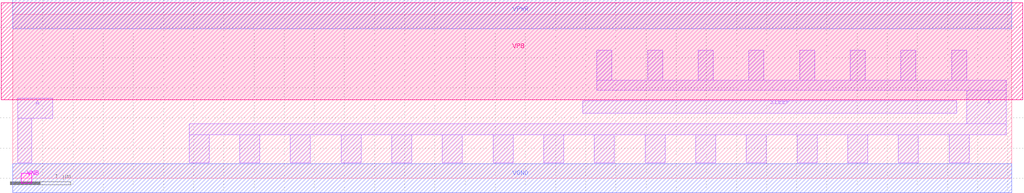
<source format=lef>
# Copyright 2020 The SkyWater PDK Authors
#
# Licensed under the Apache License, Version 2.0 (the "License");
# you may not use this file except in compliance with the License.
# You may obtain a copy of the License at
#
#     https://www.apache.org/licenses/LICENSE-2.0
#
# Unless required by applicable law or agreed to in writing, software
# distributed under the License is distributed on an "AS IS" BASIS,
# WITHOUT WARRANTIES OR CONDITIONS OF ANY KIND, either express or implied.
# See the License for the specific language governing permissions and
# limitations under the License.
#
# SPDX-License-Identifier: Apache-2.0

VERSION 5.7 ;
  NOWIREEXTENSIONATPIN ON ;
  DIVIDERCHAR "/" ;
  BUSBITCHARS "[]" ;
MACRO sky130_fd_sc_hd__a2111o_1
  CLASS CORE ;
  FOREIGN sky130_fd_sc_hd__a2111o_1 ;
  ORIGIN  0.000000  0.000000 ;
  SIZE  4.140000 BY  2.720000 ;
  SYMMETRY X Y R90 ;
  SITE unithd ;
  PIN A1
    ANTENNAGATEAREA  0.247500 ;
    DIRECTION INPUT ;
    USE SIGNAL ;
    PORT
      LAYER li1 ;
        RECT 2.905000 0.995000 3.290000 1.325000 ;
        RECT 2.985000 0.285000 3.540000 0.845000 ;
        RECT 2.985000 0.845000 3.290000 0.995000 ;
    END
  END A1
  PIN A2
    ANTENNAGATEAREA  0.247500 ;
    DIRECTION INPUT ;
    USE SIGNAL ;
    PORT
      LAYER li1 ;
        RECT 3.510000 1.025000 4.010000 1.290000 ;
    END
  END A2
  PIN B1
    ANTENNAGATEAREA  0.247500 ;
    DIRECTION INPUT ;
    USE SIGNAL ;
    PORT
      LAYER li1 ;
        RECT 2.400000 0.995000 2.680000 2.465000 ;
    END
  END B1
  PIN C1
    ANTENNAGATEAREA  0.247500 ;
    DIRECTION INPUT ;
    USE SIGNAL ;
    PORT
      LAYER li1 ;
        RECT 1.890000 1.050000 2.220000 2.465000 ;
    END
  END C1
  PIN D1
    ANTENNAGATEAREA  0.247500 ;
    DIRECTION INPUT ;
    USE SIGNAL ;
    PORT
      LAYER li1 ;
        RECT 1.290000 1.050000 1.720000 1.290000 ;
        RECT 1.515000 1.290000 1.720000 2.465000 ;
    END
  END D1
  PIN X
    ANTENNADIFFAREA  0.504500 ;
    DIRECTION OUTPUT ;
    USE SIGNAL ;
    PORT
      LAYER li1 ;
        RECT 0.135000 0.255000 0.465000 1.620000 ;
        RECT 0.135000 1.620000 0.390000 2.460000 ;
    END
  END X
  PIN VGND
    DIRECTION INOUT ;
    SHAPE ABUTMENT ;
    USE GROUND ;
    PORT
      LAYER met1 ;
        RECT 0.000000 -0.240000 4.140000 0.240000 ;
    END
  END VGND
  PIN VNB
    DIRECTION INOUT ;
    USE GROUND ;
    PORT
      LAYER pwell ;
        RECT 0.145000 -0.085000 0.315000 0.085000 ;
    END
    PORT
      LAYER pwell ;
        RECT 1.975000 -0.065000 2.145000 0.105000 ;
    END
  END VNB
  PIN VPB
    DIRECTION INOUT ;
    USE POWER ;
    PORT
      LAYER nwell ;
        RECT -0.190000 1.305000 4.330000 2.910000 ;
    END
  END VPB
  PIN VPWR
    DIRECTION INOUT ;
    SHAPE ABUTMENT ;
    USE POWER ;
    PORT
      LAYER met1 ;
        RECT 0.000000 2.480000 4.140000 2.960000 ;
    END
  END VPWR
  
END sky130_fd_sc_hd__a2111o_1
#--------EOF---------

MACRO sky130_fd_sc_hd__a2111o_2
  CLASS CORE ;
  FOREIGN sky130_fd_sc_hd__a2111o_2 ;
  ORIGIN  0.000000  0.000000 ;
  SIZE  4.600000 BY  2.720000 ;
  SYMMETRY X Y R90 ;
  SITE unithd ;
  PIN A1
    ANTENNAGATEAREA  0.247500 ;
    DIRECTION INPUT ;
    USE SIGNAL ;
    PORT
      LAYER li1 ;
        RECT 3.365000 0.955000 3.775000 1.740000 ;
        RECT 3.505000 0.290000 3.995000 0.825000 ;
        RECT 3.505000 0.825000 3.775000 0.955000 ;
    END
  END A1
  PIN A2
    ANTENNAGATEAREA  0.247500 ;
    DIRECTION INPUT ;
    USE SIGNAL ;
    PORT
      LAYER li1 ;
        RECT 3.945000 0.995000 4.515000 1.740000 ;
    END
  END A2
  PIN B1
    ANTENNAGATEAREA  0.247500 ;
    DIRECTION INPUT ;
    USE SIGNAL ;
    PORT
      LAYER li1 ;
        RECT 2.905000 0.995000 3.195000 1.740000 ;
    END
  END B1
  PIN C1
    ANTENNAGATEAREA  0.247500 ;
    DIRECTION INPUT ;
    USE SIGNAL ;
    PORT
      LAYER li1 ;
        RECT 2.425000 0.995000 2.735000 2.355000 ;
    END
  END C1
  PIN D1
    ANTENNAGATEAREA  0.247500 ;
    DIRECTION INPUT ;
    USE SIGNAL ;
    PORT
      LAYER li1 ;
        RECT 1.885000 0.995000 2.255000 1.325000 ;
        RECT 1.960000 1.325000 2.255000 2.355000 ;
    END
  END D1
  PIN X
    ANTENNADIFFAREA  0.462000 ;
    DIRECTION OUTPUT ;
    USE SIGNAL ;
    PORT
      LAYER li1 ;
        RECT 0.605000 0.255000 0.895000 2.390000 ;
    END
  END X
  PIN VGND
    DIRECTION INOUT ;
    SHAPE ABUTMENT ;
    USE GROUND ;
    PORT
      LAYER met1 ;
        RECT 0.000000 -0.240000 4.600000 0.240000 ;
    END
  END VGND
  PIN VNB
    DIRECTION INOUT ;
    USE GROUND ;
    PORT
      LAYER pwell ;
        RECT 0.145000 -0.085000 0.315000 0.085000 ;
    END
  END VNB
  PIN VPB
    DIRECTION INOUT ;
    USE POWER ;
    PORT
      LAYER nwell ;
        RECT -0.190000 1.305000 4.790000 2.910000 ;
    END
  END VPB
  PIN VPWR
    DIRECTION INOUT ;
    SHAPE ABUTMENT ;
    USE POWER ;
    PORT
      LAYER met1 ;
        RECT 0.000000 2.480000 4.600000 2.960000 ;
    END
  END VPWR
  
END sky130_fd_sc_hd__a2111o_2
#--------EOF---------

MACRO sky130_fd_sc_hd__a2111o_4
  CLASS CORE ;
  FOREIGN sky130_fd_sc_hd__a2111o_4 ;
  ORIGIN  0.000000  0.000000 ;
  SIZE  7.820000 BY  2.720000 ;
  SYMMETRY X Y R90 ;
  SITE unithd ;
  PIN A1
    ANTENNAGATEAREA  0.495000 ;
    DIRECTION INPUT ;
    USE SIGNAL ;
    PORT
      LAYER li1 ;
        RECT 3.825000 1.075000 4.495000 1.275000 ;
    END
  END A1
  PIN A2
    ANTENNAGATEAREA  0.495000 ;
    DIRECTION INPUT ;
    USE SIGNAL ;
    PORT
      LAYER li1 ;
        RECT 4.675000 1.075000 5.625000 1.275000 ;
    END
  END A2
  PIN B1
    ANTENNAGATEAREA  0.495000 ;
    DIRECTION INPUT ;
    USE SIGNAL ;
    PORT
      LAYER li1 ;
        RECT 2.450000 0.975000 3.255000 1.285000 ;
    END
  END B1
  PIN C1
    ANTENNAGATEAREA  0.495000 ;
    DIRECTION INPUT ;
    USE SIGNAL ;
    PORT
      LAYER li1 ;
        RECT 1.040000 0.975000 2.280000 1.285000 ;
    END
  END C1
  PIN D1
    ANTENNAGATEAREA  0.495000 ;
    DIRECTION INPUT ;
    USE SIGNAL ;
    PORT
      LAYER li1 ;
        RECT 0.085000 0.975000 0.370000 1.625000 ;
    END
  END D1
  PIN X
    ANTENNADIFFAREA  0.924000 ;
    DIRECTION OUTPUT ;
    USE SIGNAL ;
    PORT
      LAYER li1 ;
        RECT 6.165000 0.255000 6.355000 0.635000 ;
        RECT 6.165000 0.635000 7.735000 0.805000 ;
        RECT 6.165000 1.465000 7.735000 1.635000 ;
        RECT 6.165000 1.635000 7.215000 1.715000 ;
        RECT 6.165000 1.715000 6.355000 2.465000 ;
        RECT 7.025000 0.255000 7.215000 0.635000 ;
        RECT 7.025000 1.715000 7.215000 2.465000 ;
        RECT 7.490000 0.805000 7.735000 1.465000 ;
    END
  END X
  PIN VGND
    DIRECTION INOUT ;
    SHAPE ABUTMENT ;
    USE GROUND ;
    PORT
      LAYER met1 ;
        RECT 0.000000 -0.240000 7.820000 0.240000 ;
    END
  END VGND
  PIN VNB
    DIRECTION INOUT ;
    USE GROUND ;
    PORT
      LAYER pwell ;
        RECT 0.145000 -0.085000 0.315000 0.085000 ;
    END
  END VNB
  PIN VPB
    DIRECTION INOUT ;
    USE POWER ;
    PORT
      LAYER nwell ;
        RECT -0.190000 1.305000 8.010000 2.910000 ;
    END
  END VPB
  PIN VPWR
    DIRECTION INOUT ;
    SHAPE ABUTMENT ;
    USE POWER ;
    PORT
      LAYER met1 ;
        RECT 0.000000 2.480000 7.820000 2.960000 ;
    END
  END VPWR
  
END sky130_fd_sc_hd__a2111o_4
#--------EOF---------

MACRO sky130_fd_sc_hd__a2111oi_0
  CLASS CORE ;
  FOREIGN sky130_fd_sc_hd__a2111oi_0 ;
  ORIGIN  0.000000  0.000000 ;
  SIZE  3.220000 BY  2.720000 ;
  SYMMETRY X Y R90 ;
  SITE unithd ;
  PIN A1
    ANTENNAGATEAREA  0.159000 ;
    DIRECTION INPUT ;
    USE SIGNAL ;
    PORT
      LAYER li1 ;
        RECT 2.035000 1.070000 2.625000 1.400000 ;
        RECT 2.355000 0.660000 2.625000 1.070000 ;
        RECT 2.355000 1.400000 2.625000 1.735000 ;
    END
  END A1
  PIN A2
    ANTENNAGATEAREA  0.159000 ;
    DIRECTION INPUT ;
    USE SIGNAL ;
    PORT
      LAYER li1 ;
        RECT 2.795000 0.650000 3.135000 1.735000 ;
    END
  END A2
  PIN B1
    ANTENNAGATEAREA  0.159000 ;
    DIRECTION INPUT ;
    USE SIGNAL ;
    PORT
      LAYER li1 ;
        RECT 1.495000 1.055000 1.845000 1.735000 ;
    END
  END B1
  PIN C1
    ANTENNAGATEAREA  0.159000 ;
    DIRECTION INPUT ;
    USE SIGNAL ;
    PORT
      LAYER li1 ;
        RECT 0.955000 1.055000 1.325000 2.360000 ;
    END
  END C1
  PIN D1
    ANTENNAGATEAREA  0.159000 ;
    DIRECTION INPUT ;
    USE SIGNAL ;
    PORT
      LAYER li1 ;
        RECT 0.085000 0.730000 0.435000 1.655000 ;
    END
  END D1
  PIN Y
    ANTENNADIFFAREA  0.424000 ;
    DIRECTION OUTPUT ;
    USE SIGNAL ;
    PORT
      LAYER li1 ;
        RECT 0.360000 1.825000 0.785000 2.465000 ;
        RECT 0.605000 0.635000 2.040000 0.885000 ;
        RECT 0.605000 0.885000 0.785000 1.825000 ;
        RECT 0.785000 0.255000 1.040000 0.615000 ;
        RECT 0.785000 0.615000 2.040000 0.635000 ;
        RECT 1.710000 0.280000 2.040000 0.615000 ;
    END
  END Y
  PIN VGND
    DIRECTION INOUT ;
    SHAPE ABUTMENT ;
    USE GROUND ;
    PORT
      LAYER met1 ;
        RECT 0.000000 -0.240000 3.220000 0.240000 ;
    END
  END VGND
  PIN VNB
    DIRECTION INOUT ;
    USE GROUND ;
    PORT
      LAYER pwell ;
        RECT 0.145000 -0.085000 0.315000 0.085000 ;
    END
  END VNB
  PIN VPB
    DIRECTION INOUT ;
    USE POWER ;
    PORT
      LAYER nwell ;
        RECT -0.190000 1.305000 3.410000 2.910000 ;
    END
  END VPB
  PIN VPWR
    DIRECTION INOUT ;
    SHAPE ABUTMENT ;
    USE POWER ;
    PORT
      LAYER met1 ;
        RECT 0.000000 2.480000 3.220000 2.960000 ;
    END
  END VPWR
  
END sky130_fd_sc_hd__a2111oi_0
#--------EOF---------

MACRO sky130_fd_sc_hd__a2111oi_1
  CLASS CORE ;
  FOREIGN sky130_fd_sc_hd__a2111oi_1 ;
  ORIGIN  0.000000  0.000000 ;
  SIZE  3.680000 BY  2.720000 ;
  SYMMETRY X Y R90 ;
  SITE unithd ;
  PIN A1
    ANTENNAGATEAREA  0.247500 ;
    DIRECTION INPUT ;
    USE SIGNAL ;
    PORT
      LAYER li1 ;
        RECT 2.440000 0.995000 2.725000 1.400000 ;
    END
  END A1
  PIN A2
    ANTENNAGATEAREA  0.247500 ;
    DIRECTION INPUT ;
    USE SIGNAL ;
    PORT
      LAYER li1 ;
        RECT 2.905000 0.350000 3.090000 1.020000 ;
        RECT 2.905000 1.020000 3.540000 1.290000 ;
    END
  END A2
  PIN B1
    ANTENNAGATEAREA  0.247500 ;
    DIRECTION INPUT ;
    USE SIGNAL ;
    PORT
      LAYER li1 ;
        RECT 1.940000 1.050000 2.270000 1.400000 ;
        RECT 1.940000 1.400000 2.215000 2.455000 ;
    END
  END B1
  PIN C1
    ANTENNAGATEAREA  0.247500 ;
    DIRECTION INPUT ;
    USE SIGNAL ;
    PORT
      LAYER li1 ;
        RECT 1.435000 1.050000 1.770000 2.455000 ;
    END
  END C1
  PIN D1
    ANTENNAGATEAREA  0.247500 ;
    DIRECTION INPUT ;
    USE SIGNAL ;
    PORT
      LAYER li1 ;
        RECT 0.785000 1.050000 1.235000 2.455000 ;
    END
  END D1
  PIN Y
    ANTENNADIFFAREA  1.388750 ;
    DIRECTION OUTPUT ;
    USE SIGNAL ;
    PORT
      LAYER li1 ;
        RECT 0.145000 0.700000 1.375000 0.705000 ;
        RECT 0.145000 0.705000 2.420000 0.815000 ;
        RECT 0.145000 0.815000 2.300000 0.880000 ;
        RECT 0.145000 0.880000 0.530000 2.460000 ;
        RECT 1.045000 0.260000 1.375000 0.700000 ;
        RECT 2.090000 0.305000 2.420000 0.705000 ;
    END
  END Y
  PIN VGND
    DIRECTION INOUT ;
    SHAPE ABUTMENT ;
    USE GROUND ;
    PORT
      LAYER met1 ;
        RECT 0.000000 -0.240000 3.680000 0.240000 ;
    END
  END VGND
  PIN VNB
    DIRECTION INOUT ;
    USE GROUND ;
    PORT
      LAYER pwell ;
        RECT 0.145000 -0.085000 0.315000 0.085000 ;
    END
    PORT
      LAYER pwell ;
        RECT 1.975000 -0.065000 2.145000 0.105000 ;
    END
  END VNB
  PIN VPB
    DIRECTION INOUT ;
    USE POWER ;
    PORT
      LAYER nwell ;
        RECT -0.190000 1.305000 3.870000 2.910000 ;
    END
  END VPB
  PIN VPWR
    DIRECTION INOUT ;
    SHAPE ABUTMENT ;
    USE POWER ;
    PORT
      LAYER met1 ;
        RECT 0.000000 2.480000 3.680000 2.960000 ;
    END
  END VPWR
  
END sky130_fd_sc_hd__a2111oi_1
#--------EOF---------

MACRO sky130_fd_sc_hd__a2111oi_2
  CLASS CORE ;
  FOREIGN sky130_fd_sc_hd__a2111oi_2 ;
  ORIGIN  0.000000  0.000000 ;
  SIZE  5.520000 BY  2.720000 ;
  SYMMETRY X Y R90 ;
  SITE unithd ;
  PIN A1
    ANTENNAGATEAREA  0.495000 ;
    DIRECTION INPUT ;
    USE SIGNAL ;
    PORT
      LAYER li1 ;
        RECT 3.465000 0.985000 3.715000 1.445000 ;
        RECT 3.465000 1.445000 5.290000 1.675000 ;
        RECT 4.895000 0.995000 5.290000 1.445000 ;
    END
  END A1
  PIN A2
    ANTENNAGATEAREA  0.495000 ;
    DIRECTION INPUT ;
    USE SIGNAL ;
    PORT
      LAYER li1 ;
        RECT 3.970000 1.015000 4.725000 1.275000 ;
    END
  END A2
  PIN B1
    ANTENNAGATEAREA  0.495000 ;
    DIRECTION INPUT ;
    USE SIGNAL ;
    PORT
      LAYER li1 ;
        RECT 2.185000 1.030000 2.855000 1.275000 ;
    END
  END B1
  PIN C1
    ANTENNAGATEAREA  0.495000 ;
    DIRECTION INPUT ;
    USE SIGNAL ;
    PORT
      LAYER li1 ;
        RECT 0.125000 1.045000 0.455000 1.445000 ;
        RECT 0.125000 1.445000 1.800000 1.680000 ;
        RECT 1.615000 1.030000 1.975000 1.275000 ;
        RECT 1.615000 1.275000 1.800000 1.445000 ;
    END
  END C1
  PIN D1
    ANTENNAGATEAREA  0.495000 ;
    DIRECTION INPUT ;
    USE SIGNAL ;
    PORT
      LAYER li1 ;
        RECT 0.755000 1.075000 1.425000 1.275000 ;
    END
  END D1
  PIN Y
    ANTENNADIFFAREA  1.212750 ;
    DIRECTION OUTPUT ;
    USE SIGNAL ;
    PORT
      LAYER li1 ;
        RECT 0.120000 0.255000 0.380000 0.615000 ;
        RECT 0.120000 0.615000 5.355000 0.805000 ;
        RECT 0.120000 0.805000 3.255000 0.845000 ;
        RECT 0.900000 1.850000 2.140000 2.105000 ;
        RECT 1.050000 0.255000 1.295000 0.615000 ;
        RECT 1.965000 0.255000 2.295000 0.615000 ;
        RECT 1.970000 1.445000 3.255000 1.625000 ;
        RECT 1.970000 1.625000 2.140000 1.850000 ;
        RECT 2.965000 0.275000 3.295000 0.615000 ;
        RECT 3.025000 0.845000 3.255000 1.445000 ;
        RECT 5.020000 0.295000 5.355000 0.615000 ;
    END
  END Y
  PIN VGND
    DIRECTION INOUT ;
    SHAPE ABUTMENT ;
    USE GROUND ;
    PORT
      LAYER met1 ;
        RECT 0.000000 -0.240000 5.520000 0.240000 ;
    END
  END VGND
  PIN VNB
    DIRECTION INOUT ;
    USE GROUND ;
    PORT
      LAYER pwell ;
        RECT 0.145000 -0.085000 0.315000 0.085000 ;
    END
  END VNB
  PIN VPB
    DIRECTION INOUT ;
    USE POWER ;
    PORT
      LAYER nwell ;
        RECT -0.190000 1.305000 5.710000 2.910000 ;
    END
  END VPB
  PIN VPWR
    DIRECTION INOUT ;
    SHAPE ABUTMENT ;
    USE POWER ;
    PORT
      LAYER met1 ;
        RECT 0.000000 2.480000 5.520000 2.960000 ;
    END
  END VPWR
  
END sky130_fd_sc_hd__a2111oi_2
#--------EOF---------

MACRO sky130_fd_sc_hd__a2111oi_4
  CLASS CORE ;
  FOREIGN sky130_fd_sc_hd__a2111oi_4 ;
  ORIGIN  0.000000  0.000000 ;
  SIZE  10.12000 BY  2.720000 ;
  SYMMETRY X Y R90 ;
  SITE unithd ;
  PIN A1
    ANTENNAGATEAREA  0.990000 ;
    DIRECTION INPUT ;
    USE SIGNAL ;
    PORT
      LAYER li1 ;
        RECT 6.095000 1.020000 7.745000 1.275000 ;
    END
  END A1
  PIN A2
    ANTENNAGATEAREA  0.990000 ;
    DIRECTION INPUT ;
    USE SIGNAL ;
    PORT
      LAYER li1 ;
        RECT 7.960000 1.020000 9.990000 1.275000 ;
    END
  END A2
  PIN B1
    ANTENNAGATEAREA  0.990000 ;
    DIRECTION INPUT ;
    USE SIGNAL ;
    PORT
      LAYER li1 ;
        RECT 3.955000 1.020000 5.650000 1.275000 ;
    END
  END B1
  PIN C1
    ANTENNAGATEAREA  0.990000 ;
    DIRECTION INPUT ;
    USE SIGNAL ;
    PORT
      LAYER li1 ;
        RECT 2.055000 1.020000 3.745000 1.275000 ;
    END
  END C1
  PIN D1
    ANTENNAGATEAREA  0.990000 ;
    DIRECTION INPUT ;
    USE SIGNAL ;
    PORT
      LAYER li1 ;
        RECT 0.495000 1.020000 1.845000 1.275000 ;
    END
  END D1
  PIN Y
    ANTENNADIFFAREA  2.009500 ;
    DIRECTION OUTPUT ;
    USE SIGNAL ;
    PORT
      LAYER li1 ;
        RECT 0.145000 0.615000 7.620000 0.785000 ;
        RECT 0.145000 0.785000 0.320000 1.475000 ;
        RECT 0.145000 1.475000 1.720000 1.655000 ;
        RECT 0.530000 1.655000 1.720000 1.685000 ;
        RECT 0.530000 1.685000 0.860000 2.085000 ;
        RECT 0.615000 0.455000 0.790000 0.615000 ;
        RECT 1.390000 1.685000 1.720000 2.085000 ;
        RECT 1.460000 0.455000 1.650000 0.615000 ;
        RECT 2.400000 0.455000 2.590000 0.615000 ;
        RECT 3.260000 0.455000 3.510000 0.615000 ;
        RECT 4.180000 0.455000 4.420000 0.615000 ;
        RECT 5.090000 0.455000 5.275000 0.615000 ;
    END
  END Y
  PIN VGND
    DIRECTION INOUT ;
    SHAPE ABUTMENT ;
    USE GROUND ;
    PORT
      LAYER met1 ;
        RECT 0.000000 -0.240000 10.120000 0.240000 ;
    END
  END VGND
  PIN VNB
    DIRECTION INOUT ;
    USE GROUND ;
    PORT
      LAYER pwell ;
        RECT 0.150000 -0.085000 0.320000 0.085000 ;
    END
  END VNB
  PIN VPB
    DIRECTION INOUT ;
    USE POWER ;
    PORT
      LAYER nwell ;
        RECT -0.190000 1.305000 10.310000 2.910000 ;
    END
  END VPB
  PIN VPWR
    DIRECTION INOUT ;
    SHAPE ABUTMENT ;
    USE POWER ;
    PORT
      LAYER met1 ;
        RECT 0.000000 2.480000 10.120000 2.960000 ;
    END
  END VPWR
  
END sky130_fd_sc_hd__a2111oi_4
#--------EOF---------

MACRO sky130_fd_sc_hd__a211o_1
  CLASS CORE ;
  FOREIGN sky130_fd_sc_hd__a211o_1 ;
  ORIGIN  0.000000  0.000000 ;
  SIZE  3.220000 BY  2.720000 ;
  SYMMETRY X Y R90 ;
  SITE unithd ;
  PIN A1
    ANTENNAGATEAREA  0.247500 ;
    DIRECTION INPUT ;
    USE SIGNAL ;
    PORT
      LAYER li1 ;
        RECT 1.485000 0.995000 2.060000 1.325000 ;
    END
  END A1
  PIN A2
    ANTENNAGATEAREA  0.247500 ;
    DIRECTION INPUT ;
    USE SIGNAL ;
    PORT
      LAYER li1 ;
        RECT 1.025000 0.995000 1.305000 1.325000 ;
    END
  END A2
  PIN B1
    ANTENNAGATEAREA  0.247500 ;
    DIRECTION INPUT ;
    USE SIGNAL ;
    PORT
      LAYER li1 ;
        RECT 2.240000 0.995000 2.675000 1.325000 ;
    END
  END B1
  PIN C1
    ANTENNAGATEAREA  0.247500 ;
    DIRECTION INPUT ;
    USE SIGNAL ;
    PORT
      LAYER li1 ;
        RECT 2.855000 0.995000 3.125000 1.325000 ;
    END
  END C1
  PIN X
    ANTENNADIFFAREA  0.437250 ;
    DIRECTION OUTPUT ;
    USE SIGNAL ;
    PORT
      LAYER li1 ;
        RECT 0.090000 0.265000 0.425000 1.685000 ;
        RECT 0.090000 1.685000 0.355000 2.455000 ;
    END
  END X
  PIN VGND
    DIRECTION INOUT ;
    SHAPE ABUTMENT ;
    USE GROUND ;
    PORT
      LAYER met1 ;
        RECT 0.000000 -0.240000 3.220000 0.240000 ;
    END
  END VGND
  PIN VNB
    DIRECTION INOUT ;
    USE GROUND ;
    PORT
      LAYER pwell ;
        RECT 0.135000 -0.085000 0.305000 0.085000 ;
    END
  END VNB
  PIN VPB
    DIRECTION INOUT ;
    USE POWER ;
    PORT
      LAYER nwell ;
        RECT -0.190000 1.305000 3.410000 2.910000 ;
    END
  END VPB
  PIN VPWR
    DIRECTION INOUT ;
    SHAPE ABUTMENT ;
    USE POWER ;
    PORT
      LAYER met1 ;
        RECT 0.000000 2.480000 3.220000 2.960000 ;
    END
  END VPWR
  
END sky130_fd_sc_hd__a211o_1
#--------EOF---------

MACRO sky130_fd_sc_hd__a211o_2
  CLASS CORE ;
  FOREIGN sky130_fd_sc_hd__a211o_2 ;
  ORIGIN  0.000000  0.000000 ;
  SIZE  3.680000 BY  2.720000 ;
  SYMMETRY X Y R90 ;
  SITE unithd ;
  PIN A1
    ANTENNAGATEAREA  0.247500 ;
    DIRECTION INPUT ;
    USE SIGNAL ;
    PORT
      LAYER li1 ;
        RECT 1.980000 1.045000 2.450000 1.275000 ;
    END
  END A1
  PIN A2
    ANTENNAGATEAREA  0.247500 ;
    DIRECTION INPUT ;
    USE SIGNAL ;
    PORT
      LAYER li1 ;
        RECT 1.480000 1.045000 1.810000 1.275000 ;
    END
  END A2
  PIN B1
    ANTENNAGATEAREA  0.247500 ;
    DIRECTION INPUT ;
    USE SIGNAL ;
    PORT
      LAYER li1 ;
        RECT 2.620000 1.045000 3.070000 1.275000 ;
    END
  END B1
  PIN C1
    ANTENNAGATEAREA  0.247500 ;
    DIRECTION INPUT ;
    USE SIGNAL ;
    PORT
      LAYER li1 ;
        RECT 3.260000 1.045000 3.595000 1.275000 ;
    END
  END C1
  PIN X
    ANTENNADIFFAREA  0.452000 ;
    DIRECTION OUTPUT ;
    USE SIGNAL ;
    PORT
      LAYER li1 ;
        RECT 0.555000 0.255000 0.775000 0.635000 ;
        RECT 0.555000 0.635000 0.785000 2.335000 ;
    END
  END X
  PIN VGND
    DIRECTION INOUT ;
    SHAPE ABUTMENT ;
    USE GROUND ;
    PORT
      LAYER met1 ;
        RECT 0.000000 -0.240000 3.680000 0.240000 ;
    END
  END VGND
  PIN VNB
    DIRECTION INOUT ;
    USE GROUND ;
    PORT
      LAYER pwell ;
        RECT 0.150000 -0.085000 0.320000 0.085000 ;
    END
  END VNB
  PIN VPB
    DIRECTION INOUT ;
    USE POWER ;
    PORT
      LAYER nwell ;
        RECT -0.190000 1.305000 3.870000 2.910000 ;
    END
  END VPB
  PIN VPWR
    DIRECTION INOUT ;
    SHAPE ABUTMENT ;
    USE POWER ;
    PORT
      LAYER met1 ;
        RECT 0.000000 2.480000 3.680000 2.960000 ;
    END
  END VPWR
  
END sky130_fd_sc_hd__a211o_2
#--------EOF---------

MACRO sky130_fd_sc_hd__a211o_4
  CLASS CORE ;
  FOREIGN sky130_fd_sc_hd__a211o_4 ;
  ORIGIN  0.000000  0.000000 ;
  SIZE  6.440000 BY  2.720000 ;
  SYMMETRY X Y R90 ;
  SITE unithd ;
  PIN A1
    ANTENNAGATEAREA  0.495000 ;
    DIRECTION INPUT ;
    USE SIGNAL ;
    PORT
      LAYER li1 ;
        RECT 5.035000 1.020000 5.380000 1.330000 ;
    END
  END A1
  PIN A2
    ANTENNAGATEAREA  0.495000 ;
    DIRECTION INPUT ;
    USE SIGNAL ;
    PORT
      LAYER li1 ;
        RECT 4.495000 1.020000 4.825000 1.510000 ;
        RECT 4.495000 1.510000 5.845000 1.700000 ;
        RECT 5.635000 1.020000 6.225000 1.320000 ;
        RECT 5.635000 1.320000 5.845000 1.510000 ;
    END
  END A2
  PIN B1
    ANTENNAGATEAREA  0.495000 ;
    DIRECTION INPUT ;
    USE SIGNAL ;
    PORT
      LAYER li1 ;
        RECT 2.540000 0.985000 2.805000 1.325000 ;
        RECT 2.625000 1.325000 2.805000 1.445000 ;
        RECT 2.625000 1.445000 4.175000 1.700000 ;
        RECT 3.845000 0.985000 4.175000 1.445000 ;
    END
  END B1
  PIN C1
    ANTENNAGATEAREA  0.495000 ;
    DIRECTION INPUT ;
    USE SIGNAL ;
    PORT
      LAYER li1 ;
        RECT 2.975000 0.985000 3.645000 1.275000 ;
    END
  END C1
  PIN X
    ANTENNADIFFAREA  0.933750 ;
    DIRECTION OUTPUT ;
    USE SIGNAL ;
    PORT
      LAYER li1 ;
        RECT 0.085000 0.635000 2.025000 0.875000 ;
        RECT 0.085000 0.875000 0.340000 1.495000 ;
        RECT 0.085000 1.495000 1.640000 1.705000 ;
        RECT 0.595000 1.705000 0.780000 2.465000 ;
        RECT 0.985000 0.255000 1.175000 0.615000 ;
        RECT 0.985000 0.615000 2.025000 0.635000 ;
        RECT 1.450000 1.705000 1.640000 2.465000 ;
        RECT 1.845000 0.255000 2.025000 0.615000 ;
    END
  END X
  PIN VGND
    DIRECTION INOUT ;
    SHAPE ABUTMENT ;
    USE GROUND ;
    PORT
      LAYER met1 ;
        RECT 0.000000 -0.240000 6.440000 0.240000 ;
    END
  END VGND
  PIN VNB
    DIRECTION INOUT ;
    USE GROUND ;
    PORT
      LAYER pwell ;
        RECT 0.145000 -0.085000 0.315000 0.085000 ;
    END
  END VNB
  PIN VPB
    DIRECTION INOUT ;
    USE POWER ;
    PORT
      LAYER nwell ;
        RECT -0.190000 1.305000 6.630000 2.910000 ;
    END
  END VPB
  PIN VPWR
    DIRECTION INOUT ;
    SHAPE ABUTMENT ;
    USE POWER ;
    PORT
      LAYER met1 ;
        RECT 0.000000 2.480000 6.440000 2.960000 ;
    END
  END VPWR
  
END sky130_fd_sc_hd__a211o_4
#--------EOF---------

MACRO sky130_fd_sc_hd__a211oi_1
  CLASS CORE ;
  FOREIGN sky130_fd_sc_hd__a211oi_1 ;
  ORIGIN  0.000000  0.000000 ;
  SIZE  2.760000 BY  2.720000 ;
  SYMMETRY X Y R90 ;
  SITE unithd ;
  PIN A1
    ANTENNAGATEAREA  0.247500 ;
    DIRECTION INPUT ;
    USE SIGNAL ;
    PORT
      LAYER li1 ;
        RECT 0.605000 0.265000 0.855000 0.995000 ;
        RECT 0.605000 0.995000 1.245000 1.325000 ;
    END
  END A1
  PIN A2
    ANTENNAGATEAREA  0.247500 ;
    DIRECTION INPUT ;
    USE SIGNAL ;
    PORT
      LAYER li1 ;
        RECT 0.095000 0.765000 0.435000 1.325000 ;
    END
  END A2
  PIN B1
    ANTENNAGATEAREA  0.247500 ;
    DIRECTION INPUT ;
    USE SIGNAL ;
    PORT
      LAYER li1 ;
        RECT 1.425000 0.995000 1.755000 1.325000 ;
        RECT 1.525000 1.325000 1.755000 2.455000 ;
    END
  END B1
  PIN C1
    ANTENNAGATEAREA  0.247500 ;
    DIRECTION INPUT ;
    USE SIGNAL ;
    PORT
      LAYER li1 ;
        RECT 1.935000 0.995000 2.235000 1.615000 ;
    END
  END C1
  PIN Y
    ANTENNADIFFAREA  0.619250 ;
    DIRECTION OUTPUT ;
    USE SIGNAL ;
    PORT
      LAYER li1 ;
        RECT 1.180000 0.265000 1.365000 0.625000 ;
        RECT 1.180000 0.625000 2.660000 0.815000 ;
        RECT 1.935000 1.785000 2.660000 2.455000 ;
        RECT 2.055000 0.265000 2.280000 0.625000 ;
        RECT 2.445000 0.815000 2.660000 1.785000 ;
    END
  END Y
  PIN VGND
    DIRECTION INOUT ;
    SHAPE ABUTMENT ;
    USE GROUND ;
    PORT
      LAYER met1 ;
        RECT 0.000000 -0.240000 2.760000 0.240000 ;
    END
  END VGND
  PIN VNB
    DIRECTION INOUT ;
    USE GROUND ;
    PORT
      LAYER pwell ;
        RECT 0.145000 -0.085000 0.315000 0.085000 ;
    END
  END VNB
  PIN VPB
    DIRECTION INOUT ;
    USE POWER ;
    PORT
      LAYER nwell ;
        RECT -0.190000 1.305000 2.950000 2.910000 ;
    END
  END VPB
  PIN VPWR
    DIRECTION INOUT ;
    SHAPE ABUTMENT ;
    USE POWER ;
    PORT
      LAYER met1 ;
        RECT 0.000000 2.480000 2.760000 2.960000 ;
    END
  END VPWR
  
END sky130_fd_sc_hd__a211oi_1
#--------EOF---------

MACRO sky130_fd_sc_hd__a211oi_2
  CLASS CORE ;
  FOREIGN sky130_fd_sc_hd__a211oi_2 ;
  ORIGIN  0.000000  0.000000 ;
  SIZE  4.600000 BY  2.720000 ;
  SYMMETRY X Y R90 ;
  SITE unithd ;
  PIN A1
    ANTENNAGATEAREA  0.495000 ;
    DIRECTION INPUT ;
    USE SIGNAL ;
    PORT
      LAYER li1 ;
        RECT 2.370000 1.035000 3.080000 1.285000 ;
    END
  END A1
  PIN A2
    ANTENNAGATEAREA  0.495000 ;
    DIRECTION INPUT ;
    USE SIGNAL ;
    PORT
      LAYER li1 ;
        RECT 3.740000 1.035000 4.500000 1.285000 ;
        RECT 4.175000 1.285000 4.500000 1.655000 ;
    END
  END A2
  PIN B1
    ANTENNAGATEAREA  0.495000 ;
    DIRECTION INPUT ;
    USE SIGNAL ;
    PORT
      LAYER li1 ;
        RECT 1.035000 1.035000 1.785000 1.285000 ;
        RECT 1.035000 1.285000 1.255000 1.615000 ;
    END
  END B1
  PIN C1
    ANTENNAGATEAREA  0.495000 ;
    DIRECTION INPUT ;
    USE SIGNAL ;
    PORT
      LAYER li1 ;
        RECT 0.100000 0.995000 0.405000 1.615000 ;
    END
  END C1
  PIN Y
    ANTENNADIFFAREA  0.826000 ;
    DIRECTION OUTPUT ;
    USE SIGNAL ;
    PORT
      LAYER li1 ;
        RECT 0.575000 0.255000 0.835000 0.655000 ;
        RECT 0.575000 0.655000 3.145000 0.855000 ;
        RECT 0.575000 0.855000 0.855000 1.785000 ;
        RECT 0.575000 1.785000 0.905000 2.105000 ;
        RECT 1.505000 0.285000 1.695000 0.655000 ;
    END
  END Y
  PIN VGND
    DIRECTION INOUT ;
    SHAPE ABUTMENT ;
    USE GROUND ;
    PORT
      LAYER met1 ;
        RECT 0.000000 -0.240000 4.600000 0.240000 ;
    END
  END VGND
  PIN VNB
    DIRECTION INOUT ;
    USE GROUND ;
    PORT
      LAYER pwell ;
        RECT 0.125000 -0.085000 0.295000 0.085000 ;
    END
  END VNB
  PIN VPB
    DIRECTION INOUT ;
    USE POWER ;
    PORT
      LAYER nwell ;
        RECT -0.190000 1.305000 4.790000 2.910000 ;
    END
  END VPB
  PIN VPWR
    DIRECTION INOUT ;
    SHAPE ABUTMENT ;
    USE POWER ;
    PORT
      LAYER met1 ;
        RECT 0.000000 2.480000 4.600000 2.960000 ;
    END
  END VPWR
  
END sky130_fd_sc_hd__a211oi_2
#--------EOF---------

MACRO sky130_fd_sc_hd__a211oi_4
  CLASS CORE ;
  FOREIGN sky130_fd_sc_hd__a211oi_4 ;
  ORIGIN  0.000000  0.000000 ;
  SIZE  7.360000 BY  2.720000 ;
  SYMMETRY X Y R90 ;
  SITE unithd ;
  PIN A1
    ANTENNAGATEAREA  0.990000 ;
    DIRECTION INPUT ;
    USE SIGNAL ;
    PORT
      LAYER li1 ;
        RECT 1.655000 1.075000 3.005000 1.245000 ;
        RECT 1.660000 1.035000 3.005000 1.075000 ;
        RECT 1.660000 1.245000 3.005000 1.275000 ;
    END
  END A1
  PIN A2
    ANTENNAGATEAREA  0.990000 ;
    DIRECTION INPUT ;
    USE SIGNAL ;
    PORT
      LAYER li1 ;
        RECT 0.100000 1.035000 1.385000 1.445000 ;
        RECT 0.100000 1.445000 3.575000 1.625000 ;
        RECT 3.245000 1.035000 3.575000 1.445000 ;
    END
  END A2
  PIN B1
    ANTENNAGATEAREA  0.990000 ;
    DIRECTION INPUT ;
    USE SIGNAL ;
    PORT
      LAYER li1 ;
        RECT 3.745000 1.035000 4.755000 1.275000 ;
        RECT 3.745000 1.275000 4.460000 1.615000 ;
      LAYER mcon ;
        RECT 3.830000 1.445000 4.000000 1.615000 ;
    END
    PORT
      LAYER li1 ;
        RECT 6.590000 0.995000 6.935000 1.325000 ;
        RECT 6.590000 1.325000 6.760000 1.615000 ;
      LAYER mcon ;
        RECT 6.590000 1.445000 6.760000 1.615000 ;
    END
    PORT
      LAYER met1 ;
        RECT 3.770000 1.415000 4.060000 1.460000 ;
        RECT 3.770000 1.460000 6.820000 1.600000 ;
        RECT 3.770000 1.600000 4.060000 1.645000 ;
        RECT 6.530000 1.415000 6.820000 1.460000 ;
        RECT 6.530000 1.600000 6.820000 1.645000 ;
    END
  END B1
  PIN C1
    ANTENNAGATEAREA  0.990000 ;
    DIRECTION INPUT ;
    USE SIGNAL ;
    PORT
      LAYER li1 ;
        RECT 5.000000 1.035000 6.350000 1.275000 ;
        RECT 6.130000 1.275000 6.350000 1.695000 ;
    END
  END C1
  PIN Y
    ANTENNADIFFAREA  1.685000 ;
    DIRECTION OUTPUT ;
    USE SIGNAL ;
    PORT
      LAYER li1 ;
        RECT 1.775000 0.675000 3.330000 0.695000 ;
        RECT 1.775000 0.695000 7.275000 0.825000 ;
        RECT 1.775000 0.825000 6.355000 0.865000 ;
        RECT 3.875000 0.255000 4.195000 0.615000 ;
        RECT 3.875000 0.615000 5.045000 0.625000 ;
        RECT 3.875000 0.625000 7.275000 0.695000 ;
        RECT 4.875000 0.255000 5.045000 0.615000 ;
        RECT 5.170000 1.865000 7.275000 2.085000 ;
        RECT 5.715000 0.255000 5.885000 0.615000 ;
        RECT 5.715000 0.615000 7.275000 0.625000 ;
        RECT 6.930000 1.495000 7.275000 1.865000 ;
        RECT 7.105000 0.825000 7.275000 1.495000 ;
    END
  END Y
  PIN VGND
    DIRECTION INOUT ;
    SHAPE ABUTMENT ;
    USE GROUND ;
    PORT
      LAYER met1 ;
        RECT 0.000000 -0.240000 7.360000 0.240000 ;
    END
  END VGND
  PIN VNB
    DIRECTION INOUT ;
    USE GROUND ;
    PORT
      LAYER pwell ;
        RECT 0.150000 -0.085000 0.320000 0.085000 ;
    END
  END VNB
  PIN VPB
    DIRECTION INOUT ;
    USE POWER ;
    PORT
      LAYER nwell ;
        RECT -0.190000 1.305000 7.550000 2.910000 ;
    END
  END VPB
  PIN VPWR
    DIRECTION INOUT ;
    SHAPE ABUTMENT ;
    USE POWER ;
    PORT
      LAYER met1 ;
        RECT 0.000000 2.480000 7.360000 2.960000 ;
    END
  END VPWR
  
END sky130_fd_sc_hd__a211oi_4
#--------EOF---------

MACRO sky130_fd_sc_hd__a21bo_1
  CLASS CORE ;
  FOREIGN sky130_fd_sc_hd__a21bo_1 ;
  ORIGIN  0.000000  0.000000 ;
  SIZE  3.680000 BY  2.720000 ;
  SYMMETRY X Y R90 ;
  SITE unithd ;
  PIN A1
    ANTENNAGATEAREA  0.247500 ;
    DIRECTION INPUT ;
    USE SIGNAL ;
    PORT
      LAYER li1 ;
        RECT 1.750000 0.995000 2.175000 1.615000 ;
    END
  END A1
  PIN A2
    ANTENNAGATEAREA  0.247500 ;
    DIRECTION INPUT ;
    USE SIGNAL ;
    PORT
      LAYER li1 ;
        RECT 2.370000 0.995000 2.630000 1.615000 ;
    END
  END A2
  PIN B1_N
    ANTENNAGATEAREA  0.126000 ;
    DIRECTION INPUT ;
    USE SIGNAL ;
    PORT
      LAYER li1 ;
        RECT 0.105000 0.325000 0.335000 1.665000 ;
    END
  END B1_N
  PIN X
    ANTENNADIFFAREA  0.429000 ;
    DIRECTION OUTPUT ;
    USE SIGNAL ;
    PORT
      LAYER li1 ;
        RECT 3.300000 0.265000 3.580000 2.455000 ;
    END
  END X
  PIN VGND
    DIRECTION INOUT ;
    SHAPE ABUTMENT ;
    USE GROUND ;
    PORT
      LAYER met1 ;
        RECT 0.000000 -0.240000 3.680000 0.240000 ;
    END
  END VGND
  PIN VNB
    DIRECTION INOUT ;
    USE GROUND ;
    PORT
      LAYER pwell ;
        RECT 0.145000 -0.085000 0.315000 0.085000 ;
    END
  END VNB
  PIN VPB
    DIRECTION INOUT ;
    USE POWER ;
    PORT
      LAYER nwell ;
        RECT -0.190000 1.305000 3.870000 2.910000 ;
    END
  END VPB
  PIN VPWR
    DIRECTION INOUT ;
    SHAPE ABUTMENT ;
    USE POWER ;
    PORT
      LAYER met1 ;
        RECT 0.000000 2.480000 3.680000 2.960000 ;
    END
  END VPWR
  
END sky130_fd_sc_hd__a21bo_1
#--------EOF---------

MACRO sky130_fd_sc_hd__a21bo_2
  CLASS CORE ;
  FOREIGN sky130_fd_sc_hd__a21bo_2 ;
  ORIGIN  0.000000  0.000000 ;
  SIZE  3.680000 BY  2.720000 ;
  SYMMETRY X Y R90 ;
  SITE unithd ;
  PIN A1
    ANTENNAGATEAREA  0.247500 ;
    DIRECTION INPUT ;
    USE SIGNAL ;
    PORT
      LAYER li1 ;
        RECT 2.685000 0.995000 3.100000 1.615000 ;
    END
  END A1
  PIN A2
    ANTENNAGATEAREA  0.247500 ;
    DIRECTION INPUT ;
    USE SIGNAL ;
    PORT
      LAYER li1 ;
        RECT 3.270000 0.995000 3.560000 1.615000 ;
    END
  END A2
  PIN B1_N
    ANTENNAGATEAREA  0.126000 ;
    DIRECTION INPUT ;
    USE SIGNAL ;
    PORT
      LAYER li1 ;
        RECT 1.070000 1.035000 1.525000 1.325000 ;
        RECT 1.330000 0.995000 1.525000 1.035000 ;
    END
  END B1_N
  PIN X
    ANTENNADIFFAREA  0.462000 ;
    DIRECTION OUTPUT ;
    USE SIGNAL ;
    PORT
      LAYER li1 ;
        RECT 0.150000 0.715000 0.850000 0.885000 ;
        RECT 0.150000 0.885000 0.380000 1.835000 ;
        RECT 0.150000 1.835000 0.850000 2.005000 ;
        RECT 0.520000 0.315000 0.850000 0.715000 ;
        RECT 0.595000 2.005000 0.850000 2.425000 ;
    END
  END X
  PIN VGND
    DIRECTION INOUT ;
    SHAPE ABUTMENT ;
    USE GROUND ;
    PORT
      LAYER met1 ;
        RECT 0.000000 -0.240000 3.680000 0.240000 ;
    END
  END VGND
  PIN VNB
    DIRECTION INOUT ;
    USE GROUND ;
    PORT
      LAYER pwell ;
        RECT 0.150000 -0.085000 0.320000 0.085000 ;
    END
  END VNB
  PIN VPB
    DIRECTION INOUT ;
    USE POWER ;
    PORT
      LAYER nwell ;
        RECT -0.190000 1.305000 3.870000 2.910000 ;
    END
  END VPB
  PIN VPWR
    DIRECTION INOUT ;
    SHAPE ABUTMENT ;
    USE POWER ;
    PORT
      LAYER met1 ;
        RECT 0.000000 2.480000 3.680000 2.960000 ;
    END
  END VPWR
  
END sky130_fd_sc_hd__a21bo_2
#--------EOF---------

MACRO sky130_fd_sc_hd__a21bo_4
  CLASS CORE ;
  FOREIGN sky130_fd_sc_hd__a21bo_4 ;
  ORIGIN  0.000000  0.000000 ;
  SIZE  5.980000 BY  2.720000 ;
  SYMMETRY X Y R90 ;
  SITE unithd ;
  PIN A1
    ANTENNAGATEAREA  0.495000 ;
    DIRECTION INPUT ;
    USE SIGNAL ;
    PORT
      LAYER li1 ;
        RECT 4.590000 1.010000 4.955000 1.360000 ;
    END
  END A1
  PIN A2
    ANTENNAGATEAREA  0.495000 ;
    DIRECTION INPUT ;
    USE SIGNAL ;
    PORT
      LAYER li1 ;
        RECT 4.025000 1.010000 4.420000 1.275000 ;
        RECT 4.245000 1.275000 4.420000 1.595000 ;
        RECT 4.245000 1.595000 5.390000 1.765000 ;
        RECT 5.220000 1.055000 5.700000 1.290000 ;
        RECT 5.220000 1.290000 5.390000 1.595000 ;
    END
  END A2
  PIN B1_N
    ANTENNAGATEAREA  0.247500 ;
    DIRECTION INPUT ;
    USE SIGNAL ;
    PORT
      LAYER li1 ;
        RECT 0.500000 1.010000 0.830000 1.625000 ;
    END
  END B1_N
  PIN X
    ANTENNADIFFAREA  0.924000 ;
    DIRECTION OUTPUT ;
    USE SIGNAL ;
    PORT
      LAYER li1 ;
        RECT 1.000000 0.615000 2.340000 0.785000 ;
        RECT 1.000000 0.785000 1.235000 1.595000 ;
        RECT 1.000000 1.595000 2.410000 1.765000 ;
    END
  END X
  PIN VGND
    DIRECTION INOUT ;
    SHAPE ABUTMENT ;
    USE GROUND ;
    PORT
      LAYER met1 ;
        RECT 0.000000 -0.240000 5.980000 0.240000 ;
    END
  END VGND
  PIN VNB
    DIRECTION INOUT ;
    USE GROUND ;
    PORT
      LAYER pwell ;
        RECT 0.145000 -0.085000 0.315000 0.085000 ;
    END
  END VNB
  PIN VPB
    DIRECTION INOUT ;
    USE POWER ;
    PORT
      LAYER nwell ;
        RECT -0.190000 1.305000 6.170000 2.910000 ;
    END
  END VPB
  PIN VPWR
    DIRECTION INOUT ;
    SHAPE ABUTMENT ;
    USE POWER ;
    PORT
      LAYER met1 ;
        RECT 0.000000 2.480000 5.980000 2.960000 ;
    END
  END VPWR
  
END sky130_fd_sc_hd__a21bo_4
#--------EOF---------

MACRO sky130_fd_sc_hd__a21boi_0
  CLASS CORE ;
  FOREIGN sky130_fd_sc_hd__a21boi_0 ;
  ORIGIN  0.000000  0.000000 ;
  SIZE  2.760000 BY  2.720000 ;
  SYMMETRY X Y R90 ;
  SITE unithd ;
  PIN A1
    ANTENNAGATEAREA  0.159000 ;
    DIRECTION INPUT ;
    USE SIGNAL ;
    PORT
      LAYER li1 ;
        RECT 1.780000 0.765000 2.170000 1.615000 ;
    END
  END A1
  PIN A2
    ANTENNAGATEAREA  0.159000 ;
    DIRECTION INPUT ;
    USE SIGNAL ;
    PORT
      LAYER li1 ;
        RECT 2.340000 0.765000 2.615000 1.435000 ;
    END
  END A2
  PIN B1_N
    ANTENNAGATEAREA  0.126000 ;
    DIRECTION INPUT ;
    USE SIGNAL ;
    PORT
      LAYER li1 ;
        RECT 0.470000 1.200000 0.895000 1.955000 ;
    END
  END B1_N
  PIN Y
    ANTENNADIFFAREA  0.392200 ;
    DIRECTION OUTPUT ;
    USE SIGNAL ;
    PORT
      LAYER li1 ;
        RECT 1.065000 1.200000 1.610000 1.655000 ;
        RECT 1.065000 1.655000 1.305000 2.465000 ;
        RECT 1.315000 0.255000 1.610000 1.200000 ;
    END
  END Y
  PIN VGND
    DIRECTION INOUT ;
    SHAPE ABUTMENT ;
    USE GROUND ;
    PORT
      LAYER met1 ;
        RECT 0.000000 -0.240000 2.760000 0.240000 ;
    END
  END VGND
  PIN VNB
    DIRECTION INOUT ;
    USE GROUND ;
    PORT
      LAYER pwell ;
        RECT 0.145000 -0.085000 0.315000 0.085000 ;
    END
  END VNB
  PIN VPB
    DIRECTION INOUT ;
    USE POWER ;
    PORT
      LAYER nwell ;
        RECT -0.190000 1.305000 2.950000 2.910000 ;
    END
  END VPB
  PIN VPWR
    DIRECTION INOUT ;
    SHAPE ABUTMENT ;
    USE POWER ;
    PORT
      LAYER met1 ;
        RECT 0.000000 2.480000 2.760000 2.960000 ;
    END
  END VPWR
  
END sky130_fd_sc_hd__a21boi_0
#--------EOF---------

MACRO sky130_fd_sc_hd__a21boi_1
  CLASS CORE ;
  FOREIGN sky130_fd_sc_hd__a21boi_1 ;
  ORIGIN  0.000000  0.000000 ;
  SIZE  2.760000 BY  2.720000 ;
  SYMMETRY X Y R90 ;
  SITE unithd ;
  PIN A1
    ANTENNAGATEAREA  0.247500 ;
    DIRECTION INPUT ;
    USE SIGNAL ;
    PORT
      LAYER li1 ;
        RECT 1.760000 0.995000 2.155000 1.345000 ;
        RECT 1.945000 0.375000 2.155000 0.995000 ;
    END
  END A1
  PIN A2
    ANTENNAGATEAREA  0.247500 ;
    DIRECTION INPUT ;
    USE SIGNAL ;
    PORT
      LAYER li1 ;
        RECT 2.350000 0.995000 2.640000 1.345000 ;
    END
  END A2
  PIN B1_N
    ANTENNAGATEAREA  0.126000 ;
    DIRECTION INPUT ;
    USE SIGNAL ;
    PORT
      LAYER li1 ;
        RECT 0.105000 0.975000 0.335000 1.665000 ;
    END
  END B1_N
  PIN Y
    ANTENNADIFFAREA  0.551000 ;
    DIRECTION OUTPUT ;
    USE SIGNAL ;
    PORT
      LAYER li1 ;
        RECT 1.045000 1.045000 1.580000 1.345000 ;
        RECT 1.045000 1.345000 1.375000 2.455000 ;
        RECT 1.335000 0.265000 1.765000 0.795000 ;
        RECT 1.335000 0.795000 1.580000 1.045000 ;
    END
  END Y
  PIN VGND
    DIRECTION INOUT ;
    SHAPE ABUTMENT ;
    USE GROUND ;
    PORT
      LAYER met1 ;
        RECT 0.000000 -0.240000 2.760000 0.240000 ;
    END
  END VGND
  PIN VNB
    DIRECTION INOUT ;
    USE GROUND ;
    PORT
      LAYER pwell ;
        RECT 0.145000 -0.085000 0.315000 0.085000 ;
    END
  END VNB
  PIN VPB
    DIRECTION INOUT ;
    USE POWER ;
    PORT
      LAYER nwell ;
        RECT -0.190000 1.305000 2.950000 2.910000 ;
    END
  END VPB
  PIN VPWR
    DIRECTION INOUT ;
    SHAPE ABUTMENT ;
    USE POWER ;
    PORT
      LAYER met1 ;
        RECT 0.000000 2.480000 2.760000 2.960000 ;
    END
  END VPWR
  
END sky130_fd_sc_hd__a21boi_1
#--------EOF---------

MACRO sky130_fd_sc_hd__a21boi_2
  CLASS CORE ;
  FOREIGN sky130_fd_sc_hd__a21boi_2 ;
  ORIGIN  0.000000  0.000000 ;
  SIZE  4.140000 BY  2.720000 ;
  SYMMETRY X Y R90 ;
  SITE unithd ;
  PIN A1
    ANTENNAGATEAREA  0.495000 ;
    DIRECTION INPUT ;
    USE SIGNAL ;
    PORT
      LAYER li1 ;
        RECT 2.605000 0.995000 3.215000 1.325000 ;
    END
  END A1
  PIN A2
    ANTENNAGATEAREA  0.495000 ;
    DIRECTION INPUT ;
    USE SIGNAL ;
    PORT
      LAYER li1 ;
        RECT 2.095000 1.075000 2.425000 1.245000 ;
        RECT 2.100000 1.245000 2.425000 1.495000 ;
        RECT 2.100000 1.495000 3.675000 1.675000 ;
        RECT 3.385000 1.035000 3.795000 1.295000 ;
        RECT 3.385000 1.295000 3.675000 1.495000 ;
    END
  END A2
  PIN B1_N
    ANTENNAGATEAREA  0.126000 ;
    DIRECTION INPUT ;
    USE SIGNAL ;
    PORT
      LAYER li1 ;
        RECT 0.120000 0.765000 0.425000 1.805000 ;
    END
  END B1_N
  PIN Y
    ANTENNADIFFAREA  0.627500 ;
    DIRECTION OUTPUT ;
    USE SIGNAL ;
    PORT
      LAYER li1 ;
        RECT 1.520000 0.255000 1.720000 0.615000 ;
        RECT 1.520000 0.615000 3.060000 0.785000 ;
        RECT 1.520000 0.785000 1.715000 2.115000 ;
        RECT 2.730000 0.255000 3.060000 0.615000 ;
    END
  END Y
  PIN VGND
    DIRECTION INOUT ;
    SHAPE ABUTMENT ;
    USE GROUND ;
    PORT
      LAYER met1 ;
        RECT 0.000000 -0.240000 4.140000 0.240000 ;
    END
  END VGND
  PIN VNB
    DIRECTION INOUT ;
    USE GROUND ;
    PORT
      LAYER pwell ;
        RECT 0.150000 -0.085000 0.320000 0.085000 ;
    END
  END VNB
  PIN VPB
    DIRECTION INOUT ;
    USE POWER ;
    PORT
      LAYER nwell ;
        RECT -0.190000 1.305000 4.330000 2.910000 ;
    END
  END VPB
  PIN VPWR
    DIRECTION INOUT ;
    SHAPE ABUTMENT ;
    USE POWER ;
    PORT
      LAYER met1 ;
        RECT 0.000000 2.480000 4.140000 2.960000 ;
    END
  END VPWR
  
END sky130_fd_sc_hd__a21boi_2
#--------EOF---------

MACRO sky130_fd_sc_hd__a21boi_4
  CLASS CORE ;
  FOREIGN sky130_fd_sc_hd__a21boi_4 ;
  ORIGIN  0.000000  0.000000 ;
  SIZE  6.900000 BY  2.720000 ;
  SYMMETRY X Y R90 ;
  SITE unithd ;
  PIN A1
    ANTENNAGATEAREA  0.990000 ;
    DIRECTION INPUT ;
    USE SIGNAL ;
    PORT
      LAYER li1 ;
        RECT 3.545000 1.065000 4.970000 1.310000 ;
    END
  END A1
  PIN A2
    ANTENNAGATEAREA  0.990000 ;
    DIRECTION INPUT ;
    USE SIGNAL ;
    PORT
      LAYER li1 ;
        RECT 3.030000 1.065000 3.375000 1.480000 ;
        RECT 3.030000 1.480000 6.450000 1.705000 ;
        RECT 5.205000 1.075000 6.450000 1.480000 ;
    END
  END A2
  PIN B1_N
    ANTENNAGATEAREA  0.247500 ;
    DIRECTION INPUT ;
    USE SIGNAL ;
    PORT
      LAYER li1 ;
        RECT 0.145000 1.075000 0.650000 1.615000 ;
        RECT 0.480000 0.995000 0.650000 1.075000 ;
    END
  END B1_N
  PIN Y
    ANTENNADIFFAREA  1.288000 ;
    DIRECTION OUTPUT ;
    USE SIGNAL ;
    PORT
      LAYER li1 ;
        RECT 1.275000 0.370000 1.465000 0.615000 ;
        RECT 1.275000 0.615000 2.325000 0.695000 ;
        RECT 1.275000 0.695000 4.885000 0.865000 ;
        RECT 1.560000 1.585000 2.860000 1.705000 ;
        RECT 1.560000 1.705000 2.725000 2.035000 ;
        RECT 2.135000 0.255000 2.325000 0.615000 ;
        RECT 2.570000 0.865000 4.885000 0.895000 ;
        RECT 2.570000 0.895000 2.860000 1.585000 ;
        RECT 3.255000 0.675000 4.885000 0.695000 ;
    END
  END Y
  PIN VGND
    DIRECTION INOUT ;
    SHAPE ABUTMENT ;
    USE GROUND ;
    PORT
      LAYER met1 ;
        RECT 0.000000 -0.240000 6.900000 0.240000 ;
    END
  END VGND
  PIN VNB
    DIRECTION INOUT ;
    USE GROUND ;
    PORT
      LAYER pwell ;
        RECT 0.145000 -0.085000 0.315000 0.085000 ;
    END
  END VNB
  PIN VPB
    DIRECTION INOUT ;
    USE POWER ;
    PORT
      LAYER nwell ;
        RECT -0.190000 1.305000 7.090000 2.910000 ;
    END
  END VPB
  PIN VPWR
    DIRECTION INOUT ;
    SHAPE ABUTMENT ;
    USE POWER ;
    PORT
      LAYER met1 ;
        RECT 0.000000 2.480000 6.900000 2.960000 ;
    END
  END VPWR
  
END sky130_fd_sc_hd__a21boi_4
#--------EOF---------

MACRO sky130_fd_sc_hd__a21o_1
  CLASS CORE ;
  FOREIGN sky130_fd_sc_hd__a21o_1 ;
  ORIGIN  0.000000  0.000000 ;
  SIZE  2.760000 BY  2.720000 ;
  SYMMETRY X Y R90 ;
  SITE unithd ;
  PIN A1
    ANTENNAGATEAREA  0.247500 ;
    DIRECTION INPUT ;
    USE SIGNAL ;
    PORT
      LAYER li1 ;
        RECT 1.660000 1.015000 2.185000 1.325000 ;
        RECT 1.955000 0.375000 2.185000 1.015000 ;
    END
  END A1
  PIN A2
    ANTENNAGATEAREA  0.247500 ;
    DIRECTION INPUT ;
    USE SIGNAL ;
    PORT
      LAYER li1 ;
        RECT 2.365000 0.995000 2.665000 1.325000 ;
    END
  END A2
  PIN B1
    ANTENNAGATEAREA  0.247500 ;
    DIRECTION INPUT ;
    USE SIGNAL ;
    PORT
      LAYER li1 ;
        RECT 1.015000 1.015000 1.480000 1.325000 ;
    END
  END B1
  PIN X
    ANTENNADIFFAREA  0.429000 ;
    DIRECTION OUTPUT ;
    USE SIGNAL ;
    PORT
      LAYER li1 ;
        RECT 0.095000 0.265000 0.355000 2.455000 ;
    END
  END X
  PIN VGND
    DIRECTION INOUT ;
    SHAPE ABUTMENT ;
    USE GROUND ;
    PORT
      LAYER met1 ;
        RECT 0.000000 -0.240000 2.760000 0.240000 ;
    END
  END VGND
  PIN VNB
    DIRECTION INOUT ;
    USE GROUND ;
    PORT
      LAYER pwell ;
        RECT 0.145000 -0.085000 0.315000 0.085000 ;
    END
  END VNB
  PIN VPB
    DIRECTION INOUT ;
    USE POWER ;
    PORT
      LAYER nwell ;
        RECT -0.190000 1.305000 2.950000 2.910000 ;
    END
  END VPB
  PIN VPWR
    DIRECTION INOUT ;
    SHAPE ABUTMENT ;
    USE POWER ;
    PORT
      LAYER met1 ;
        RECT 0.000000 2.480000 2.760000 2.960000 ;
    END
  END VPWR
  
END sky130_fd_sc_hd__a21o_1
#--------EOF---------

MACRO sky130_fd_sc_hd__a21o_2
  CLASS CORE ;
  FOREIGN sky130_fd_sc_hd__a21o_2 ;
  ORIGIN  0.000000  0.000000 ;
  SIZE  3.220000 BY  2.720000 ;
  SYMMETRY X Y R90 ;
  SITE unithd ;
  PIN A1
    ANTENNAGATEAREA  0.247500 ;
    DIRECTION INPUT ;
    USE SIGNAL ;
    PORT
      LAYER li1 ;
        RECT 2.240000 0.365000 2.620000 1.325000 ;
    END
  END A1
  PIN A2
    ANTENNAGATEAREA  0.247500 ;
    DIRECTION INPUT ;
    USE SIGNAL ;
    PORT
      LAYER li1 ;
        RECT 2.810000 0.750000 3.125000 1.325000 ;
    END
  END A2
  PIN B1
    ANTENNAGATEAREA  0.247500 ;
    DIRECTION INPUT ;
    USE SIGNAL ;
    PORT
      LAYER li1 ;
        RECT 1.465000 0.995000 1.790000 1.410000 ;
    END
  END B1
  PIN X
    ANTENNADIFFAREA  0.462000 ;
    DIRECTION OUTPUT ;
    USE SIGNAL ;
    PORT
      LAYER li1 ;
        RECT 0.555000 0.635000 0.955000 0.825000 ;
        RECT 0.555000 0.825000 0.785000 2.465000 ;
        RECT 0.765000 0.255000 0.955000 0.635000 ;
    END
  END X
  PIN VGND
    DIRECTION INOUT ;
    SHAPE ABUTMENT ;
    USE GROUND ;
    PORT
      LAYER met1 ;
        RECT 0.000000 -0.240000 3.220000 0.240000 ;
    END
  END VGND
  PIN VNB
    DIRECTION INOUT ;
    USE GROUND ;
    PORT
      LAYER pwell ;
        RECT 0.150000 -0.085000 0.320000 0.085000 ;
    END
  END VNB
  PIN VPB
    DIRECTION INOUT ;
    USE POWER ;
    PORT
      LAYER nwell ;
        RECT -0.190000 1.305000 3.410000 2.910000 ;
    END
  END VPB
  PIN VPWR
    DIRECTION INOUT ;
    SHAPE ABUTMENT ;
    USE POWER ;
    PORT
      LAYER met1 ;
        RECT 0.000000 2.480000 3.220000 2.960000 ;
    END
  END VPWR
  
END sky130_fd_sc_hd__a21o_2
#--------EOF---------

MACRO sky130_fd_sc_hd__a21o_4
  CLASS CORE ;
  FOREIGN sky130_fd_sc_hd__a21o_4 ;
  ORIGIN  0.000000  0.000000 ;
  SIZE  5.520000 BY  2.720000 ;
  SYMMETRY X Y R90 ;
  SITE unithd ;
  PIN A1
    ANTENNAGATEAREA  0.495000 ;
    DIRECTION INPUT ;
    USE SIGNAL ;
    PORT
      LAYER li1 ;
        RECT 3.990000 1.010000 4.515000 1.275000 ;
    END
  END A1
  PIN A2
    ANTENNAGATEAREA  0.495000 ;
    DIRECTION INPUT ;
    USE SIGNAL ;
    PORT
      LAYER li1 ;
        RECT 3.425000 1.010000 3.820000 1.275000 ;
        RECT 3.645000 1.275000 3.820000 1.510000 ;
        RECT 3.645000 1.510000 4.935000 1.680000 ;
        RECT 4.685000 1.055000 5.100000 1.290000 ;
        RECT 4.685000 1.290000 4.935000 1.510000 ;
    END
  END A2
  PIN B1
    ANTENNAGATEAREA  0.495000 ;
    DIRECTION INPUT ;
    USE SIGNAL ;
    PORT
      LAYER li1 ;
        RECT 2.395000 0.995000 2.705000 1.525000 ;
    END
  END B1
  PIN X
    ANTENNADIFFAREA  0.924000 ;
    DIRECTION OUTPUT ;
    USE SIGNAL ;
    PORT
      LAYER li1 ;
        RECT 0.145000 0.615000 1.735000 0.785000 ;
        RECT 0.145000 0.785000 0.630000 1.585000 ;
        RECT 0.145000 1.585000 1.735000 1.755000 ;
        RECT 0.625000 1.755000 0.795000 2.185000 ;
        RECT 1.485000 1.755000 1.735000 2.185000 ;
    END
  END X
  PIN VGND
    DIRECTION INOUT ;
    SHAPE ABUTMENT ;
    USE GROUND ;
    PORT
      LAYER met1 ;
        RECT 0.000000 -0.240000 5.520000 0.240000 ;
    END
  END VGND
  PIN VNB
    DIRECTION INOUT ;
    USE GROUND ;
    PORT
      LAYER pwell ;
        RECT 0.145000 -0.085000 0.315000 0.085000 ;
    END
  END VNB
  PIN VPB
    DIRECTION INOUT ;
    USE POWER ;
    PORT
      LAYER nwell ;
        RECT -0.190000 1.305000 5.710000 2.910000 ;
    END
  END VPB
  PIN VPWR
    DIRECTION INOUT ;
    SHAPE ABUTMENT ;
    USE POWER ;
    PORT
      LAYER met1 ;
        RECT 0.000000 2.480000 5.520000 2.960000 ;
    END
  END VPWR
  
END sky130_fd_sc_hd__a21o_4
#--------EOF---------

MACRO sky130_fd_sc_hd__a21oi_1
  CLASS CORE ;
  FOREIGN sky130_fd_sc_hd__a21oi_1 ;
  ORIGIN  0.000000  0.000000 ;
  SIZE  1.840000 BY  2.720000 ;
  SYMMETRY X Y R90 ;
  SITE unithd ;
  PIN A1
    ANTENNAGATEAREA  0.247500 ;
    DIRECTION INPUT ;
    USE SIGNAL ;
    PORT
      LAYER li1 ;
        RECT 0.850000 0.995000 1.265000 1.325000 ;
        RECT 1.035000 0.375000 1.265000 0.995000 ;
    END
  END A1
  PIN A2
    ANTENNAGATEAREA  0.247500 ;
    DIRECTION INPUT ;
    USE SIGNAL ;
    PORT
      LAYER li1 ;
        RECT 1.445000 0.995000 1.740000 1.325000 ;
    END
  END A2
  PIN B1
    ANTENNAGATEAREA  0.247500 ;
    DIRECTION INPUT ;
    USE SIGNAL ;
    PORT
      LAYER li1 ;
        RECT 0.095000 0.675000 0.335000 1.325000 ;
    END
  END B1
  PIN Y
    ANTENNADIFFAREA  0.447000 ;
    DIRECTION OUTPUT ;
    USE SIGNAL ;
    PORT
      LAYER li1 ;
        RECT 0.095000 1.495000 0.680000 1.685000 ;
        RECT 0.095000 1.685000 0.370000 2.455000 ;
        RECT 0.505000 0.645000 0.835000 0.825000 ;
        RECT 0.505000 0.825000 0.680000 1.495000 ;
        RECT 0.610000 0.265000 0.835000 0.645000 ;
    END
  END Y
  PIN VGND
    DIRECTION INOUT ;
    SHAPE ABUTMENT ;
    USE GROUND ;
    PORT
      LAYER met1 ;
        RECT 0.000000 -0.240000 1.840000 0.240000 ;
    END
  END VGND
  PIN VNB
    DIRECTION INOUT ;
    USE GROUND ;
    PORT
      LAYER pwell ;
        RECT 0.145000 -0.085000 0.315000 0.085000 ;
    END
  END VNB
  PIN VPB
    DIRECTION INOUT ;
    USE POWER ;
    PORT
      LAYER nwell ;
        RECT -0.190000 1.305000 2.030000 2.910000 ;
    END
  END VPB
  PIN VPWR
    DIRECTION INOUT ;
    SHAPE ABUTMENT ;
    USE POWER ;
    PORT
      LAYER met1 ;
        RECT 0.000000 2.480000 1.840000 2.960000 ;
    END
  END VPWR
  
END sky130_fd_sc_hd__a21oi_1
#--------EOF---------

MACRO sky130_fd_sc_hd__a21oi_2
  CLASS CORE ;
  FOREIGN sky130_fd_sc_hd__a21oi_2 ;
  ORIGIN  0.000000  0.000000 ;
  SIZE  3.220000 BY  2.720000 ;
  SYMMETRY X Y R90 ;
  SITE unithd ;
  PIN A1
    ANTENNAGATEAREA  0.495000 ;
    DIRECTION INPUT ;
    USE SIGNAL ;
    PORT
      LAYER li1 ;
        RECT 0.815000 0.995000 1.425000 1.325000 ;
    END
  END A1
  PIN A2
    ANTENNAGATEAREA  0.495000 ;
    DIRECTION INPUT ;
    USE SIGNAL ;
    PORT
      LAYER li1 ;
        RECT 0.145000 1.035000 0.645000 1.495000 ;
        RECT 0.145000 1.495000 1.930000 1.675000 ;
        RECT 1.605000 1.075000 1.935000 1.245000 ;
        RECT 1.605000 1.245000 1.930000 1.495000 ;
    END
  END A2
  PIN B1
    ANTENNAGATEAREA  0.495000 ;
    DIRECTION INPUT ;
    USE SIGNAL ;
    PORT
      LAYER li1 ;
        RECT 2.800000 0.995000 3.075000 1.625000 ;
    END
  END B1
  PIN Y
    ANTENNADIFFAREA  0.627500 ;
    DIRECTION OUTPUT ;
    USE SIGNAL ;
    PORT
      LAYER li1 ;
        RECT 0.955000 0.255000 1.300000 0.615000 ;
        RECT 0.955000 0.615000 2.615000 0.785000 ;
        RECT 2.295000 0.255000 2.615000 0.615000 ;
        RECT 2.315000 0.785000 2.615000 2.115000 ;
    END
  END Y
  PIN VGND
    DIRECTION INOUT ;
    SHAPE ABUTMENT ;
    USE GROUND ;
    PORT
      LAYER met1 ;
        RECT 0.000000 -0.240000 3.220000 0.240000 ;
    END
  END VGND
  PIN VNB
    DIRECTION INOUT ;
    USE GROUND ;
    PORT
      LAYER pwell ;
        RECT 0.145000 -0.085000 0.315000 0.085000 ;
    END
  END VNB
  PIN VPB
    DIRECTION INOUT ;
    USE POWER ;
    PORT
      LAYER nwell ;
        RECT -0.190000 1.305000 3.410000 2.910000 ;
    END
  END VPB
  PIN VPWR
    DIRECTION INOUT ;
    SHAPE ABUTMENT ;
    USE POWER ;
    PORT
      LAYER met1 ;
        RECT 0.000000 2.480000 3.220000 2.960000 ;
    END
  END VPWR
  
END sky130_fd_sc_hd__a21oi_2
#--------EOF---------

MACRO sky130_fd_sc_hd__a21oi_4
  CLASS CORE ;
  FOREIGN sky130_fd_sc_hd__a21oi_4 ;
  ORIGIN  0.000000  0.000000 ;
  SIZE  5.980000 BY  2.720000 ;
  SYMMETRY X Y R90 ;
  SITE unithd ;
  PIN A1
    ANTENNAGATEAREA  0.990000 ;
    DIRECTION INPUT ;
    USE SIGNAL ;
    PORT
      LAYER li1 ;
        RECT 2.565000 1.065000 4.000000 1.310000 ;
    END
  END A1
  PIN A2
    ANTENNAGATEAREA  0.990000 ;
    DIRECTION INPUT ;
    USE SIGNAL ;
    PORT
      LAYER li1 ;
        RECT 2.050000 1.065000 2.395000 1.480000 ;
        RECT 2.050000 1.480000 5.470000 1.705000 ;
        RECT 4.225000 1.075000 5.470000 1.480000 ;
    END
  END A2
  PIN B1
    ANTENNAGATEAREA  0.990000 ;
    DIRECTION INPUT ;
    USE SIGNAL ;
    PORT
      LAYER li1 ;
        RECT 0.090000 0.995000 0.400000 1.035000 ;
        RECT 0.090000 1.035000 1.430000 1.415000 ;
    END
  END B1
  PIN Y
    ANTENNADIFFAREA  1.288000 ;
    DIRECTION OUTPUT ;
    USE SIGNAL ;
    PORT
      LAYER li1 ;
        RECT 0.580000 1.585000 1.880000 1.705000 ;
        RECT 0.580000 1.705000 1.745000 2.035000 ;
        RECT 0.595000 0.370000 0.785000 0.615000 ;
        RECT 0.595000 0.615000 1.645000 0.695000 ;
        RECT 0.595000 0.695000 3.905000 0.865000 ;
        RECT 1.455000 0.255000 1.645000 0.615000 ;
        RECT 1.600000 0.865000 3.905000 0.895000 ;
        RECT 1.600000 0.895000 1.880000 1.585000 ;
        RECT 2.275000 0.675000 3.905000 0.695000 ;
    END
  END Y
  PIN VGND
    DIRECTION INOUT ;
    SHAPE ABUTMENT ;
    USE GROUND ;
    PORT
      LAYER met1 ;
        RECT 0.000000 -0.240000 5.980000 0.240000 ;
    END
  END VGND
  PIN VNB
    DIRECTION INOUT ;
    USE GROUND ;
    PORT
      LAYER pwell ;
        RECT 0.150000 -0.085000 0.320000 0.085000 ;
    END
  END VNB
  PIN VPB
    DIRECTION INOUT ;
    USE POWER ;
    PORT
      LAYER nwell ;
        RECT -0.190000 1.305000 6.170000 2.910000 ;
    END
  END VPB
  PIN VPWR
    DIRECTION INOUT ;
    SHAPE ABUTMENT ;
    USE POWER ;
    PORT
      LAYER met1 ;
        RECT 0.000000 2.480000 5.980000 2.960000 ;
    END
  END VPWR
  
END sky130_fd_sc_hd__a21oi_4
#--------EOF---------

MACRO sky130_fd_sc_hd__a221o_1
  CLASS CORE ;
  FOREIGN sky130_fd_sc_hd__a221o_1 ;
  ORIGIN  0.000000  0.000000 ;
  SIZE  3.680000 BY  2.720000 ;
  SYMMETRY X Y R90 ;
  SITE unithd ;
  PIN A1
    ANTENNAGATEAREA  0.247500 ;
    DIRECTION INPUT ;
    USE SIGNAL ;
    PORT
      LAYER li1 ;
        RECT 1.970000 0.675000 2.255000 1.075000 ;
        RECT 1.970000 1.075000 2.300000 1.275000 ;
    END
  END A1
  PIN A2
    ANTENNAGATEAREA  0.247500 ;
    DIRECTION INPUT ;
    USE SIGNAL ;
    PORT
      LAYER li1 ;
        RECT 2.470000 1.075000 2.835000 1.275000 ;
    END
  END A2
  PIN B1
    ANTENNAGATEAREA  0.247500 ;
    DIRECTION INPUT ;
    USE SIGNAL ;
    PORT
      LAYER li1 ;
        RECT 1.225000 1.075000 1.700000 1.275000 ;
        RECT 1.420000 0.675000 1.700000 1.075000 ;
    END
  END B1
  PIN B2
    ANTENNAGATEAREA  0.247500 ;
    DIRECTION INPUT ;
    USE SIGNAL ;
    PORT
      LAYER li1 ;
        RECT 0.610000 1.075000 1.055000 1.275000 ;
    END
  END B2
  PIN C1
    ANTENNAGATEAREA  0.247500 ;
    DIRECTION INPUT ;
    USE SIGNAL ;
    PORT
      LAYER li1 ;
        RECT 0.090000 1.075000 0.440000 1.285000 ;
    END
  END C1
  PIN X
    ANTENNADIFFAREA  0.429000 ;
    DIRECTION OUTPUT ;
    USE SIGNAL ;
    PORT
      LAYER li1 ;
        RECT 3.320000 0.255000 3.575000 0.585000 ;
        RECT 3.320000 1.795000 3.575000 2.465000 ;
        RECT 3.390000 0.585000 3.575000 0.665000 ;
        RECT 3.405000 0.665000 3.575000 1.795000 ;
    END
  END X
  PIN VGND
    DIRECTION INOUT ;
    SHAPE ABUTMENT ;
    USE GROUND ;
    PORT
      LAYER met1 ;
        RECT 0.000000 -0.240000 3.680000 0.240000 ;
    END
  END VGND
  PIN VNB
    DIRECTION INOUT ;
    USE GROUND ;
    PORT
      LAYER pwell ;
        RECT 0.150000 -0.085000 0.320000 0.085000 ;
    END
  END VNB
  PIN VPB
    DIRECTION INOUT ;
    USE POWER ;
    PORT
      LAYER nwell ;
        RECT -0.190000 1.305000 3.870000 2.910000 ;
    END
  END VPB
  PIN VPWR
    DIRECTION INOUT ;
    SHAPE ABUTMENT ;
    USE POWER ;
    PORT
      LAYER met1 ;
        RECT 0.000000 2.480000 3.680000 2.960000 ;
    END
  END VPWR
  
END sky130_fd_sc_hd__a221o_1
#--------EOF---------

MACRO sky130_fd_sc_hd__a221o_2
  CLASS CORE ;
  FOREIGN sky130_fd_sc_hd__a221o_2 ;
  ORIGIN  0.000000  0.000000 ;
  SIZE  4.140000 BY  2.720000 ;
  SYMMETRY X Y R90 ;
  SITE unithd ;
  PIN A1
    ANTENNAGATEAREA  0.247500 ;
    DIRECTION INPUT ;
    USE SIGNAL ;
    PORT
      LAYER li1 ;
        RECT 1.970000 0.675000 2.255000 1.075000 ;
        RECT 1.970000 1.075000 2.300000 1.275000 ;
    END
  END A1
  PIN A2
    ANTENNAGATEAREA  0.247500 ;
    DIRECTION INPUT ;
    USE SIGNAL ;
    PORT
      LAYER li1 ;
        RECT 2.470000 1.075000 2.835000 1.275000 ;
    END
  END A2
  PIN B1
    ANTENNAGATEAREA  0.247500 ;
    DIRECTION INPUT ;
    USE SIGNAL ;
    PORT
      LAYER li1 ;
        RECT 1.225000 1.075000 1.700000 1.275000 ;
        RECT 1.420000 0.675000 1.700000 1.075000 ;
    END
  END B1
  PIN B2
    ANTENNAGATEAREA  0.247500 ;
    DIRECTION INPUT ;
    USE SIGNAL ;
    PORT
      LAYER li1 ;
        RECT 0.610000 1.075000 1.055000 1.275000 ;
    END
  END B2
  PIN C1
    ANTENNAGATEAREA  0.247500 ;
    DIRECTION INPUT ;
    USE SIGNAL ;
    PORT
      LAYER li1 ;
        RECT 0.085000 1.075000 0.440000 1.285000 ;
    END
  END C1
  PIN X
    ANTENNADIFFAREA  0.445500 ;
    DIRECTION OUTPUT ;
    USE SIGNAL ;
    PORT
      LAYER li1 ;
        RECT 3.320000 0.255000 3.575000 0.585000 ;
        RECT 3.320000 1.795000 3.575000 2.465000 ;
        RECT 3.390000 0.585000 3.575000 0.665000 ;
        RECT 3.405000 0.665000 3.575000 1.795000 ;
    END
  END X
  PIN VGND
    DIRECTION INOUT ;
    SHAPE ABUTMENT ;
    USE GROUND ;
    PORT
      LAYER met1 ;
        RECT 0.000000 -0.240000 4.140000 0.240000 ;
    END
  END VGND
  PIN VNB
    DIRECTION INOUT ;
    USE GROUND ;
    PORT
      LAYER pwell ;
        RECT 0.150000 -0.085000 0.320000 0.085000 ;
    END
  END VNB
  PIN VPB
    DIRECTION INOUT ;
    USE POWER ;
    PORT
      LAYER nwell ;
        RECT -0.190000 1.305000 4.330000 2.910000 ;
    END
  END VPB
  PIN VPWR
    DIRECTION INOUT ;
    SHAPE ABUTMENT ;
    USE POWER ;
    PORT
      LAYER met1 ;
        RECT 0.000000 2.480000 4.140000 2.960000 ;
    END
  END VPWR
  
END sky130_fd_sc_hd__a221o_2
#--------EOF---------

MACRO sky130_fd_sc_hd__a221o_4
  CLASS CORE ;
  FOREIGN sky130_fd_sc_hd__a221o_4 ;
  ORIGIN  0.000000  0.000000 ;
  SIZE  7.820000 BY  2.720000 ;
  SYMMETRY X Y R90 ;
  SITE unithd ;
  PIN A1
    ANTENNAGATEAREA  0.495000 ;
    DIRECTION INPUT ;
    USE SIGNAL ;
    PORT
      LAYER li1 ;
        RECT 2.855000 1.075000 3.190000 1.105000 ;
        RECT 2.855000 1.105000 4.060000 1.285000 ;
        RECT 3.710000 1.075000 4.060000 1.105000 ;
    END
  END A1
  PIN A2
    ANTENNAGATEAREA  0.495000 ;
    DIRECTION INPUT ;
    USE SIGNAL ;
    PORT
      LAYER li1 ;
        RECT 2.265000 1.075000 2.680000 1.285000 ;
    END
  END A2
  PIN B1
    ANTENNAGATEAREA  0.495000 ;
    DIRECTION INPUT ;
    USE SIGNAL ;
    PORT
      LAYER li1 ;
        RECT 5.235000 1.075000 6.035000 1.285000 ;
    END
  END B1
  PIN B2
    ANTENNAGATEAREA  0.495000 ;
    DIRECTION INPUT ;
    USE SIGNAL ;
    PORT
      LAYER li1 ;
        RECT 6.270000 1.075000 7.280000 1.285000 ;
    END
  END B2
  PIN C1
    ANTENNAGATEAREA  0.495000 ;
    DIRECTION INPUT ;
    USE SIGNAL ;
    PORT
      LAYER li1 ;
        RECT 4.230000 1.075000 4.725000 1.285000 ;
    END
  END C1
  PIN X
    ANTENNADIFFAREA  0.891000 ;
    DIRECTION OUTPUT ;
    USE SIGNAL ;
    PORT
      LAYER li1 ;
        RECT 0.095000 0.735000 1.685000 0.905000 ;
        RECT 0.095000 0.905000 0.325000 1.455000 ;
        RECT 0.095000 1.455000 1.645000 1.625000 ;
        RECT 0.515000 0.255000 0.845000 0.725000 ;
        RECT 0.515000 0.725000 1.685000 0.735000 ;
        RECT 0.555000 1.625000 0.805000 2.465000 ;
        RECT 1.355000 0.255000 1.685000 0.725000 ;
        RECT 1.395000 1.625000 1.645000 2.465000 ;
    END
  END X
  PIN VGND
    DIRECTION INOUT ;
    SHAPE ABUTMENT ;
    USE GROUND ;
    PORT
      LAYER met1 ;
        RECT 0.000000 -0.240000 7.820000 0.240000 ;
    END
  END VGND
  PIN VNB
    DIRECTION INOUT ;
    USE GROUND ;
    PORT
      LAYER pwell ;
        RECT 0.155000 -0.085000 0.325000 0.085000 ;
    END
  END VNB
  PIN VPB
    DIRECTION INOUT ;
    USE POWER ;
    PORT
      LAYER nwell ;
        RECT -0.190000 1.305000 8.010000 2.910000 ;
    END
  END VPB
  PIN VPWR
    DIRECTION INOUT ;
    SHAPE ABUTMENT ;
    USE POWER ;
    PORT
      LAYER met1 ;
        RECT 0.000000 2.480000 7.820000 2.960000 ;
    END
  END VPWR
  
END sky130_fd_sc_hd__a221o_4
#--------EOF---------

MACRO sky130_fd_sc_hd__a221oi_1
  CLASS CORE ;
  FOREIGN sky130_fd_sc_hd__a221oi_1 ;
  ORIGIN  0.000000  0.000000 ;
  SIZE  3.220000 BY  2.720000 ;
  SYMMETRY X Y R90 ;
  SITE unithd ;
  PIN A1
    ANTENNAGATEAREA  0.247500 ;
    DIRECTION INPUT ;
    USE SIGNAL ;
    PORT
      LAYER li1 ;
        RECT 1.945000 0.675000 2.200000 1.075000 ;
        RECT 1.945000 1.075000 2.275000 1.285000 ;
    END
  END A1
  PIN A2
    ANTENNAGATEAREA  0.247500 ;
    DIRECTION INPUT ;
    USE SIGNAL ;
    PORT
      LAYER li1 ;
        RECT 2.470000 0.995000 2.755000 1.325000 ;
    END
  END A2
  PIN B1
    ANTENNAGATEAREA  0.247500 ;
    DIRECTION INPUT ;
    USE SIGNAL ;
    PORT
      LAYER li1 ;
        RECT 1.225000 1.075000 1.695000 1.285000 ;
        RECT 1.415000 0.675000 1.695000 1.075000 ;
    END
  END B1
  PIN B2
    ANTENNAGATEAREA  0.247500 ;
    DIRECTION INPUT ;
    USE SIGNAL ;
    PORT
      LAYER li1 ;
        RECT 0.615000 1.075000 1.055000 1.285000 ;
    END
  END B2
  PIN C1
    ANTENNAGATEAREA  0.247500 ;
    DIRECTION INPUT ;
    USE SIGNAL ;
    PORT
      LAYER li1 ;
        RECT 0.085000 1.075000 0.435000 1.285000 ;
    END
  END C1
  PIN Y
    ANTENNADIFFAREA  0.767000 ;
    DIRECTION OUTPUT ;
    USE SIGNAL ;
    PORT
      LAYER li1 ;
        RECT 0.170000 0.255000 0.345000 0.735000 ;
        RECT 0.170000 0.735000 1.235000 0.905000 ;
        RECT 0.175000 1.455000 2.300000 1.495000 ;
        RECT 0.175000 1.495000 3.135000 1.625000 ;
        RECT 0.175000 1.625000 0.345000 2.465000 ;
        RECT 1.065000 0.255000 2.580000 0.505000 ;
        RECT 1.065000 0.505000 1.235000 0.735000 ;
        RECT 2.150000 1.625000 3.135000 1.665000 ;
        RECT 2.380000 0.505000 2.580000 0.655000 ;
        RECT 2.380000 0.655000 3.135000 0.825000 ;
        RECT 2.925000 0.825000 3.135000 1.495000 ;
    END
  END Y
  PIN VGND
    DIRECTION INOUT ;
    SHAPE ABUTMENT ;
    USE GROUND ;
    PORT
      LAYER met1 ;
        RECT 0.000000 -0.240000 3.220000 0.240000 ;
    END
  END VGND
  PIN VNB
    DIRECTION INOUT ;
    USE GROUND ;
    PORT
      LAYER pwell ;
        RECT 0.145000 -0.085000 0.315000 0.085000 ;
    END
  END VNB
  PIN VPB
    DIRECTION INOUT ;
    USE POWER ;
    PORT
      LAYER nwell ;
        RECT -0.190000 1.305000 3.410000 2.910000 ;
    END
  END VPB
  PIN VPWR
    DIRECTION INOUT ;
    SHAPE ABUTMENT ;
    USE POWER ;
    PORT
      LAYER met1 ;
        RECT 0.000000 2.480000 3.220000 2.960000 ;
    END
  END VPWR
  
END sky130_fd_sc_hd__a221oi_1
#--------EOF---------

MACRO sky130_fd_sc_hd__a221oi_2
  CLASS CORE ;
  FOREIGN sky130_fd_sc_hd__a221oi_2 ;
  ORIGIN  0.000000  0.000000 ;
  SIZE  5.520000 BY  2.720000 ;
  SYMMETRY X Y R90 ;
  SITE unithd ;
  PIN A1
    ANTENNAGATEAREA  0.495000 ;
    DIRECTION INPUT ;
    USE SIGNAL ;
    PORT
      LAYER li1 ;
        RECT 3.985000 1.075000 4.480000 1.275000 ;
    END
  END A1
  PIN A2
    ANTENNAGATEAREA  0.495000 ;
    DIRECTION INPUT ;
    USE SIGNAL ;
    PORT
      LAYER li1 ;
        RECT 3.435000 1.075000 3.765000 1.445000 ;
        RECT 3.435000 1.445000 4.820000 1.615000 ;
        RECT 4.650000 1.075000 5.435000 1.275000 ;
        RECT 4.650000 1.275000 4.820000 1.445000 ;
    END
  END A2
  PIN B1
    ANTENNAGATEAREA  0.495000 ;
    DIRECTION INPUT ;
    USE SIGNAL ;
    PORT
      LAYER li1 ;
        RECT 2.210000 1.075000 2.765000 1.275000 ;
    END
  END B1
  PIN B2
    ANTENNAGATEAREA  0.495000 ;
    DIRECTION INPUT ;
    USE SIGNAL ;
    PORT
      LAYER li1 ;
        RECT 1.505000 1.075000 2.040000 1.445000 ;
        RECT 1.505000 1.445000 3.265000 1.615000 ;
        RECT 2.935000 1.075000 3.265000 1.445000 ;
    END
  END B2
  PIN C1
    ANTENNAGATEAREA  0.495000 ;
    DIRECTION INPUT ;
    USE SIGNAL ;
    PORT
      LAYER li1 ;
        RECT 0.090000 1.075000 0.420000 1.615000 ;
    END
  END C1
  PIN Y
    ANTENNADIFFAREA  0.796500 ;
    DIRECTION OUTPUT ;
    USE SIGNAL ;
    PORT
      LAYER li1 ;
        RECT 0.525000 0.305000 0.855000 0.725000 ;
        RECT 0.525000 0.725000 4.395000 0.865000 ;
        RECT 0.605000 0.865000 4.395000 0.905000 ;
        RECT 0.605000 0.905000 0.855000 2.125000 ;
        RECT 2.285000 0.645000 2.635000 0.725000 ;
        RECT 4.065000 0.645000 4.395000 0.725000 ;
    END
  END Y
  PIN VGND
    DIRECTION INOUT ;
    SHAPE ABUTMENT ;
    USE GROUND ;
    PORT
      LAYER met1 ;
        RECT 0.000000 -0.240000 5.520000 0.240000 ;
    END
  END VGND
  PIN VNB
    DIRECTION INOUT ;
    USE GROUND ;
    PORT
      LAYER pwell ;
        RECT 0.150000 -0.085000 0.320000 0.085000 ;
    END
  END VNB
  PIN VPB
    DIRECTION INOUT ;
    USE POWER ;
    PORT
      LAYER nwell ;
        RECT -0.190000 1.305000 5.710000 2.910000 ;
    END
  END VPB
  PIN VPWR
    DIRECTION INOUT ;
    SHAPE ABUTMENT ;
    USE POWER ;
    PORT
      LAYER met1 ;
        RECT 0.000000 2.480000 5.520000 2.960000 ;
    END
  END VPWR
  
END sky130_fd_sc_hd__a221oi_2
#--------EOF---------

MACRO sky130_fd_sc_hd__a221oi_4
  CLASS CORE ;
  FOREIGN sky130_fd_sc_hd__a221oi_4 ;
  ORIGIN  0.000000  0.000000 ;
  SIZE  9.660000 BY  2.720000 ;
  SYMMETRY X Y R90 ;
  SITE unithd ;
  PIN A1
    ANTENNAGATEAREA  0.990000 ;
    DIRECTION INPUT ;
    USE SIGNAL ;
    PORT
      LAYER li1 ;
        RECT 6.475000 1.075000 7.885000 1.275000 ;
    END
  END A1
  PIN A2
    ANTENNAGATEAREA  0.990000 ;
    DIRECTION INPUT ;
    USE SIGNAL ;
    PORT
      LAYER li1 ;
        RECT 5.965000 1.075000 6.295000 1.445000 ;
        RECT 5.965000 1.445000 8.265000 1.615000 ;
        RECT 8.095000 1.075000 9.575000 1.275000 ;
        RECT 8.095000 1.275000 8.265000 1.445000 ;
    END
  END A2
  PIN B1
    ANTENNAGATEAREA  0.990000 ;
    DIRECTION INPUT ;
    USE SIGNAL ;
    PORT
      LAYER li1 ;
        RECT 3.935000 0.995000 5.285000 1.275000 ;
    END
  END B1
  PIN B2
    ANTENNAGATEAREA  0.990000 ;
    DIRECTION INPUT ;
    USE SIGNAL ;
    PORT
      LAYER li1 ;
        RECT 3.415000 0.995000 3.765000 1.325000 ;
        RECT 3.595000 1.325000 3.765000 1.445000 ;
        RECT 3.595000 1.445000 5.795000 1.615000 ;
        RECT 5.465000 1.075000 5.795000 1.445000 ;
    END
  END B2
  PIN C1
    ANTENNAGATEAREA  0.990000 ;
    DIRECTION INPUT ;
    USE SIGNAL ;
    PORT
      LAYER li1 ;
        RECT 0.090000 1.075000 1.335000 1.275000 ;
    END
  END C1
  PIN Y
    ANTENNADIFFAREA  1.593000 ;
    DIRECTION OUTPUT ;
    USE SIGNAL ;
    PORT
      LAYER li1 ;
        RECT 0.535000 0.255000 0.865000 0.725000 ;
        RECT 0.535000 0.725000 1.705000 0.905000 ;
        RECT 0.575000 1.445000 1.705000 1.615000 ;
        RECT 0.575000 1.615000 0.825000 2.125000 ;
        RECT 1.375000 0.255000 1.705000 0.725000 ;
        RECT 1.415000 1.615000 1.665000 2.125000 ;
        RECT 1.505000 0.905000 1.705000 1.095000 ;
        RECT 1.505000 1.095000 3.245000 1.275000 ;
        RECT 1.505000 1.275000 1.705000 1.445000 ;
        RECT 3.075000 0.645000 5.680000 0.735000 ;
        RECT 3.075000 0.735000 7.765000 0.820000 ;
        RECT 3.075000 0.820000 3.245000 1.095000 ;
        RECT 5.510000 0.820000 6.460000 0.905000 ;
        RECT 6.290000 0.645000 7.765000 0.735000 ;
    END
  END Y
  PIN VGND
    DIRECTION INOUT ;
    SHAPE ABUTMENT ;
    USE GROUND ;
    PORT
      LAYER met1 ;
        RECT 0.000000 -0.240000 9.660000 0.240000 ;
    END
  END VGND
  PIN VNB
    DIRECTION INOUT ;
    USE GROUND ;
    PORT
      LAYER pwell ;
        RECT 0.150000 -0.085000 0.320000 0.085000 ;
    END
  END VNB
  PIN VPB
    DIRECTION INOUT ;
    USE POWER ;
    PORT
      LAYER nwell ;
        RECT -0.190000 1.305000 9.850000 2.910000 ;
    END
  END VPB
  PIN VPWR
    DIRECTION INOUT ;
    SHAPE ABUTMENT ;
    USE POWER ;
    PORT
      LAYER met1 ;
        RECT 0.000000 2.480000 9.660000 2.960000 ;
    END
  END VPWR
  
END sky130_fd_sc_hd__a221oi_4
#--------EOF---------

MACRO sky130_fd_sc_hd__a222oi_1
  CLASS CORE ;
  FOREIGN sky130_fd_sc_hd__a222oi_1 ;
  ORIGIN  0.000000  0.000000 ;
  SIZE  3.680000 BY  2.720000 ;
  SYMMETRY X Y R90 ;
  SITE unithd ;
  PIN A1
    ANTENNAGATEAREA  0.246000 ;
    DIRECTION INPUT ;
    USE SIGNAL ;
    PORT
      LAYER li1 ;
        RECT 2.615000 1.000000 2.925000 1.330000 ;
    END
  END A1
  PIN A2
    ANTENNAGATEAREA  0.246000 ;
    DIRECTION INPUT ;
    USE SIGNAL ;
    PORT
      LAYER li1 ;
        RECT 3.095000 1.000000 3.435000 1.330000 ;
    END
  END A2
  PIN B1
    ANTENNAGATEAREA  0.246000 ;
    DIRECTION INPUT ;
    USE SIGNAL ;
    PORT
      LAYER li1 ;
        RECT 2.135000 1.000000 2.445000 1.330000 ;
    END
  END B1
  PIN B2
    ANTENNAGATEAREA  0.246000 ;
    DIRECTION INPUT ;
    USE SIGNAL ;
    PORT
      LAYER li1 ;
        RECT 1.655000 1.000000 1.965000 1.330000 ;
    END
  END B2
  PIN C1
    ANTENNAGATEAREA  0.246000 ;
    DIRECTION INPUT ;
    USE SIGNAL ;
    PORT
      LAYER li1 ;
        RECT 0.085000 1.000000 0.545000 1.315000 ;
    END
  END C1
  PIN C2
    ANTENNAGATEAREA  0.246000 ;
    DIRECTION INPUT ;
    USE SIGNAL ;
    PORT
      LAYER li1 ;
        RECT 0.715000 1.000000 1.085000 1.315000 ;
    END
  END C2
  PIN Y
    ANTENNADIFFAREA  0.897600 ;
    DIRECTION OUTPUT ;
    USE SIGNAL ;
    PORT
      LAYER li1 ;
        RECT 0.095000 0.255000 0.425000 0.645000 ;
        RECT 0.095000 0.645000 2.645000 0.815000 ;
        RECT 0.095000 1.485000 0.425000 1.500000 ;
        RECT 0.095000 1.500000 1.425000 1.670000 ;
        RECT 0.095000 1.670000 0.425000 1.680000 ;
        RECT 0.095000 1.680000 0.345000 2.255000 ;
        RECT 0.095000 2.255000 0.425000 2.465000 ;
        RECT 1.015000 1.670000 1.185000 1.830000 ;
        RECT 1.255000 0.815000 1.480000 1.330000 ;
        RECT 1.255000 1.330000 1.425000 1.500000 ;
        RECT 2.315000 0.295000 2.645000 0.645000 ;
    END
  END Y
  PIN VGND
    DIRECTION INOUT ;
    SHAPE ABUTMENT ;
    USE GROUND ;
    PORT
      LAYER met1 ;
        RECT 0.000000 -0.240000 3.680000 0.240000 ;
    END
  END VGND
  PIN VNB
    DIRECTION INOUT ;
    USE GROUND ;
    PORT
      LAYER pwell ;
        RECT 0.000000 0.000000 3.680000 0.240000 ;
    END
  END VNB
  PIN VPB
    DIRECTION INOUT ;
    USE POWER ;
    PORT
      LAYER nwell ;
        RECT -0.190000 1.305000 3.870000 2.910000 ;
    END
  END VPB
  PIN VPWR
    DIRECTION INOUT ;
    SHAPE ABUTMENT ;
    USE POWER ;
    PORT
      LAYER met1 ;
        RECT 0.000000 2.480000 3.680000 2.960000 ;
    END
  END VPWR
  
END sky130_fd_sc_hd__a222oi_1
#--------EOF---------

MACRO sky130_fd_sc_hd__a22o_1
  CLASS CORE ;
  FOREIGN sky130_fd_sc_hd__a22o_1 ;
  ORIGIN  0.000000  0.000000 ;
  SIZE  3.220000 BY  2.720000 ;
  SYMMETRY X Y R90 ;
  SITE unithd ;
  PIN A1
    ANTENNAGATEAREA  0.247500 ;
    DIRECTION INPUT ;
    USE SIGNAL ;
    PORT
      LAYER li1 ;
        RECT 1.485000 0.675000 1.695000 1.075000 ;
        RECT 1.485000 1.075000 1.815000 1.285000 ;
    END
  END A1
  PIN A2
    ANTENNAGATEAREA  0.247500 ;
    DIRECTION INPUT ;
    USE SIGNAL ;
    PORT
      LAYER li1 ;
        RECT 1.985000 1.040000 2.395000 1.345000 ;
    END
  END A2
  PIN B1
    ANTENNAGATEAREA  0.247500 ;
    DIRECTION INPUT ;
    USE SIGNAL ;
    PORT
      LAYER li1 ;
        RECT 0.765000 1.075000 1.240000 1.285000 ;
        RECT 1.020000 0.675000 1.240000 1.075000 ;
    END
  END B1
  PIN B2
    ANTENNAGATEAREA  0.247500 ;
    DIRECTION INPUT ;
    USE SIGNAL ;
    PORT
      LAYER li1 ;
        RECT 0.085000 1.075000 0.575000 1.275000 ;
    END
  END B2
  PIN X
    ANTENNADIFFAREA  0.429000 ;
    DIRECTION OUTPUT ;
    USE SIGNAL ;
    PORT
      LAYER li1 ;
        RECT 2.875000 0.255000 3.135000 0.585000 ;
        RECT 2.875000 1.785000 3.135000 2.465000 ;
        RECT 2.965000 0.585000 3.135000 1.785000 ;
    END
  END X
  PIN VGND
    DIRECTION INOUT ;
    SHAPE ABUTMENT ;
    USE GROUND ;
    PORT
      LAYER met1 ;
        RECT 0.000000 -0.240000 3.220000 0.240000 ;
    END
  END VGND
  PIN VNB
    DIRECTION INOUT ;
    USE GROUND ;
    PORT
      LAYER pwell ;
        RECT 0.145000 -0.085000 0.315000 0.085000 ;
    END
  END VNB
  PIN VPB
    DIRECTION INOUT ;
    USE POWER ;
    PORT
      LAYER nwell ;
        RECT -0.190000 1.305000 3.410000 2.910000 ;
    END
  END VPB
  PIN VPWR
    DIRECTION INOUT ;
    SHAPE ABUTMENT ;
    USE POWER ;
    PORT
      LAYER met1 ;
        RECT 0.000000 2.480000 3.220000 2.960000 ;
    END
  END VPWR
  
END sky130_fd_sc_hd__a22o_1
#--------EOF---------

MACRO sky130_fd_sc_hd__a22o_2
  CLASS CORE ;
  FOREIGN sky130_fd_sc_hd__a22o_2 ;
  ORIGIN  0.000000  0.000000 ;
  SIZE  3.680000 BY  2.720000 ;
  SYMMETRY X Y R90 ;
  SITE unithd ;
  PIN A1
    ANTENNAGATEAREA  0.247500 ;
    DIRECTION INPUT ;
    USE SIGNAL ;
    PORT
      LAYER li1 ;
        RECT 1.510000 0.675000 1.720000 1.075000 ;
        RECT 1.510000 1.075000 1.840000 1.285000 ;
    END
  END A1
  PIN A2
    ANTENNAGATEAREA  0.247500 ;
    DIRECTION INPUT ;
    USE SIGNAL ;
    PORT
      LAYER li1 ;
        RECT 2.010000 1.075000 2.415000 1.275000 ;
    END
  END A2
  PIN B1
    ANTENNAGATEAREA  0.247500 ;
    DIRECTION INPUT ;
    USE SIGNAL ;
    PORT
      LAYER li1 ;
        RECT 0.765000 1.075000 1.240000 1.285000 ;
        RECT 1.020000 0.675000 1.240000 1.075000 ;
    END
  END B1
  PIN B2
    ANTENNAGATEAREA  0.247500 ;
    DIRECTION INPUT ;
    USE SIGNAL ;
    PORT
      LAYER li1 ;
        RECT 0.090000 1.075000 0.575000 1.275000 ;
    END
  END B2
  PIN X
    ANTENNADIFFAREA  0.445500 ;
    DIRECTION OUTPUT ;
    USE SIGNAL ;
    PORT
      LAYER li1 ;
        RECT 2.900000 0.255000 3.160000 0.585000 ;
        RECT 2.900000 1.785000 3.160000 2.465000 ;
        RECT 2.990000 0.585000 3.160000 1.785000 ;
    END
  END X
  PIN VGND
    DIRECTION INOUT ;
    SHAPE ABUTMENT ;
    USE GROUND ;
    PORT
      LAYER met1 ;
        RECT 0.000000 -0.240000 3.680000 0.240000 ;
    END
  END VGND
  PIN VNB
    DIRECTION INOUT ;
    USE GROUND ;
    PORT
      LAYER pwell ;
        RECT 0.150000 -0.085000 0.320000 0.085000 ;
    END
  END VNB
  PIN VPB
    DIRECTION INOUT ;
    USE POWER ;
    PORT
      LAYER nwell ;
        RECT -0.190000 1.305000 3.870000 2.910000 ;
    END
  END VPB
  PIN VPWR
    DIRECTION INOUT ;
    SHAPE ABUTMENT ;
    USE POWER ;
    PORT
      LAYER met1 ;
        RECT 0.000000 2.480000 3.680000 2.960000 ;
    END
  END VPWR
  
END sky130_fd_sc_hd__a22o_2
#--------EOF---------

MACRO sky130_fd_sc_hd__a22o_4
  CLASS CORE ;
  FOREIGN sky130_fd_sc_hd__a22o_4 ;
  ORIGIN  0.000000  0.000000 ;
  SIZE  6.440000 BY  2.720000 ;
  SYMMETRY X Y R90 ;
  SITE unithd ;
  PIN A1
    ANTENNAGATEAREA  0.495000 ;
    DIRECTION INPUT ;
    USE SIGNAL ;
    PORT
      LAYER li1 ;
        RECT 4.900000 1.075000 5.395000 1.275000 ;
    END
  END A1
  PIN A2
    ANTENNAGATEAREA  0.495000 ;
    DIRECTION INPUT ;
    USE SIGNAL ;
    PORT
      LAYER li1 ;
        RECT 4.350000 1.075000 4.680000 1.445000 ;
        RECT 4.350000 1.445000 5.735000 1.615000 ;
        RECT 5.565000 1.075000 6.355000 1.275000 ;
        RECT 5.565000 1.275000 5.735000 1.445000 ;
    END
  END A2
  PIN B1
    ANTENNAGATEAREA  0.495000 ;
    DIRECTION INPUT ;
    USE SIGNAL ;
    PORT
      LAYER li1 ;
        RECT 3.125000 1.075000 3.680000 1.275000 ;
    END
  END B1
  PIN B2
    ANTENNAGATEAREA  0.495000 ;
    DIRECTION INPUT ;
    USE SIGNAL ;
    PORT
      LAYER li1 ;
        RECT 2.420000 1.075000 2.955000 1.445000 ;
        RECT 2.420000 1.445000 4.180000 1.615000 ;
        RECT 3.850000 1.075000 4.180000 1.445000 ;
    END
  END B2
  PIN X
    ANTENNADIFFAREA  0.891000 ;
    DIRECTION OUTPUT ;
    USE SIGNAL ;
    PORT
      LAYER li1 ;
        RECT 0.085000 0.725000 1.770000 0.905000 ;
        RECT 0.085000 0.905000 0.370000 1.445000 ;
        RECT 0.085000 1.445000 1.730000 1.615000 ;
        RECT 0.600000 0.265000 0.930000 0.725000 ;
        RECT 0.640000 1.615000 0.890000 2.465000 ;
        RECT 1.440000 0.255000 1.770000 0.725000 ;
        RECT 1.480000 1.615000 1.730000 2.465000 ;
    END
  END X
  PIN VGND
    DIRECTION INOUT ;
    SHAPE ABUTMENT ;
    USE GROUND ;
    PORT
      LAYER met1 ;
        RECT 0.000000 -0.240000 6.440000 0.240000 ;
    END
  END VGND
  PIN VNB
    DIRECTION INOUT ;
    USE GROUND ;
    PORT
      LAYER pwell ;
        RECT 0.145000 -0.085000 0.315000 0.085000 ;
    END
  END VNB
  PIN VPB
    DIRECTION INOUT ;
    USE POWER ;
    PORT
      LAYER nwell ;
        RECT -0.190000 1.305000 6.630000 2.910000 ;
    END
  END VPB
  PIN VPWR
    DIRECTION INOUT ;
    SHAPE ABUTMENT ;
    USE POWER ;
    PORT
      LAYER met1 ;
        RECT 0.000000 2.480000 6.440000 2.960000 ;
    END
  END VPWR
  
END sky130_fd_sc_hd__a22o_4
#--------EOF---------

MACRO sky130_fd_sc_hd__a22oi_1
  CLASS CORE ;
  FOREIGN sky130_fd_sc_hd__a22oi_1 ;
  ORIGIN  0.000000  0.000000 ;
  SIZE  2.760000 BY  2.720000 ;
  SYMMETRY X Y R90 ;
  SITE unithd ;
  PIN A1
    ANTENNAGATEAREA  0.247500 ;
    DIRECTION INPUT ;
    USE SIGNAL ;
    PORT
      LAYER li1 ;
        RECT 1.490000 0.675000 1.700000 1.075000 ;
        RECT 1.490000 1.075000 1.840000 1.275000 ;
    END
  END A1
  PIN A2
    ANTENNAGATEAREA  0.247500 ;
    DIRECTION INPUT ;
    USE SIGNAL ;
    PORT
      LAYER li1 ;
        RECT 2.010000 0.995000 2.335000 1.325000 ;
    END
  END A2
  PIN B1
    ANTENNAGATEAREA  0.247500 ;
    DIRECTION INPUT ;
    USE SIGNAL ;
    PORT
      LAYER li1 ;
        RECT 0.765000 1.075000 1.240000 1.275000 ;
        RECT 0.990000 0.675000 1.240000 1.075000 ;
    END
  END B1
  PIN B2
    ANTENNAGATEAREA  0.247500 ;
    DIRECTION INPUT ;
    USE SIGNAL ;
    PORT
      LAYER li1 ;
        RECT 0.125000 0.765000 0.575000 1.275000 ;
    END
  END B2
  PIN Y
    ANTENNADIFFAREA  0.858000 ;
    DIRECTION OUTPUT ;
    USE SIGNAL ;
    PORT
      LAYER li1 ;
        RECT 0.095000 1.445000 1.840000 1.495000 ;
        RECT 0.095000 1.495000 2.675000 1.625000 ;
        RECT 0.095000 1.625000 0.425000 2.295000 ;
        RECT 0.095000 2.295000 1.265000 2.465000 ;
        RECT 0.820000 0.255000 2.125000 0.505000 ;
        RECT 0.935000 2.255000 1.265000 2.295000 ;
        RECT 1.615000 1.625000 2.675000 1.665000 ;
        RECT 1.945000 0.505000 2.125000 0.655000 ;
        RECT 1.945000 0.655000 2.675000 0.825000 ;
        RECT 2.505000 0.825000 2.675000 1.495000 ;
    END
  END Y
  PIN VGND
    DIRECTION INOUT ;
    SHAPE ABUTMENT ;
    USE GROUND ;
    PORT
      LAYER met1 ;
        RECT 0.000000 -0.240000 2.760000 0.240000 ;
    END
  END VGND
  PIN VNB
    DIRECTION INOUT ;
    USE GROUND ;
    PORT
      LAYER pwell ;
        RECT 0.150000 -0.085000 0.320000 0.085000 ;
    END
  END VNB
  PIN VPB
    DIRECTION INOUT ;
    USE POWER ;
    PORT
      LAYER nwell ;
        RECT -0.190000 1.305000 2.950000 2.910000 ;
    END
  END VPB
  PIN VPWR
    DIRECTION INOUT ;
    SHAPE ABUTMENT ;
    USE POWER ;
    PORT
      LAYER met1 ;
        RECT 0.000000 2.480000 2.760000 2.960000 ;
    END
  END VPWR
  
END sky130_fd_sc_hd__a22oi_1
#--------EOF---------

MACRO sky130_fd_sc_hd__a22oi_2
  CLASS CORE ;
  FOREIGN sky130_fd_sc_hd__a22oi_2 ;
  ORIGIN  0.000000  0.000000 ;
  SIZE  4.600000 BY  2.720000 ;
  SYMMETRY X Y R90 ;
  SITE unithd ;
  PIN A1
    ANTENNAGATEAREA  0.495000 ;
    DIRECTION INPUT ;
    USE SIGNAL ;
    PORT
      LAYER li1 ;
        RECT 2.445000 1.075000 3.100000 1.275000 ;
    END
  END A1
  PIN A2
    ANTENNAGATEAREA  0.495000 ;
    DIRECTION INPUT ;
    USE SIGNAL ;
    PORT
      LAYER li1 ;
        RECT 3.390000 1.075000 4.500000 1.275000 ;
    END
  END A2
  PIN B1
    ANTENNAGATEAREA  0.495000 ;
    DIRECTION INPUT ;
    USE SIGNAL ;
    PORT
      LAYER li1 ;
        RECT 1.070000 1.075000 1.700000 1.275000 ;
    END
  END B1
  PIN B2
    ANTENNAGATEAREA  0.495000 ;
    DIRECTION INPUT ;
    USE SIGNAL ;
    PORT
      LAYER li1 ;
        RECT 0.150000 1.075000 0.780000 1.275000 ;
    END
  END B2
  PIN Y
    ANTENNADIFFAREA  1.141000 ;
    DIRECTION OUTPUT ;
    USE SIGNAL ;
    PORT
      LAYER li1 ;
        RECT 0.095000 1.485000 2.160000 1.655000 ;
        RECT 0.095000 1.655000 0.345000 2.465000 ;
        RECT 0.935000 1.655000 1.265000 2.125000 ;
        RECT 1.355000 0.675000 3.045000 0.845000 ;
        RECT 1.775000 1.655000 2.160000 2.125000 ;
        RECT 1.870000 0.845000 2.160000 1.485000 ;
    END
  END Y
  PIN VGND
    DIRECTION INOUT ;
    SHAPE ABUTMENT ;
    USE GROUND ;
    PORT
      LAYER met1 ;
        RECT 0.000000 -0.240000 4.600000 0.240000 ;
    END
  END VGND
  PIN VNB
    DIRECTION INOUT ;
    USE GROUND ;
    PORT
      LAYER pwell ;
        RECT 0.150000 -0.085000 0.320000 0.085000 ;
    END
  END VNB
  PIN VPB
    DIRECTION INOUT ;
    USE POWER ;
    PORT
      LAYER nwell ;
        RECT -0.190000 1.305000 4.790000 2.910000 ;
    END
  END VPB
  PIN VPWR
    DIRECTION INOUT ;
    SHAPE ABUTMENT ;
    USE POWER ;
    PORT
      LAYER met1 ;
        RECT 0.000000 2.480000 4.600000 2.960000 ;
    END
  END VPWR
  
END sky130_fd_sc_hd__a22oi_2
#--------EOF---------

MACRO sky130_fd_sc_hd__a22oi_4
  CLASS CORE ;
  FOREIGN sky130_fd_sc_hd__a22oi_4 ;
  ORIGIN  0.000000  0.000000 ;
  SIZE  7.820000 BY  2.720000 ;
  SYMMETRY X Y R90 ;
  SITE unithd ;
  PIN A1
    ANTENNAGATEAREA  0.990000 ;
    DIRECTION INPUT ;
    USE SIGNAL ;
    PORT
      LAYER li1 ;
        RECT 4.275000 1.075000 5.685000 1.285000 ;
    END
  END A1
  PIN A2
    ANTENNAGATEAREA  0.990000 ;
    DIRECTION INPUT ;
    USE SIGNAL ;
    PORT
      LAYER li1 ;
        RECT 5.910000 1.075000 7.735000 1.285000 ;
    END
  END A2
  PIN B1
    ANTENNAGATEAREA  0.990000 ;
    DIRECTION INPUT ;
    USE SIGNAL ;
    PORT
      LAYER li1 ;
        RECT 2.615000 1.075000 4.040000 1.275000 ;
    END
  END B1
  PIN B2
    ANTENNAGATEAREA  0.990000 ;
    DIRECTION INPUT ;
    USE SIGNAL ;
    PORT
      LAYER li1 ;
        RECT 0.090000 1.075000 1.895000 1.275000 ;
    END
  END B2
  PIN Y
    ANTENNADIFFAREA  1.782000 ;
    DIRECTION OUTPUT ;
    USE SIGNAL ;
    PORT
      LAYER li1 ;
        RECT 0.595000 1.445000 3.325000 1.625000 ;
        RECT 0.595000 1.625000 0.805000 2.125000 ;
        RECT 1.395000 1.625000 1.645000 2.125000 ;
        RECT 2.195000 0.645000 5.565000 0.885000 ;
        RECT 2.195000 0.885000 2.445000 1.445000 ;
        RECT 2.235000 1.625000 2.485000 2.125000 ;
        RECT 3.075000 1.625000 3.325000 2.125000 ;
    END
  END Y
  PIN VGND
    DIRECTION INOUT ;
    SHAPE ABUTMENT ;
    USE GROUND ;
    PORT
      LAYER met1 ;
        RECT 0.000000 -0.240000 7.820000 0.240000 ;
    END
  END VGND
  PIN VNB
    DIRECTION INOUT ;
    USE GROUND ;
    PORT
      LAYER pwell ;
        RECT 0.150000 -0.085000 0.320000 0.085000 ;
    END
  END VNB
  PIN VPB
    DIRECTION INOUT ;
    USE POWER ;
    PORT
      LAYER nwell ;
        RECT -0.190000 1.305000 8.010000 2.910000 ;
    END
  END VPB
  PIN VPWR
    DIRECTION INOUT ;
    SHAPE ABUTMENT ;
    USE POWER ;
    PORT
      LAYER met1 ;
        RECT 0.000000 2.480000 7.820000 2.960000 ;
    END
  END VPWR
  
END sky130_fd_sc_hd__a22oi_4
#--------EOF---------

MACRO sky130_fd_sc_hd__a2bb2o_1
  CLASS CORE ;
  FOREIGN sky130_fd_sc_hd__a2bb2o_1 ;
  ORIGIN  0.000000  0.000000 ;
  SIZE  3.680000 BY  2.720000 ;
  SYMMETRY X Y R90 ;
  SITE unithd ;
  PIN A1_N
    ANTENNAGATEAREA  0.126000 ;
    DIRECTION INPUT ;
    USE SIGNAL ;
    PORT
      LAYER li1 ;
        RECT 0.910000 0.995000 1.240000 1.615000 ;
    END
  END A1_N
  PIN A2_N
    ANTENNAGATEAREA  0.126000 ;
    DIRECTION INPUT ;
    USE SIGNAL ;
    PORT
      LAYER li1 ;
        RECT 1.410000 0.995000 1.700000 1.375000 ;
    END
  END A2_N
  PIN B1
    ANTENNAGATEAREA  0.126000 ;
    DIRECTION INPUT ;
    USE SIGNAL ;
    PORT
      LAYER li1 ;
        RECT 3.280000 0.765000 3.540000 1.655000 ;
    END
  END B1
  PIN B2
    ANTENNAGATEAREA  0.126000 ;
    DIRECTION INPUT ;
    USE SIGNAL ;
    PORT
      LAYER li1 ;
        RECT 2.600000 1.355000 3.080000 1.655000 ;
        RECT 2.820000 0.765000 3.080000 1.355000 ;
    END
  END B2
  PIN X
    ANTENNADIFFAREA  0.429000 ;
    DIRECTION OUTPUT ;
    USE SIGNAL ;
    PORT
      LAYER li1 ;
        RECT 0.085000 0.255000 0.345000 0.810000 ;
        RECT 0.085000 0.810000 0.260000 1.525000 ;
        RECT 0.085000 1.525000 0.345000 2.465000 ;
    END
  END X
  PIN VGND
    DIRECTION INOUT ;
    SHAPE ABUTMENT ;
    USE GROUND ;
    PORT
      LAYER met1 ;
        RECT 0.000000 -0.240000 3.680000 0.240000 ;
    END
  END VGND
  PIN VNB
    DIRECTION INOUT ;
    USE GROUND ;
    PORT
      LAYER pwell ;
        RECT 0.150000 -0.085000 0.320000 0.085000 ;
    END
  END VNB
  PIN VPB
    DIRECTION INOUT ;
    USE POWER ;
    PORT
      LAYER nwell ;
        RECT -0.190000 1.305000 3.870000 2.910000 ;
    END
  END VPB
  PIN VPWR
    DIRECTION INOUT ;
    SHAPE ABUTMENT ;
    USE POWER ;
    PORT
      LAYER met1 ;
        RECT 0.000000 2.480000 3.680000 2.960000 ;
    END
  END VPWR
  
END sky130_fd_sc_hd__a2bb2o_1
#--------EOF---------

MACRO sky130_fd_sc_hd__a2bb2o_2
  CLASS CORE ;
  FOREIGN sky130_fd_sc_hd__a2bb2o_2 ;
  ORIGIN  0.000000  0.000000 ;
  SIZE  4.140000 BY  2.720000 ;
  SYMMETRY X Y R90 ;
  SITE unithd ;
  PIN A1_N
    ANTENNAGATEAREA  0.159000 ;
    DIRECTION INPUT ;
    USE SIGNAL ;
    PORT
      LAYER li1 ;
        RECT 1.345000 0.995000 1.675000 1.615000 ;
    END
  END A1_N
  PIN A2_N
    ANTENNAGATEAREA  0.159000 ;
    DIRECTION INPUT ;
    USE SIGNAL ;
    PORT
      LAYER li1 ;
        RECT 1.845000 0.995000 2.135000 1.375000 ;
    END
  END A2_N
  PIN B1
    ANTENNAGATEAREA  0.159000 ;
    DIRECTION INPUT ;
    USE SIGNAL ;
    PORT
      LAYER li1 ;
        RECT 3.730000 0.765000 3.990000 1.655000 ;
    END
  END B1
  PIN B2
    ANTENNAGATEAREA  0.159000 ;
    DIRECTION INPUT ;
    USE SIGNAL ;
    PORT
      LAYER li1 ;
        RECT 3.050000 1.355000 3.530000 1.655000 ;
        RECT 3.270000 0.765000 3.530000 1.355000 ;
    END
  END B2
  PIN X
    ANTENNADIFFAREA  0.445500 ;
    DIRECTION OUTPUT ;
    USE SIGNAL ;
    PORT
      LAYER li1 ;
        RECT 0.525000 0.255000 0.780000 0.810000 ;
        RECT 0.525000 0.810000 0.695000 1.525000 ;
        RECT 0.525000 1.525000 0.780000 2.465000 ;
    END
  END X
  PIN VGND
    DIRECTION INOUT ;
    SHAPE ABUTMENT ;
    USE GROUND ;
    PORT
      LAYER met1 ;
        RECT 0.000000 -0.240000 4.140000 0.240000 ;
    END
  END VGND
  PIN VNB
    DIRECTION INOUT ;
    USE GROUND ;
    PORT
      LAYER pwell ;
        RECT 0.125000 -0.085000 0.295000 0.085000 ;
    END
  END VNB
  PIN VPB
    DIRECTION INOUT ;
    USE POWER ;
    PORT
      LAYER nwell ;
        RECT -0.190000 1.305000 4.330000 2.910000 ;
    END
  END VPB
  PIN VPWR
    DIRECTION INOUT ;
    SHAPE ABUTMENT ;
    USE POWER ;
    PORT
      LAYER met1 ;
        RECT 0.000000 2.480000 4.140000 2.960000 ;
    END
  END VPWR
  
END sky130_fd_sc_hd__a2bb2o_2
#--------EOF---------

MACRO sky130_fd_sc_hd__a2bb2o_4
  CLASS CORE ;
  FOREIGN sky130_fd_sc_hd__a2bb2o_4 ;
  ORIGIN  0.000000  0.000000 ;
  SIZE  7.360000 BY  2.720000 ;
  SYMMETRY X Y R90 ;
  SITE unithd ;
  PIN A1_N
    ANTENNAGATEAREA  0.495000 ;
    DIRECTION INPUT ;
    USE SIGNAL ;
    PORT
      LAYER li1 ;
        RECT 3.315000 1.075000 3.645000 1.325000 ;
        RECT 3.475000 1.325000 3.645000 1.445000 ;
        RECT 3.475000 1.445000 4.965000 1.615000 ;
        RECT 4.605000 1.075000 4.965000 1.445000 ;
    END
  END A1_N
  PIN A2_N
    ANTENNAGATEAREA  0.495000 ;
    DIRECTION INPUT ;
    USE SIGNAL ;
    PORT
      LAYER li1 ;
        RECT 3.815000 1.075000 4.435000 1.275000 ;
    END
  END A2_N
  PIN B1
    ANTENNAGATEAREA  0.495000 ;
    DIRECTION INPUT ;
    USE SIGNAL ;
    PORT
      LAYER li1 ;
        RECT 0.085000 1.075000 0.575000 1.445000 ;
        RECT 0.085000 1.445000 1.685000 1.615000 ;
        RECT 1.515000 1.075000 1.895000 1.245000 ;
        RECT 1.515000 1.245000 1.685000 1.445000 ;
    END
  END B1
  PIN B2
    ANTENNAGATEAREA  0.495000 ;
    DIRECTION INPUT ;
    USE SIGNAL ;
    PORT
      LAYER li1 ;
        RECT 0.805000 1.075000 1.345000 1.275000 ;
    END
  END B2
  PIN X
    ANTENNADIFFAREA  0.891000 ;
    DIRECTION OUTPUT ;
    USE SIGNAL ;
    PORT
      LAYER li1 ;
        RECT 5.235000 0.275000 5.565000 0.725000 ;
        RECT 5.235000 0.725000 6.920000 0.905000 ;
        RECT 5.275000 1.785000 6.365000 1.955000 ;
        RECT 5.275000 1.955000 5.525000 2.465000 ;
        RECT 6.075000 0.275000 6.405000 0.725000 ;
        RECT 6.115000 1.415000 6.920000 1.655000 ;
        RECT 6.115000 1.655000 6.365000 1.785000 ;
        RECT 6.115000 1.955000 6.365000 2.465000 ;
        RECT 6.610000 0.905000 6.920000 1.415000 ;
    END
  END X
  PIN VGND
    DIRECTION INOUT ;
    SHAPE ABUTMENT ;
    USE GROUND ;
    PORT
      LAYER met1 ;
        RECT 0.000000 -0.240000 7.360000 0.240000 ;
    END
  END VGND
  PIN VNB
    DIRECTION INOUT ;
    USE GROUND ;
    PORT
      LAYER pwell ;
        RECT 0.150000 -0.085000 0.320000 0.085000 ;
    END
  END VNB
  PIN VPB
    DIRECTION INOUT ;
    USE POWER ;
    PORT
      LAYER nwell ;
        RECT -0.190000 1.305000 7.550000 2.910000 ;
    END
  END VPB
  PIN VPWR
    DIRECTION INOUT ;
    SHAPE ABUTMENT ;
    USE POWER ;
    PORT
      LAYER met1 ;
        RECT 0.000000 2.480000 7.360000 2.960000 ;
    END
  END VPWR
  
END sky130_fd_sc_hd__a2bb2o_4
#--------EOF---------

MACRO sky130_fd_sc_hd__a2bb2oi_1
  CLASS CORE ;
  FOREIGN sky130_fd_sc_hd__a2bb2oi_1 ;
  ORIGIN  0.000000  0.000000 ;
  SIZE  3.220000 BY  2.720000 ;
  SYMMETRY X Y R90 ;
  SITE unithd ;
  PIN A1_N
    ANTENNAGATEAREA  0.247500 ;
    DIRECTION INPUT ;
    USE SIGNAL ;
    PORT
      LAYER li1 ;
        RECT 0.150000 0.995000 0.520000 1.615000 ;
    END
  END A1_N
  PIN A2_N
    ANTENNAGATEAREA  0.247500 ;
    DIRECTION INPUT ;
    USE SIGNAL ;
    PORT
      LAYER li1 ;
        RECT 0.725000 1.010000 1.240000 1.275000 ;
    END
  END A2_N
  PIN B1
    ANTENNAGATEAREA  0.247500 ;
    DIRECTION INPUT ;
    USE SIGNAL ;
    PORT
      LAYER li1 ;
        RECT 2.780000 0.995000 3.070000 1.615000 ;
    END
  END B1
  PIN B2
    ANTENNAGATEAREA  0.247500 ;
    DIRECTION INPUT ;
    USE SIGNAL ;
    PORT
      LAYER li1 ;
        RECT 2.245000 0.995000 2.610000 1.615000 ;
        RECT 2.440000 0.425000 2.610000 0.995000 ;
    END
  END B2
  PIN Y
    ANTENNADIFFAREA  0.515500 ;
    DIRECTION OUTPUT ;
    USE SIGNAL ;
    PORT
      LAYER li1 ;
        RECT 1.420000 1.785000 1.945000 1.955000 ;
        RECT 1.420000 1.955000 1.785000 2.465000 ;
        RECT 1.775000 0.255000 2.205000 0.825000 ;
        RECT 1.775000 0.825000 1.945000 1.785000 ;
    END
  END Y
  PIN VGND
    DIRECTION INOUT ;
    SHAPE ABUTMENT ;
    USE GROUND ;
    PORT
      LAYER met1 ;
        RECT 0.000000 -0.240000 3.220000 0.240000 ;
    END
  END VGND
  PIN VNB
    DIRECTION INOUT ;
    USE GROUND ;
    PORT
      LAYER pwell ;
        RECT 0.145000 -0.085000 0.315000 0.085000 ;
    END
  END VNB
  PIN VPB
    DIRECTION INOUT ;
    USE POWER ;
    PORT
      LAYER nwell ;
        RECT -0.190000 1.305000 3.410000 2.910000 ;
    END
  END VPB
  PIN VPWR
    DIRECTION INOUT ;
    SHAPE ABUTMENT ;
    USE POWER ;
    PORT
      LAYER met1 ;
        RECT 0.000000 2.480000 3.220000 2.960000 ;
    END
  END VPWR
  
END sky130_fd_sc_hd__a2bb2oi_1
#--------EOF---------

MACRO sky130_fd_sc_hd__a2bb2oi_2
  CLASS CORE ;
  FOREIGN sky130_fd_sc_hd__a2bb2oi_2 ;
  ORIGIN  0.000000  0.000000 ;
  SIZE  5.520000 BY  2.720000 ;
  SYMMETRY X Y R90 ;
  SITE unithd ;
  PIN A1_N
    ANTENNAGATEAREA  0.495000 ;
    DIRECTION INPUT ;
    USE SIGNAL ;
    PORT
      LAYER li1 ;
        RECT 3.310000 1.075000 4.205000 1.275000 ;
    END
  END A1_N
  PIN A2_N
    ANTENNAGATEAREA  0.495000 ;
    DIRECTION INPUT ;
    USE SIGNAL ;
    PORT
      LAYER li1 ;
        RECT 4.455000 1.075000 5.435000 1.275000 ;
    END
  END A2_N
  PIN B1
    ANTENNAGATEAREA  0.495000 ;
    DIRECTION INPUT ;
    USE SIGNAL ;
    PORT
      LAYER li1 ;
        RECT 0.085000 1.075000 0.710000 1.445000 ;
        RECT 0.085000 1.445000 2.030000 1.615000 ;
        RECT 1.700000 1.075000 2.030000 1.445000 ;
    END
  END B1
  PIN B2
    ANTENNAGATEAREA  0.495000 ;
    DIRECTION INPUT ;
    USE SIGNAL ;
    PORT
      LAYER li1 ;
        RECT 0.940000 1.075000 1.480000 1.275000 ;
    END
  END B2
  PIN Y
    ANTENNADIFFAREA  0.621000 ;
    DIRECTION OUTPUT ;
    USE SIGNAL ;
    PORT
      LAYER li1 ;
        RECT 1.070000 0.645000 1.400000 0.725000 ;
        RECT 1.070000 0.725000 2.660000 0.905000 ;
        RECT 2.330000 0.255000 2.660000 0.725000 ;
        RECT 2.370000 0.905000 2.660000 1.660000 ;
        RECT 2.370000 1.660000 2.620000 2.125000 ;
    END
  END Y
  PIN VGND
    DIRECTION INOUT ;
    SHAPE ABUTMENT ;
    USE GROUND ;
    PORT
      LAYER met1 ;
        RECT 0.000000 -0.240000 5.520000 0.240000 ;
    END
  END VGND
  PIN VNB
    DIRECTION INOUT ;
    USE GROUND ;
    PORT
      LAYER pwell ;
        RECT 0.145000 -0.085000 0.315000 0.085000 ;
    END
  END VNB
  PIN VPB
    DIRECTION INOUT ;
    USE POWER ;
    PORT
      LAYER nwell ;
        RECT -0.190000 1.305000 5.710000 2.910000 ;
    END
  END VPB
  PIN VPWR
    DIRECTION INOUT ;
    SHAPE ABUTMENT ;
    USE POWER ;
    PORT
      LAYER met1 ;
        RECT 0.000000 2.480000 5.520000 2.960000 ;
    END
  END VPWR
  
END sky130_fd_sc_hd__a2bb2oi_2
#--------EOF---------

MACRO sky130_fd_sc_hd__a2bb2oi_4
  CLASS CORE ;
  FOREIGN sky130_fd_sc_hd__a2bb2oi_4 ;
  ORIGIN  0.000000  0.000000 ;
  SIZE  9.660000 BY  2.720000 ;
  SYMMETRY X Y R90 ;
  SITE unithd ;
  PIN A1_N
    ANTENNAGATEAREA  0.990000 ;
    DIRECTION INPUT ;
    USE SIGNAL ;
    PORT
      LAYER li1 ;
        RECT 5.945000 1.075000 7.320000 1.275000 ;
    END
  END A1_N
  PIN A2_N
    ANTENNAGATEAREA  0.990000 ;
    DIRECTION INPUT ;
    USE SIGNAL ;
    PORT
      LAYER li1 ;
        RECT 7.595000 1.075000 9.045000 1.275000 ;
    END
  END A2_N
  PIN B1
    ANTENNAGATEAREA  0.990000 ;
    DIRECTION INPUT ;
    USE SIGNAL ;
    PORT
      LAYER li1 ;
        RECT 0.100000 1.075000 1.555000 1.285000 ;
        RECT 1.385000 1.285000 1.555000 1.445000 ;
        RECT 1.385000 1.445000 3.575000 1.615000 ;
        RECT 3.245000 1.075000 3.575000 1.445000 ;
    END
  END B1
  PIN B2
    ANTENNAGATEAREA  0.990000 ;
    DIRECTION INPUT ;
    USE SIGNAL ;
    PORT
      LAYER li1 ;
        RECT 1.725000 1.075000 3.075000 1.275000 ;
    END
  END B2
  PIN Y
    ANTENNADIFFAREA  1.242000 ;
    DIRECTION OUTPUT ;
    USE SIGNAL ;
    PORT
      LAYER li1 ;
        RECT 1.775000 0.645000 2.995000 0.725000 ;
        RECT 1.775000 0.725000 5.045000 0.905000 ;
        RECT 3.745000 0.905000 3.915000 1.415000 ;
        RECT 3.745000 1.415000 4.965000 1.615000 ;
        RECT 3.875000 0.275000 4.205000 0.725000 ;
        RECT 3.915000 1.615000 4.165000 2.125000 ;
        RECT 4.715000 0.275000 5.045000 0.725000 ;
        RECT 4.745000 1.615000 4.965000 2.125000 ;
    END
  END Y
  PIN VGND
    DIRECTION INOUT ;
    SHAPE ABUTMENT ;
    USE GROUND ;
    PORT
      LAYER met1 ;
        RECT 0.000000 -0.240000 9.660000 0.240000 ;
    END
  END VGND
  PIN VNB
    DIRECTION INOUT ;
    USE GROUND ;
    PORT
      LAYER pwell ;
        RECT 0.150000 -0.085000 0.320000 0.085000 ;
    END
  END VNB
  PIN VPB
    DIRECTION INOUT ;
    USE POWER ;
    PORT
      LAYER nwell ;
        RECT -0.190000 1.305000 9.850000 2.910000 ;
    END
  END VPB
  PIN VPWR
    DIRECTION INOUT ;
    SHAPE ABUTMENT ;
    USE POWER ;
    PORT
      LAYER met1 ;
        RECT 0.000000 2.480000 9.660000 2.960000 ;
    END
  END VPWR
  
END sky130_fd_sc_hd__a2bb2oi_4
#--------EOF---------

MACRO sky130_fd_sc_hd__a311o_1
  CLASS CORE ;
  FOREIGN sky130_fd_sc_hd__a311o_1 ;
  ORIGIN  0.000000  0.000000 ;
  SIZE  3.680000 BY  2.720000 ;
  SYMMETRY X Y R90 ;
  SITE unithd ;
  PIN A1
    ANTENNAGATEAREA  0.247500 ;
    DIRECTION INPUT ;
    USE SIGNAL ;
    PORT
      LAYER li1 ;
        RECT 1.965000 0.765000 2.155000 0.995000 ;
        RECT 1.965000 0.995000 2.310000 1.325000 ;
    END
  END A1
  PIN A2
    ANTENNAGATEAREA  0.247500 ;
    DIRECTION INPUT ;
    USE SIGNAL ;
    PORT
      LAYER li1 ;
        RECT 1.510000 0.750000 1.705000 1.325000 ;
    END
  END A2
  PIN A3
    ANTENNAGATEAREA  0.247500 ;
    DIRECTION INPUT ;
    USE SIGNAL ;
    PORT
      LAYER li1 ;
        RECT 0.905000 0.995000 1.240000 1.325000 ;
    END
  END A3
  PIN B1
    ANTENNAGATEAREA  0.247500 ;
    DIRECTION INPUT ;
    USE SIGNAL ;
    PORT
      LAYER li1 ;
        RECT 2.620000 0.995000 3.095000 1.325000 ;
    END
  END B1
  PIN C1
    ANTENNAGATEAREA  0.247500 ;
    DIRECTION INPUT ;
    USE SIGNAL ;
    PORT
      LAYER li1 ;
        RECT 3.350000 0.995000 3.535000 1.325000 ;
    END
  END C1
  PIN X
    ANTENNADIFFAREA  0.454000 ;
    DIRECTION OUTPUT ;
    USE SIGNAL ;
    PORT
      LAYER li1 ;
        RECT 0.085000 0.255000 0.395000 0.670000 ;
        RECT 0.085000 0.670000 0.255000 1.785000 ;
        RECT 0.085000 1.785000 0.425000 2.425000 ;
    END
  END X
  PIN VGND
    DIRECTION INOUT ;
    SHAPE ABUTMENT ;
    USE GROUND ;
    PORT
      LAYER met1 ;
        RECT 0.000000 -0.240000 3.680000 0.240000 ;
    END
  END VGND
  PIN VNB
    DIRECTION INOUT ;
    USE GROUND ;
    PORT
      LAYER pwell ;
        RECT 0.145000 -0.085000 0.315000 0.085000 ;
    END
  END VNB
  PIN VPB
    DIRECTION INOUT ;
    USE POWER ;
    PORT
      LAYER nwell ;
        RECT -0.190000 1.305000 3.870000 2.910000 ;
    END
  END VPB
  PIN VPWR
    DIRECTION INOUT ;
    SHAPE ABUTMENT ;
    USE POWER ;
    PORT
      LAYER met1 ;
        RECT 0.000000 2.480000 3.680000 2.960000 ;
    END
  END VPWR
  
END sky130_fd_sc_hd__a311o_1
#--------EOF---------

MACRO sky130_fd_sc_hd__a311o_2
  CLASS CORE ;
  FOREIGN sky130_fd_sc_hd__a311o_2 ;
  ORIGIN  0.000000  0.000000 ;
  SIZE  4.140000 BY  2.720000 ;
  SYMMETRY X Y R90 ;
  SITE unithd ;
  PIN A1
    ANTENNAGATEAREA  0.247500 ;
    DIRECTION INPUT ;
    USE SIGNAL ;
    PORT
      LAYER li1 ;
        RECT 2.440000 0.605000 2.620000 0.995000 ;
        RECT 2.440000 0.995000 2.675000 1.325000 ;
    END
  END A1
  PIN A2
    ANTENNAGATEAREA  0.247500 ;
    DIRECTION INPUT ;
    USE SIGNAL ;
    PORT
      LAYER li1 ;
        RECT 1.895000 0.605000 2.165000 1.325000 ;
    END
  END A2
  PIN A3
    ANTENNAGATEAREA  0.247500 ;
    DIRECTION INPUT ;
    USE SIGNAL ;
    PORT
      LAYER li1 ;
        RECT 1.495000 0.995000 1.710000 1.325000 ;
    END
  END A3
  PIN B1
    ANTENNAGATEAREA  0.247500 ;
    DIRECTION INPUT ;
    USE SIGNAL ;
    PORT
      LAYER li1 ;
        RECT 2.895000 0.995000 3.235000 1.325000 ;
    END
  END B1
  PIN C1
    ANTENNAGATEAREA  0.247500 ;
    DIRECTION INPUT ;
    USE SIGNAL ;
    PORT
      LAYER li1 ;
        RECT 3.695000 0.995000 4.005000 1.325000 ;
    END
  END C1
  PIN X
    ANTENNADIFFAREA  0.445500 ;
    DIRECTION OUTPUT ;
    USE SIGNAL ;
    PORT
      LAYER li1 ;
        RECT 0.515000 0.295000 0.845000 2.425000 ;
    END
  END X
  PIN VGND
    DIRECTION INOUT ;
    SHAPE ABUTMENT ;
    USE GROUND ;
    PORT
      LAYER met1 ;
        RECT 0.000000 -0.240000 4.140000 0.240000 ;
    END
  END VGND
  PIN VNB
    DIRECTION INOUT ;
    USE GROUND ;
    PORT
      LAYER pwell ;
        RECT 0.150000 -0.085000 0.320000 0.085000 ;
    END
  END VNB
  PIN VPB
    DIRECTION INOUT ;
    USE POWER ;
    PORT
      LAYER nwell ;
        RECT -0.190000 1.305000 4.330000 2.910000 ;
    END
  END VPB
  PIN VPWR
    DIRECTION INOUT ;
    SHAPE ABUTMENT ;
    USE POWER ;
    PORT
      LAYER met1 ;
        RECT 0.000000 2.480000 4.140000 2.960000 ;
    END
  END VPWR
  
END sky130_fd_sc_hd__a311o_2
#--------EOF---------

MACRO sky130_fd_sc_hd__a311o_4
  CLASS CORE ;
  FOREIGN sky130_fd_sc_hd__a311o_4 ;
  ORIGIN  0.000000  0.000000 ;
  SIZE  7.360000 BY  2.720000 ;
  SYMMETRY X Y R90 ;
  SITE unithd ;
  PIN A1
    ANTENNAGATEAREA  0.495000 ;
    DIRECTION INPUT ;
    USE SIGNAL ;
    PORT
      LAYER li1 ;
        RECT 6.945000 1.075000 7.275000 1.615000 ;
    END
  END A1
  PIN A2
    ANTENNAGATEAREA  0.495000 ;
    DIRECTION INPUT ;
    USE SIGNAL ;
    PORT
      LAYER li1 ;
        RECT 5.255000 1.075000 6.040000 1.285000 ;
    END
  END A2
  PIN A3
    ANTENNAGATEAREA  0.495000 ;
    DIRECTION INPUT ;
    USE SIGNAL ;
    PORT
      LAYER li1 ;
        RECT 4.515000 1.075000 4.945000 1.285000 ;
    END
  END A3
  PIN B1
    ANTENNAGATEAREA  0.495000 ;
    DIRECTION INPUT ;
    USE SIGNAL ;
    PORT
      LAYER li1 ;
        RECT 1.060000 1.075000 1.505000 1.285000 ;
        RECT 1.060000 1.285000 1.255000 1.625000 ;
    END
  END B1
  PIN C1
    ANTENNAGATEAREA  0.495000 ;
    DIRECTION INPUT ;
    USE SIGNAL ;
    PORT
      LAYER li1 ;
        RECT 0.135000 0.745000 0.350000 1.625000 ;
    END
  END C1
  PIN X
    ANTENNADIFFAREA  0.904000 ;
    DIRECTION OUTPUT ;
    USE SIGNAL ;
    PORT
      LAYER li1 ;
        RECT 2.195000 0.295000 2.545000 0.465000 ;
        RECT 2.295000 0.465000 2.465000 0.715000 ;
        RECT 2.295000 0.715000 3.305000 0.885000 ;
        RECT 2.715000 1.545000 3.885000 1.715000 ;
        RECT 2.910000 0.885000 3.105000 1.545000 ;
        RECT 3.055000 0.295000 3.385000 0.465000 ;
        RECT 3.135000 0.465000 3.305000 0.715000 ;
    END
  END X
  PIN VGND
    DIRECTION INOUT ;
    SHAPE ABUTMENT ;
    USE GROUND ;
    PORT
      LAYER met1 ;
        RECT 0.000000 -0.240000 7.360000 0.240000 ;
    END
  END VGND
  PIN VNB
    DIRECTION INOUT ;
    USE GROUND ;
    PORT
      LAYER pwell ;
        RECT 0.150000 -0.085000 0.320000 0.085000 ;
    END
  END VNB
  PIN VPB
    DIRECTION INOUT ;
    USE POWER ;
    PORT
      LAYER nwell ;
        RECT -0.190000 1.305000 7.550000 2.910000 ;
    END
  END VPB
  PIN VPWR
    DIRECTION INOUT ;
    SHAPE ABUTMENT ;
    USE POWER ;
    PORT
      LAYER met1 ;
        RECT 0.000000 2.480000 7.360000 2.960000 ;
    END
  END VPWR
  
END sky130_fd_sc_hd__a311o_4
#--------EOF---------

MACRO sky130_fd_sc_hd__a311oi_1
  CLASS CORE ;
  FOREIGN sky130_fd_sc_hd__a311oi_1 ;
  ORIGIN  0.000000  0.000000 ;
  SIZE  3.220000 BY  2.720000 ;
  SYMMETRY X Y R90 ;
  SITE unithd ;
  PIN A1
    ANTENNAGATEAREA  0.247500 ;
    DIRECTION INPUT ;
    USE SIGNAL ;
    PORT
      LAYER li1 ;
        RECT 0.965000 0.265000 1.365000 0.660000 ;
        RECT 1.195000 0.660000 1.365000 0.995000 ;
        RECT 1.195000 0.995000 1.455000 1.325000 ;
    END
  END A1
  PIN A2
    ANTENNAGATEAREA  0.247500 ;
    DIRECTION INPUT ;
    USE SIGNAL ;
    PORT
      LAYER li1 ;
        RECT 0.600000 0.265000 0.795000 0.995000 ;
        RECT 0.600000 0.995000 1.025000 1.325000 ;
    END
  END A2
  PIN A3
    ANTENNAGATEAREA  0.247500 ;
    DIRECTION INPUT ;
    USE SIGNAL ;
    PORT
      LAYER li1 ;
        RECT 0.090000 0.975000 0.420000 1.325000 ;
    END
  END A3
  PIN B1
    ANTENNAGATEAREA  0.247500 ;
    DIRECTION INPUT ;
    USE SIGNAL ;
    PORT
      LAYER li1 ;
        RECT 1.710000 0.995000 1.935000 1.835000 ;
        RECT 1.710000 1.835000 2.230000 2.005000 ;
        RECT 1.950000 2.005000 2.230000 2.355000 ;
    END
  END B1
  PIN C1
    ANTENNAGATEAREA  0.247500 ;
    DIRECTION INPUT ;
    USE SIGNAL ;
    PORT
      LAYER li1 ;
        RECT 2.445000 0.995000 2.685000 1.325000 ;
    END
  END C1
  PIN Y
    ANTENNADIFFAREA  0.659750 ;
    DIRECTION OUTPUT ;
    USE SIGNAL ;
    PORT
      LAYER li1 ;
        RECT 1.535000 0.255000 1.705000 0.655000 ;
        RECT 1.535000 0.655000 2.650000 0.825000 ;
        RECT 2.105000 0.825000 2.275000 1.495000 ;
        RECT 2.105000 1.495000 2.650000 1.665000 ;
        RECT 2.405000 0.295000 2.650000 0.655000 ;
        RECT 2.410000 1.665000 2.650000 2.335000 ;
    END
  END Y
  PIN VGND
    DIRECTION INOUT ;
    SHAPE ABUTMENT ;
    USE GROUND ;
    PORT
      LAYER met1 ;
        RECT 0.000000 -0.240000 3.220000 0.240000 ;
    END
  END VGND
  PIN VNB
    DIRECTION INOUT ;
    USE GROUND ;
    PORT
      LAYER pwell ;
        RECT 0.155000 -0.085000 0.325000 0.085000 ;
    END
  END VNB
  PIN VPB
    DIRECTION INOUT ;
    USE POWER ;
    PORT
      LAYER nwell ;
        RECT -0.190000 1.305000 3.410000 2.910000 ;
    END
  END VPB
  PIN VPWR
    DIRECTION INOUT ;
    SHAPE ABUTMENT ;
    USE POWER ;
    PORT
      LAYER met1 ;
        RECT 0.000000 2.480000 3.220000 2.960000 ;
    END
  END VPWR
  
END sky130_fd_sc_hd__a311oi_1
#--------EOF---------

MACRO sky130_fd_sc_hd__a311oi_2
  CLASS CORE ;
  FOREIGN sky130_fd_sc_hd__a311oi_2 ;
  ORIGIN  0.000000  0.000000 ;
  SIZE  5.520000 BY  2.720000 ;
  SYMMETRY X Y R90 ;
  SITE unithd ;
  PIN A1
    ANTENNAGATEAREA  0.495000 ;
    DIRECTION INPUT ;
    USE SIGNAL ;
    PORT
      LAYER li1 ;
        RECT 2.000000 0.995000 3.115000 1.325000 ;
    END
  END A1
  PIN A2
    ANTENNAGATEAREA  0.495000 ;
    DIRECTION INPUT ;
    USE SIGNAL ;
    PORT
      LAYER li1 ;
        RECT 1.055000 0.995000 1.805000 1.325000 ;
    END
  END A2
  PIN A3
    ANTENNAGATEAREA  0.495000 ;
    DIRECTION INPUT ;
    USE SIGNAL ;
    PORT
      LAYER li1 ;
        RECT 0.135000 0.995000 0.800000 1.325000 ;
    END
  END A3
  PIN B1
    ANTENNAGATEAREA  0.495000 ;
    DIRECTION INPUT ;
    USE SIGNAL ;
    PORT
      LAYER li1 ;
        RECT 3.395000 0.995000 4.055000 1.325000 ;
    END
  END B1
  PIN C1
    ANTENNAGATEAREA  0.495000 ;
    DIRECTION INPUT ;
    USE SIGNAL ;
    PORT
      LAYER li1 ;
        RECT 4.730000 1.075000 5.410000 1.295000 ;
        RECT 5.175000 1.295000 5.410000 1.625000 ;
    END
  END C1
  PIN Y
    ANTENNADIFFAREA  1.141000 ;
    DIRECTION OUTPUT ;
    USE SIGNAL ;
    PORT
      LAYER li1 ;
        RECT 2.295000 0.655000 5.345000 0.825000 ;
        RECT 3.235000 0.255000 3.405000 0.655000 ;
        RECT 4.085000 0.255000 4.255000 0.655000 ;
        RECT 4.260000 0.825000 4.475000 1.510000 ;
        RECT 4.260000 1.510000 4.990000 1.575000 ;
        RECT 4.260000 1.575000 5.005000 1.680000 ;
        RECT 4.660000 1.680000 5.005000 1.745000 ;
        RECT 4.660000 1.745000 4.990000 1.915000 ;
        RECT 4.660000 1.915000 5.005000 2.085000 ;
        RECT 5.175000 0.255000 5.345000 0.655000 ;
    END
  END Y
  PIN VGND
    DIRECTION INOUT ;
    SHAPE ABUTMENT ;
    USE GROUND ;
    PORT
      LAYER met1 ;
        RECT 0.000000 -0.240000 5.520000 0.240000 ;
    END
  END VGND
  PIN VNB
    DIRECTION INOUT ;
    USE GROUND ;
    PORT
      LAYER pwell ;
        RECT 0.150000 -0.085000 0.320000 0.085000 ;
    END
  END VNB
  PIN VPB
    DIRECTION INOUT ;
    USE POWER ;
    PORT
      LAYER nwell ;
        RECT -0.190000 1.305000 5.710000 2.910000 ;
    END
  END VPB
  PIN VPWR
    DIRECTION INOUT ;
    SHAPE ABUTMENT ;
    USE POWER ;
    PORT
      LAYER met1 ;
        RECT 0.000000 2.480000 5.520000 2.960000 ;
    END
  END VPWR
  
END sky130_fd_sc_hd__a311oi_2
#--------EOF---------

MACRO sky130_fd_sc_hd__a311oi_4
  CLASS CORE ;
  FOREIGN sky130_fd_sc_hd__a311oi_4 ;
  ORIGIN  0.000000  0.000000 ;
  SIZE  9.660000 BY  2.720000 ;
  SYMMETRY X Y R90 ;
  SITE unithd ;
  PIN A1
    ANTENNAGATEAREA  0.990000 ;
    DIRECTION INPUT ;
    USE SIGNAL ;
    PORT
      LAYER li1 ;
        RECT 3.805000 0.995000 5.420000 1.325000 ;
    END
  END A1
  PIN A2
    ANTENNAGATEAREA  0.990000 ;
    DIRECTION INPUT ;
    USE SIGNAL ;
    PORT
      LAYER li1 ;
        RECT 1.935000 0.995000 3.550000 1.325000 ;
    END
  END A2
  PIN A3
    ANTENNAGATEAREA  0.990000 ;
    DIRECTION INPUT ;
    USE SIGNAL ;
    PORT
      LAYER li1 ;
        RECT 0.120000 0.995000 1.735000 1.325000 ;
    END
  END A3
  PIN B1
    ANTENNAGATEAREA  0.990000 ;
    DIRECTION INPUT ;
    USE SIGNAL ;
    PORT
      LAYER li1 ;
        RECT 5.670000 0.995000 6.855000 1.630000 ;
    END
  END B1
  PIN C1
    ANTENNAGATEAREA  0.990000 ;
    DIRECTION INPUT ;
    USE SIGNAL ;
    PORT
      LAYER li1 ;
        RECT 7.935000 0.995000 9.530000 1.325000 ;
    END
  END C1
  PIN Y
    ANTENNADIFFAREA  1.898500 ;
    DIRECTION OUTPUT ;
    USE SIGNAL ;
    PORT
      LAYER li1 ;
        RECT 3.975000 0.635000 9.485000 0.805000 ;
        RECT 6.575000 0.255000 6.745000 0.635000 ;
        RECT 7.415000 0.255000 7.585000 0.635000 ;
        RECT 7.415000 0.805000 7.735000 1.545000 ;
        RECT 7.415000 1.545000 9.145000 1.715000 ;
        RECT 7.415000 1.715000 7.735000 1.975000 ;
        RECT 7.975000 1.530000 8.305000 1.545000 ;
        RECT 7.975000 1.715000 8.305000 2.085000 ;
        RECT 8.475000 0.255000 8.645000 0.635000 ;
        RECT 8.815000 1.715000 9.145000 2.085000 ;
        RECT 9.315000 0.255000 9.485000 0.635000 ;
    END
  END Y
  PIN VGND
    DIRECTION INOUT ;
    SHAPE ABUTMENT ;
    USE GROUND ;
    PORT
      LAYER met1 ;
        RECT 0.000000 -0.240000 9.660000 0.240000 ;
    END
  END VGND
  PIN VNB
    DIRECTION INOUT ;
    USE GROUND ;
    PORT
      LAYER pwell ;
        RECT 0.150000 -0.085000 0.320000 0.085000 ;
    END
  END VNB
  PIN VPB
    DIRECTION INOUT ;
    USE POWER ;
    PORT
      LAYER nwell ;
        RECT -0.190000 1.305000 9.850000 2.910000 ;
    END
  END VPB
  PIN VPWR
    DIRECTION INOUT ;
    SHAPE ABUTMENT ;
    USE POWER ;
    PORT
      LAYER met1 ;
        RECT 0.000000 2.480000 9.660000 2.960000 ;
    END
  END VPWR
  
END sky130_fd_sc_hd__a311oi_4
#--------EOF---------

MACRO sky130_fd_sc_hd__a31o_1
  CLASS CORE ;
  FOREIGN sky130_fd_sc_hd__a31o_1 ;
  ORIGIN  0.000000  0.000000 ;
  SIZE  3.220000 BY  2.720000 ;
  SYMMETRY X Y R90 ;
  SITE unithd ;
  PIN A1
    ANTENNAGATEAREA  0.247500 ;
    DIRECTION INPUT ;
    USE SIGNAL ;
    PORT
      LAYER li1 ;
        RECT 1.895000 0.995000 2.160000 1.655000 ;
    END
  END A1
  PIN A2
    ANTENNAGATEAREA  0.247500 ;
    DIRECTION INPUT ;
    USE SIGNAL ;
    PORT
      LAYER li1 ;
        RECT 1.415000 0.995000 1.700000 1.655000 ;
    END
  END A2
  PIN A3
    ANTENNAGATEAREA  0.247500 ;
    DIRECTION INPUT ;
    USE SIGNAL ;
    PORT
      LAYER li1 ;
        RECT 0.935000 0.995000 1.240000 1.325000 ;
        RECT 1.025000 1.325000 1.240000 1.655000 ;
    END
  END A3
  PIN B1
    ANTENNAGATEAREA  0.247500 ;
    DIRECTION INPUT ;
    USE SIGNAL ;
    PORT
      LAYER li1 ;
        RECT 2.375000 0.995000 2.620000 1.655000 ;
    END
  END B1
  PIN X
    ANTENNADIFFAREA  0.437250 ;
    DIRECTION OUTPUT ;
    USE SIGNAL ;
    PORT
      LAYER li1 ;
        RECT 0.095000 0.300000 0.425000 0.810000 ;
        RECT 0.095000 0.810000 0.285000 1.575000 ;
        RECT 0.095000 1.575000 0.425000 2.425000 ;
    END
  END X
  PIN VGND
    DIRECTION INOUT ;
    SHAPE ABUTMENT ;
    USE GROUND ;
    PORT
      LAYER met1 ;
        RECT 0.000000 -0.240000 3.220000 0.240000 ;
    END
  END VGND
  PIN VNB
    DIRECTION INOUT ;
    USE GROUND ;
    PORT
      LAYER pwell ;
        RECT 0.150000 -0.085000 0.320000 0.085000 ;
    END
  END VNB
  PIN VPB
    DIRECTION INOUT ;
    USE POWER ;
    PORT
      LAYER nwell ;
        RECT -0.190000 1.305000 3.410000 2.910000 ;
    END
  END VPB
  PIN VPWR
    DIRECTION INOUT ;
    SHAPE ABUTMENT ;
    USE POWER ;
    PORT
      LAYER met1 ;
        RECT 0.000000 2.480000 3.220000 2.960000 ;
    END
  END VPWR
  
END sky130_fd_sc_hd__a31o_1
#--------EOF---------

MACRO sky130_fd_sc_hd__a31o_2
  CLASS CORE ;
  FOREIGN sky130_fd_sc_hd__a31o_2 ;
  ORIGIN  0.000000  0.000000 ;
  SIZE  3.220000 BY  2.720000 ;
  SYMMETRY X Y R90 ;
  SITE unithd ;
  PIN A1
    ANTENNAGATEAREA  0.247500 ;
    DIRECTION INPUT ;
    USE SIGNAL ;
    PORT
      LAYER li1 ;
        RECT 1.965000 0.415000 2.175000 0.700000 ;
        RECT 1.965000 0.700000 2.355000 0.870000 ;
        RECT 2.185000 0.870000 2.355000 1.325000 ;
    END
  END A1
  PIN A2
    ANTENNAGATEAREA  0.247500 ;
    DIRECTION INPUT ;
    USE SIGNAL ;
    PORT
      LAYER li1 ;
        RECT 1.530000 0.400000 1.700000 0.695000 ;
        RECT 1.530000 0.695000 1.795000 0.865000 ;
        RECT 1.625000 0.865000 1.795000 1.075000 ;
        RECT 1.625000 1.075000 1.955000 1.245000 ;
        RECT 1.625000 1.245000 1.795000 1.260000 ;
    END
  END A2
  PIN A3
    ANTENNAGATEAREA  0.247500 ;
    DIRECTION INPUT ;
    USE SIGNAL ;
    PORT
      LAYER li1 ;
        RECT 1.065000 0.760000 1.270000 0.995000 ;
        RECT 1.065000 0.995000 1.395000 1.325000 ;
    END
  END A3
  PIN B1
    ANTENNAGATEAREA  0.247500 ;
    DIRECTION INPUT ;
    USE SIGNAL ;
    PORT
      LAYER li1 ;
        RECT 2.895000 0.755000 3.090000 1.325000 ;
    END
  END B1
  PIN X
    ANTENNADIFFAREA  0.445500 ;
    DIRECTION OUTPUT ;
    USE SIGNAL ;
    PORT
      LAYER li1 ;
        RECT 0.090000 0.715000 0.765000 0.885000 ;
        RECT 0.090000 0.885000 0.345000 1.835000 ;
        RECT 0.090000 1.835000 0.765000 2.005000 ;
        RECT 0.595000 0.255000 0.765000 0.715000 ;
        RECT 0.595000 2.005000 0.765000 2.465000 ;
    END
  END X
  PIN VGND
    DIRECTION INOUT ;
    SHAPE ABUTMENT ;
    USE GROUND ;
    PORT
      LAYER met1 ;
        RECT 0.000000 -0.240000 3.220000 0.240000 ;
    END
  END VGND
  PIN VNB
    DIRECTION INOUT ;
    USE GROUND ;
    PORT
      LAYER pwell ;
        RECT 0.150000 -0.085000 0.320000 0.085000 ;
    END
  END VNB
  PIN VPB
    DIRECTION INOUT ;
    USE POWER ;
    PORT
      LAYER nwell ;
        RECT -0.190000 1.305000 3.410000 2.910000 ;
    END
  END VPB
  PIN VPWR
    DIRECTION INOUT ;
    SHAPE ABUTMENT ;
    USE POWER ;
    PORT
      LAYER met1 ;
        RECT 0.000000 2.480000 3.220000 2.960000 ;
    END
  END VPWR
  
END sky130_fd_sc_hd__a31o_2
#--------EOF---------

MACRO sky130_fd_sc_hd__a31o_4
  CLASS CORE ;
  FOREIGN sky130_fd_sc_hd__a31o_4 ;
  ORIGIN  0.000000  0.000000 ;
  SIZE  6.440000 BY  2.720000 ;
  SYMMETRY X Y R90 ;
  SITE unithd ;
  PIN A1
    ANTENNAGATEAREA  0.495000 ;
    DIRECTION INPUT ;
    USE SIGNAL ;
    PORT
      LAYER li1 ;
        RECT 1.355000 1.075000 1.705000 1.275000 ;
    END
  END A1
  PIN A2
    ANTENNAGATEAREA  0.495000 ;
    DIRECTION INPUT ;
    USE SIGNAL ;
    PORT
      LAYER li1 ;
        RECT 0.725000 1.075000 1.055000 1.245000 ;
        RECT 0.805000 0.735000 2.170000 0.905000 ;
        RECT 0.805000 0.905000 0.975000 1.075000 ;
        RECT 1.985000 0.905000 2.170000 1.075000 ;
        RECT 1.985000 1.075000 2.315000 1.275000 ;
    END
  END A2
  PIN A3
    ANTENNAGATEAREA  0.495000 ;
    DIRECTION INPUT ;
    USE SIGNAL ;
    PORT
      LAYER li1 ;
        RECT 0.150000 1.075000 0.525000 1.445000 ;
        RECT 0.150000 1.445000 2.855000 1.615000 ;
        RECT 2.525000 1.075000 2.855000 1.445000 ;
    END
  END A3
  PIN B1
    ANTENNAGATEAREA  0.495000 ;
    DIRECTION INPUT ;
    USE SIGNAL ;
    PORT
      LAYER li1 ;
        RECT 3.575000 1.075000 4.030000 1.285000 ;
        RECT 3.815000 0.745000 4.030000 1.075000 ;
    END
  END B1
  PIN X
    ANTENNADIFFAREA  0.891000 ;
    DIRECTION OUTPUT ;
    USE SIGNAL ;
    PORT
      LAYER li1 ;
        RECT 4.505000 0.655000 6.295000 0.825000 ;
        RECT 4.535000 1.785000 6.295000 1.955000 ;
        RECT 4.595000 1.955000 4.765000 2.465000 ;
        RECT 5.435000 1.955000 5.605000 2.465000 ;
        RECT 6.125000 0.825000 6.295000 1.785000 ;
    END
  END X
  PIN VGND
    DIRECTION INOUT ;
    SHAPE ABUTMENT ;
    USE GROUND ;
    PORT
      LAYER met1 ;
        RECT 0.000000 -0.240000 6.440000 0.240000 ;
    END
  END VGND
  PIN VNB
    DIRECTION INOUT ;
    USE GROUND ;
    PORT
      LAYER pwell ;
        RECT 0.150000 -0.085000 0.320000 0.085000 ;
    END
  END VNB
  PIN VPB
    DIRECTION INOUT ;
    USE POWER ;
    PORT
      LAYER nwell ;
        RECT -0.190000 1.305000 6.630000 2.910000 ;
    END
  END VPB
  PIN VPWR
    DIRECTION INOUT ;
    SHAPE ABUTMENT ;
    USE POWER ;
    PORT
      LAYER met1 ;
        RECT 0.000000 2.480000 6.440000 2.960000 ;
    END
  END VPWR
  
END sky130_fd_sc_hd__a31o_4
#--------EOF---------

MACRO sky130_fd_sc_hd__a31oi_1
  CLASS CORE ;
  FOREIGN sky130_fd_sc_hd__a31oi_1 ;
  ORIGIN  0.000000  0.000000 ;
  SIZE  2.300000 BY  2.720000 ;
  SYMMETRY X Y R90 ;
  SITE unithd ;
  PIN A1
    ANTENNAGATEAREA  0.247500 ;
    DIRECTION INPUT ;
    USE SIGNAL ;
    PORT
      LAYER li1 ;
        RECT 1.070000 1.445000 1.455000 1.665000 ;
        RECT 1.270000 0.995000 1.455000 1.445000 ;
    END
  END A1
  PIN A2
    ANTENNAGATEAREA  0.247500 ;
    DIRECTION INPUT ;
    USE SIGNAL ;
    PORT
      LAYER li1 ;
        RECT 0.610000 0.335000 1.055000 1.275000 ;
    END
  END A2
  PIN A3
    ANTENNAGATEAREA  0.247500 ;
    DIRECTION INPUT ;
    USE SIGNAL ;
    PORT
      LAYER li1 ;
        RECT 0.085000 0.995000 0.365000 1.325000 ;
    END
  END A3
  PIN B1
    ANTENNAGATEAREA  0.247500 ;
    DIRECTION INPUT ;
    USE SIGNAL ;
    PORT
      LAYER li1 ;
        RECT 1.965000 0.995000 2.215000 1.325000 ;
    END
  END B1
  PIN Y
    ANTENNADIFFAREA  0.481250 ;
    DIRECTION OUTPUT ;
    USE SIGNAL ;
    PORT
      LAYER li1 ;
        RECT 1.380000 0.295000 1.785000 0.715000 ;
        RECT 1.380000 0.715000 1.795000 0.825000 ;
        RECT 1.625000 0.825000 1.795000 1.495000 ;
        RECT 1.625000 1.495000 2.210000 1.665000 ;
        RECT 1.875000 1.665000 2.210000 2.445000 ;
    END
  END Y
  PIN VGND
    DIRECTION INOUT ;
    SHAPE ABUTMENT ;
    USE GROUND ;
    PORT
      LAYER met1 ;
        RECT 0.000000 -0.240000 2.300000 0.240000 ;
    END
  END VGND
  PIN VNB
    DIRECTION INOUT ;
    USE GROUND ;
    PORT
      LAYER pwell ;
        RECT 0.150000 -0.085000 0.320000 0.085000 ;
    END
  END VNB
  PIN VPB
    DIRECTION INOUT ;
    USE POWER ;
    PORT
      LAYER nwell ;
        RECT -0.190000 1.305000 2.490000 2.910000 ;
    END
  END VPB
  PIN VPWR
    DIRECTION INOUT ;
    SHAPE ABUTMENT ;
    USE POWER ;
    PORT
      LAYER met1 ;
        RECT 0.000000 2.480000 2.300000 2.960000 ;
    END
  END VPWR
  
END sky130_fd_sc_hd__a31oi_1
#--------EOF---------

MACRO sky130_fd_sc_hd__a31oi_2
  CLASS CORE ;
  FOREIGN sky130_fd_sc_hd__a31oi_2 ;
  ORIGIN  0.000000  0.000000 ;
  SIZE  4.600000 BY  2.720000 ;
  SYMMETRY X Y R90 ;
  SITE unithd ;
  PIN A1
    ANTENNAGATEAREA  0.495000 ;
    DIRECTION INPUT ;
    USE SIGNAL ;
    PORT
      LAYER li1 ;
        RECT 1.955000 0.995000 2.665000 1.615000 ;
        RECT 2.905000 0.995000 3.075000 1.325000 ;
    END
  END A1
  PIN A2
    ANTENNAGATEAREA  0.495000 ;
    DIRECTION INPUT ;
    USE SIGNAL ;
    PORT
      LAYER li1 ;
        RECT 1.050000 0.995000 1.755000 1.615000 ;
    END
  END A2
  PIN A3
    ANTENNAGATEAREA  0.495000 ;
    DIRECTION INPUT ;
    USE SIGNAL ;
    PORT
      LAYER li1 ;
        RECT 0.145000 0.995000 0.820000 1.615000 ;
    END
  END A3
  PIN B1
    ANTENNAGATEAREA  0.495000 ;
    DIRECTION INPUT ;
    USE SIGNAL ;
    PORT
      LAYER li1 ;
        RECT 3.820000 1.075000 4.490000 1.275000 ;
        RECT 4.265000 1.275000 4.490000 1.625000 ;
    END
  END B1
  PIN Y
    ANTENNADIFFAREA  0.922000 ;
    DIRECTION OUTPUT ;
    USE SIGNAL ;
    PORT
      LAYER li1 ;
        RECT 2.295000 0.655000 4.505000 0.825000 ;
        RECT 3.255000 0.255000 3.425000 0.655000 ;
        RECT 3.255000 0.825000 3.570000 1.445000 ;
        RECT 3.255000 1.445000 4.085000 1.615000 ;
        RECT 3.755000 1.615000 4.085000 2.115000 ;
        RECT 4.175000 0.295000 4.505000 0.655000 ;
    END
  END Y
  PIN VGND
    DIRECTION INOUT ;
    SHAPE ABUTMENT ;
    USE GROUND ;
    PORT
      LAYER met1 ;
        RECT 0.000000 -0.240000 4.600000 0.240000 ;
    END
  END VGND
  PIN VNB
    DIRECTION INOUT ;
    USE GROUND ;
    PORT
      LAYER pwell ;
        RECT 0.150000 -0.085000 0.320000 0.085000 ;
    END
  END VNB
  PIN VPB
    DIRECTION INOUT ;
    USE POWER ;
    PORT
      LAYER nwell ;
        RECT -0.190000 1.305000 4.790000 2.910000 ;
    END
  END VPB
  PIN VPWR
    DIRECTION INOUT ;
    SHAPE ABUTMENT ;
    USE POWER ;
    PORT
      LAYER met1 ;
        RECT 0.000000 2.480000 4.600000 2.960000 ;
    END
  END VPWR
  
END sky130_fd_sc_hd__a31oi_2
#--------EOF---------

MACRO sky130_fd_sc_hd__a31oi_4
  CLASS CORE ;
  FOREIGN sky130_fd_sc_hd__a31oi_4 ;
  ORIGIN  0.000000  0.000000 ;
  SIZE  7.820000 BY  2.720000 ;
  SYMMETRY X Y R90 ;
  SITE unithd ;
  PIN A1
    ANTENNAGATEAREA  0.990000 ;
    DIRECTION INPUT ;
    USE SIGNAL ;
    PORT
      LAYER li1 ;
        RECT 3.825000 0.995000 5.420000 1.325000 ;
    END
  END A1
  PIN A2
    ANTENNAGATEAREA  0.990000 ;
    DIRECTION INPUT ;
    USE SIGNAL ;
    PORT
      LAYER li1 ;
        RECT 1.935000 0.995000 3.550000 1.325000 ;
    END
  END A2
  PIN A3
    ANTENNAGATEAREA  0.990000 ;
    DIRECTION INPUT ;
    USE SIGNAL ;
    PORT
      LAYER li1 ;
        RECT 0.120000 0.995000 1.735000 1.325000 ;
    END
  END A3
  PIN B1
    ANTENNAGATEAREA  0.990000 ;
    DIRECTION INPUT ;
    USE SIGNAL ;
    PORT
      LAYER li1 ;
        RECT 5.670000 0.995000 6.855000 1.630000 ;
    END
  END B1
  PIN Y
    ANTENNADIFFAREA  1.443500 ;
    DIRECTION OUTPUT ;
    USE SIGNAL ;
    PORT
      LAYER li1 ;
        RECT 3.975000 0.635000 7.585000 0.805000 ;
        RECT 6.075000 1.915000 7.245000 2.085000 ;
        RECT 6.575000 0.255000 6.745000 0.635000 ;
        RECT 7.045000 0.805000 7.245000 1.915000 ;
        RECT 7.415000 0.255000 7.585000 0.635000 ;
    END
  END Y
  PIN VGND
    DIRECTION INOUT ;
    SHAPE ABUTMENT ;
    USE GROUND ;
    PORT
      LAYER met1 ;
        RECT 0.000000 -0.240000 7.820000 0.240000 ;
    END
  END VGND
  PIN VNB
    DIRECTION INOUT ;
    USE GROUND ;
    PORT
      LAYER pwell ;
        RECT 0.150000 -0.085000 0.320000 0.085000 ;
    END
  END VNB
  PIN VPB
    DIRECTION INOUT ;
    USE POWER ;
    PORT
      LAYER nwell ;
        RECT -0.190000 1.305000 8.010000 2.910000 ;
    END
  END VPB
  PIN VPWR
    DIRECTION INOUT ;
    SHAPE ABUTMENT ;
    USE POWER ;
    PORT
      LAYER met1 ;
        RECT 0.000000 2.480000 7.820000 2.960000 ;
    END
  END VPWR
  
END sky130_fd_sc_hd__a31oi_4
#--------EOF---------

MACRO sky130_fd_sc_hd__a32o_1
  CLASS CORE ;
  FOREIGN sky130_fd_sc_hd__a32o_1 ;
  ORIGIN  0.000000  0.000000 ;
  SIZE  3.680000 BY  2.720000 ;
  SYMMETRY X Y R90 ;
  SITE unithd ;
  PIN A1
    ANTENNAGATEAREA  0.247500 ;
    DIRECTION INPUT ;
    USE SIGNAL ;
    PORT
      LAYER li1 ;
        RECT 1.990000 0.665000 2.280000 1.325000 ;
    END
  END A1
  PIN A2
    ANTENNAGATEAREA  0.247500 ;
    DIRECTION INPUT ;
    USE SIGNAL ;
    PORT
      LAYER li1 ;
        RECT 1.530000 0.665000 1.800000 1.325000 ;
    END
  END A2
  PIN A3
    ANTENNAGATEAREA  0.247500 ;
    DIRECTION INPUT ;
    USE SIGNAL ;
    PORT
      LAYER li1 ;
        RECT 1.070000 0.995000 1.320000 1.325000 ;
    END
  END A3
  PIN B1
    ANTENNAGATEAREA  0.247500 ;
    DIRECTION INPUT ;
    USE SIGNAL ;
    PORT
      LAYER li1 ;
        RECT 2.450000 0.660000 2.870000 1.325000 ;
    END
  END B1
  PIN B2
    ANTENNAGATEAREA  0.247500 ;
    DIRECTION INPUT ;
    USE SIGNAL ;
    PORT
      LAYER li1 ;
        RECT 3.180000 0.995000 3.530000 1.325000 ;
        RECT 3.325000 1.325000 3.530000 1.615000 ;
    END
  END B2
  PIN X
    ANTENNADIFFAREA  0.544500 ;
    DIRECTION OUTPUT ;
    USE SIGNAL ;
    PORT
      LAYER li1 ;
        RECT 0.090000 0.300000 0.425000 0.560000 ;
        RECT 0.090000 0.560000 0.345000 1.915000 ;
        RECT 0.090000 1.915000 0.425000 2.425000 ;
    END
  END X
  PIN VGND
    DIRECTION INOUT ;
    SHAPE ABUTMENT ;
    USE GROUND ;
    PORT
      LAYER met1 ;
        RECT 0.000000 -0.240000 3.680000 0.240000 ;
    END
  END VGND
  PIN VNB
    DIRECTION INOUT ;
    USE GROUND ;
    PORT
      LAYER pwell ;
        RECT 0.150000 -0.085000 0.320000 0.085000 ;
    END
  END VNB
  PIN VPB
    DIRECTION INOUT ;
    USE POWER ;
    PORT
      LAYER nwell ;
        RECT -0.190000 1.305000 3.870000 2.910000 ;
    END
  END VPB
  PIN VPWR
    DIRECTION INOUT ;
    SHAPE ABUTMENT ;
    USE POWER ;
    PORT
      LAYER met1 ;
        RECT 0.000000 2.480000 3.680000 2.960000 ;
    END
  END VPWR
  
END sky130_fd_sc_hd__a32o_1
#--------EOF---------

MACRO sky130_fd_sc_hd__a32o_2
  CLASS CORE ;
  FOREIGN sky130_fd_sc_hd__a32o_2 ;
  ORIGIN  0.000000  0.000000 ;
  SIZE  4.140000 BY  2.720000 ;
  SYMMETRY X Y R90 ;
  SITE unithd ;
  PIN A1
    ANTENNAGATEAREA  0.247500 ;
    DIRECTION INPUT ;
    USE SIGNAL ;
    PORT
      LAYER li1 ;
        RECT 2.685000 0.955000 2.985000 1.325000 ;
        RECT 2.755000 0.415000 3.105000 0.610000 ;
        RECT 2.755000 0.610000 2.985000 0.955000 ;
    END
  END A1
  PIN A2
    ANTENNAGATEAREA  0.247500 ;
    DIRECTION INPUT ;
    USE SIGNAL ;
    PORT
      LAYER li1 ;
        RECT 3.165000 0.995000 3.545000 1.325000 ;
        RECT 3.305000 0.425000 3.545000 0.995000 ;
        RECT 3.305000 1.325000 3.545000 1.625000 ;
    END
  END A2
  PIN A3
    ANTENNAGATEAREA  0.247500 ;
    DIRECTION INPUT ;
    USE SIGNAL ;
    PORT
      LAYER li1 ;
        RECT 3.815000 0.995000 4.055000 1.630000 ;
    END
  END A3
  PIN B1
    ANTENNAGATEAREA  0.247500 ;
    DIRECTION INPUT ;
    USE SIGNAL ;
    PORT
      LAYER li1 ;
        RECT 2.085000 1.075000 2.515000 1.245000 ;
        RECT 2.345000 1.245000 2.515000 1.445000 ;
        RECT 2.345000 1.445000 2.550000 1.615000 ;
    END
  END B1
  PIN B2
    ANTENNAGATEAREA  0.247500 ;
    DIRECTION INPUT ;
    USE SIGNAL ;
    PORT
      LAYER li1 ;
        RECT 1.115000 0.745000 1.530000 1.275000 ;
    END
  END B2
  PIN X
    ANTENNADIFFAREA  0.695500 ;
    DIRECTION OUTPUT ;
    USE SIGNAL ;
    PORT
      LAYER li1 ;
        RECT 0.135000 0.655000 0.845000 0.825000 ;
        RECT 0.135000 0.825000 0.345000 1.785000 ;
        RECT 0.135000 1.785000 1.185000 1.955000 ;
        RECT 0.135000 1.955000 0.345000 2.465000 ;
        RECT 1.015000 1.955000 1.185000 2.465000 ;
    END
  END X
  PIN VGND
    DIRECTION INOUT ;
    SHAPE ABUTMENT ;
    USE GROUND ;
    PORT
      LAYER met1 ;
        RECT 0.000000 -0.240000 4.140000 0.240000 ;
    END
  END VGND
  PIN VNB
    DIRECTION INOUT ;
    USE GROUND ;
    PORT
      LAYER pwell ;
        RECT 0.150000 -0.085000 0.320000 0.085000 ;
    END
  END VNB
  PIN VPB
    DIRECTION INOUT ;
    USE POWER ;
    PORT
      LAYER nwell ;
        RECT -0.190000 1.305000 4.330000 2.910000 ;
    END
  END VPB
  PIN VPWR
    DIRECTION INOUT ;
    SHAPE ABUTMENT ;
    USE POWER ;
    PORT
      LAYER met1 ;
        RECT 0.000000 2.480000 4.140000 2.960000 ;
    END
  END VPWR
  
END sky130_fd_sc_hd__a32o_2
#--------EOF---------

MACRO sky130_fd_sc_hd__a32o_4
  CLASS CORE ;
  FOREIGN sky130_fd_sc_hd__a32o_4 ;
  ORIGIN  0.000000  0.000000 ;
  SIZE  7.820000 BY  2.720000 ;
  SYMMETRY X Y R90 ;
  SITE unithd ;
  PIN A1
    ANTENNAGATEAREA  0.495000 ;
    DIRECTION INPUT ;
    USE SIGNAL ;
    PORT
      LAYER li1 ;
        RECT 4.280000 1.075000 5.075000 1.325000 ;
    END
  END A1
  PIN A2
    ANTENNAGATEAREA  0.495000 ;
    DIRECTION INPUT ;
    USE SIGNAL ;
    PORT
      LAYER li1 ;
        RECT 3.335000 1.075000 4.030000 1.325000 ;
    END
  END A2
  PIN A3
    ANTENNAGATEAREA  0.495000 ;
    DIRECTION INPUT ;
    USE SIGNAL ;
    PORT
      LAYER li1 ;
        RECT 2.210000 1.075000 3.105000 1.295000 ;
    END
  END A3
  PIN B1
    ANTENNAGATEAREA  0.495000 ;
    DIRECTION INPUT ;
    USE SIGNAL ;
    PORT
      LAYER li1 ;
        RECT 5.630000 1.075000 6.780000 1.625000 ;
    END
  END B1
  PIN B2
    ANTENNAGATEAREA  0.495000 ;
    DIRECTION INPUT ;
    USE SIGNAL ;
    PORT
      LAYER li1 ;
        RECT 7.030000 1.075000 7.710000 1.295000 ;
        RECT 7.030000 1.295000 7.225000 1.635000 ;
    END
  END B2
  PIN X
    ANTENNADIFFAREA  0.891000 ;
    DIRECTION OUTPUT ;
    USE SIGNAL ;
    PORT
      LAYER li1 ;
        RECT 0.120000 0.635000 1.605000 0.805000 ;
        RECT 0.120000 0.805000 0.340000 1.495000 ;
        RECT 0.120000 1.495000 1.605000 1.665000 ;
        RECT 0.595000 0.255000 0.765000 0.635000 ;
        RECT 0.595000 1.665000 0.765000 2.465000 ;
        RECT 1.435000 0.255000 1.605000 0.635000 ;
        RECT 1.435000 1.665000 1.605000 2.465000 ;
    END
  END X
  PIN VGND
    DIRECTION INOUT ;
    SHAPE ABUTMENT ;
    USE GROUND ;
    PORT
      LAYER met1 ;
        RECT 0.000000 -0.240000 7.820000 0.240000 ;
    END
  END VGND
  PIN VNB
    DIRECTION INOUT ;
    USE GROUND ;
    PORT
      LAYER pwell ;
        RECT 0.150000 -0.085000 0.320000 0.085000 ;
    END
  END VNB
  PIN VPB
    DIRECTION INOUT ;
    USE POWER ;
    PORT
      LAYER nwell ;
        RECT -0.190000 1.305000 8.010000 2.910000 ;
    END
  END VPB
  PIN VPWR
    DIRECTION INOUT ;
    SHAPE ABUTMENT ;
    USE POWER ;
    PORT
      LAYER met1 ;
        RECT 0.000000 2.480000 7.820000 2.960000 ;
    END
  END VPWR
  
END sky130_fd_sc_hd__a32o_4
#--------EOF---------

MACRO sky130_fd_sc_hd__a32oi_1
  CLASS CORE ;
  FOREIGN sky130_fd_sc_hd__a32oi_1 ;
  ORIGIN  0.000000  0.000000 ;
  SIZE  3.220000 BY  2.720000 ;
  SYMMETRY X Y R90 ;
  SITE unithd ;
  PIN A1
    ANTENNAGATEAREA  0.247500 ;
    DIRECTION INPUT ;
    USE SIGNAL ;
    PORT
      LAYER li1 ;
        RECT 1.230000 1.075000 1.595000 1.255000 ;
        RECT 1.405000 0.345000 1.705000 0.765000 ;
        RECT 1.405000 0.765000 1.595000 1.075000 ;
    END
  END A1
  PIN A2
    ANTENNAGATEAREA  0.247500 ;
    DIRECTION INPUT ;
    USE SIGNAL ;
    PORT
      LAYER li1 ;
        RECT 1.805000 0.995000 2.165000 1.325000 ;
        RECT 1.965000 0.415000 2.165000 0.995000 ;
    END
  END A2
  PIN A3
    ANTENNAGATEAREA  0.247500 ;
    DIRECTION INPUT ;
    USE SIGNAL ;
    PORT
      LAYER li1 ;
        RECT 2.335000 1.015000 2.750000 1.325000 ;
    END
  END A3
  PIN B1
    ANTENNAGATEAREA  0.247500 ;
    DIRECTION INPUT ;
    USE SIGNAL ;
    PORT
      LAYER li1 ;
        RECT 0.855000 0.995000 1.025000 1.425000 ;
        RECT 0.855000 1.425000 1.255000 1.615000 ;
    END
  END B1
  PIN B2
    ANTENNAGATEAREA  0.247500 ;
    DIRECTION INPUT ;
    USE SIGNAL ;
    PORT
      LAYER li1 ;
        RECT 0.085000 0.995000 0.345000 1.325000 ;
    END
  END B2
  PIN Y
    ANTENNADIFFAREA  0.575500 ;
    DIRECTION OUTPUT ;
    USE SIGNAL ;
    PORT
      LAYER li1 ;
        RECT 0.515000 0.635000 1.165000 0.805000 ;
        RECT 0.515000 0.805000 0.685000 1.785000 ;
        RECT 0.515000 1.785000 0.865000 2.085000 ;
        RECT 0.915000 0.295000 1.165000 0.635000 ;
    END
  END Y
  PIN VGND
    DIRECTION INOUT ;
    SHAPE ABUTMENT ;
    USE GROUND ;
    PORT
      LAYER met1 ;
        RECT 0.000000 -0.240000 3.220000 0.240000 ;
    END
  END VGND
  PIN VNB
    DIRECTION INOUT ;
    USE GROUND ;
    PORT
      LAYER pwell ;
        RECT 0.145000 -0.085000 0.315000 0.085000 ;
    END
  END VNB
  PIN VPB
    DIRECTION INOUT ;
    USE POWER ;
    PORT
      LAYER nwell ;
        RECT -0.190000 1.305000 3.410000 2.910000 ;
    END
  END VPB
  PIN VPWR
    DIRECTION INOUT ;
    SHAPE ABUTMENT ;
    USE POWER ;
    PORT
      LAYER met1 ;
        RECT 0.000000 2.480000 3.220000 2.960000 ;
    END
  END VPWR
  
END sky130_fd_sc_hd__a32oi_1
#--------EOF---------

MACRO sky130_fd_sc_hd__a32oi_2
  CLASS CORE ;
  FOREIGN sky130_fd_sc_hd__a32oi_2 ;
  ORIGIN  0.000000  0.000000 ;
  SIZE  5.980000 BY  2.720000 ;
  SYMMETRY X Y R90 ;
  SITE unithd ;
  PIN A1
    ANTENNAGATEAREA  0.495000 ;
    DIRECTION INPUT ;
    USE SIGNAL ;
    PORT
      LAYER li1 ;
        RECT 2.415000 1.075000 3.220000 1.625000 ;
    END
  END A1
  PIN A2
    ANTENNAGATEAREA  0.495000 ;
    DIRECTION INPUT ;
    USE SIGNAL ;
    PORT
      LAYER li1 ;
        RECT 3.725000 1.075000 4.480000 1.625000 ;
    END
  END A2
  PIN A3
    ANTENNAGATEAREA  0.495000 ;
    DIRECTION INPUT ;
    USE SIGNAL ;
    PORT
      LAYER li1 ;
        RECT 4.715000 1.075000 5.860000 1.625000 ;
    END
  END A3
  PIN B1
    ANTENNAGATEAREA  0.495000 ;
    DIRECTION INPUT ;
    USE SIGNAL ;
    PORT
      LAYER li1 ;
        RECT 1.045000 1.080000 1.725000 1.285000 ;
        RECT 1.175000 1.075000 1.505000 1.080000 ;
    END
  END B1
  PIN B2
    ANTENNAGATEAREA  0.495000 ;
    DIRECTION INPUT ;
    USE SIGNAL ;
    PORT
      LAYER li1 ;
        RECT 0.145000 1.075000 0.825000 1.285000 ;
        RECT 0.145000 1.285000 0.325000 1.625000 ;
    END
  END B2
  PIN Y
    ANTENNADIFFAREA  0.891000 ;
    DIRECTION OUTPUT ;
    USE SIGNAL ;
    PORT
      LAYER li1 ;
        RECT 0.515000 1.955000 0.845000 2.125000 ;
        RECT 0.595000 1.455000 2.180000 1.625000 ;
        RECT 0.595000 1.625000 0.765000 1.955000 ;
        RECT 1.355000 0.655000 3.100000 0.825000 ;
        RECT 1.435000 1.625000 1.605000 2.125000 ;
        RECT 1.965000 0.825000 2.180000 1.455000 ;
    END
  END Y
  PIN VGND
    DIRECTION INOUT ;
    SHAPE ABUTMENT ;
    USE GROUND ;
    PORT
      LAYER met1 ;
        RECT 0.000000 -0.240000 5.980000 0.240000 ;
    END
  END VGND
  PIN VNB
    DIRECTION INOUT ;
    USE GROUND ;
    PORT
      LAYER pwell ;
        RECT 0.150000 -0.085000 0.320000 0.085000 ;
    END
  END VNB
  PIN VPB
    DIRECTION INOUT ;
    USE POWER ;
    PORT
      LAYER nwell ;
        RECT -0.190000 1.305000 6.170000 2.910000 ;
    END
  END VPB
  PIN VPWR
    DIRECTION INOUT ;
    SHAPE ABUTMENT ;
    USE POWER ;
    PORT
      LAYER met1 ;
        RECT 0.000000 2.480000 5.980000 2.960000 ;
    END
  END VPWR
  
END sky130_fd_sc_hd__a32oi_2
#--------EOF---------

MACRO sky130_fd_sc_hd__a32oi_4
  CLASS CORE ;
  FOREIGN sky130_fd_sc_hd__a32oi_4 ;
  ORIGIN  0.000000  0.000000 ;
  SIZE  10.12000 BY  2.720000 ;
  SYMMETRY X Y R90 ;
  SITE unithd ;
  PIN A1
    ANTENNAGATEAREA  0.990000 ;
    DIRECTION INPUT ;
    USE SIGNAL ;
    PORT
      LAYER li1 ;
        RECT 3.775000 1.075000 5.465000 1.285000 ;
    END
  END A1
  PIN A2
    ANTENNAGATEAREA  0.990000 ;
    DIRECTION INPUT ;
    USE SIGNAL ;
    PORT
      LAYER li1 ;
        RECT 6.095000 1.075000 7.695000 1.300000 ;
    END
  END A2
  PIN A3
    ANTENNAGATEAREA  0.990000 ;
    DIRECTION INPUT ;
    USE SIGNAL ;
    PORT
      LAYER li1 ;
        RECT 8.295000 1.075000 9.985000 1.280000 ;
        RECT 9.805000 0.755000 9.985000 1.075000 ;
    END
  END A3
  PIN B1
    ANTENNAGATEAREA  0.990000 ;
    DIRECTION INPUT ;
    USE SIGNAL ;
    PORT
      LAYER li1 ;
        RECT 2.585000 0.995000 3.555000 1.325000 ;
    END
  END B1
  PIN B2
    ANTENNAGATEAREA  0.990000 ;
    DIRECTION INPUT ;
    USE SIGNAL ;
    PORT
      LAYER li1 ;
        RECT 0.110000 1.075000 1.750000 1.305000 ;
        RECT 0.110000 1.305000 0.330000 1.965000 ;
    END
  END B2
  PIN Y
    ANTENNADIFFAREA  1.782000 ;
    DIRECTION OUTPUT ;
    USE SIGNAL ;
    PORT
      LAYER li1 ;
        RECT 0.515000 1.575000 3.365000 1.745000 ;
        RECT 0.515000 1.745000 0.845000 2.085000 ;
        RECT 1.355000 1.745000 1.685000 2.085000 ;
        RECT 1.975000 0.990000 2.365000 1.575000 ;
        RECT 1.975000 1.745000 2.525000 2.085000 ;
        RECT 2.195000 0.635000 5.565000 0.805000 ;
        RECT 2.195000 0.805000 2.365000 0.990000 ;
        RECT 3.035000 1.745000 3.365000 2.085000 ;
    END
  END Y
  PIN VGND
    DIRECTION INOUT ;
    SHAPE ABUTMENT ;
    USE GROUND ;
    PORT
      LAYER met1 ;
        RECT 0.000000 -0.240000 10.120000 0.240000 ;
    END
  END VGND
  PIN VNB
    DIRECTION INOUT ;
    USE GROUND ;
    PORT
      LAYER pwell ;
        RECT 0.150000 -0.085000 0.320000 0.085000 ;
    END
  END VNB
  PIN VPB
    DIRECTION INOUT ;
    USE POWER ;
    PORT
      LAYER nwell ;
        RECT -0.190000 1.305000 10.310000 2.910000 ;
    END
  END VPB
  PIN VPWR
    DIRECTION INOUT ;
    SHAPE ABUTMENT ;
    USE POWER ;
    PORT
      LAYER met1 ;
        RECT 0.000000 2.480000 10.120000 2.960000 ;
    END
  END VPWR
  
END sky130_fd_sc_hd__a32oi_4
#--------EOF---------

MACRO sky130_fd_sc_hd__a41o_1
  CLASS CORE ;
  FOREIGN sky130_fd_sc_hd__a41o_1 ;
  ORIGIN  0.000000  0.000000 ;
  SIZE  3.680000 BY  2.720000 ;
  SYMMETRY X Y R90 ;
  SITE unithd ;
  PIN A1
    ANTENNAGATEAREA  0.247500 ;
    DIRECTION INPUT ;
    USE SIGNAL ;
    PORT
      LAYER li1 ;
        RECT 1.535000 0.995000 1.915000 1.325000 ;
        RECT 1.535000 1.325000 1.835000 1.620000 ;
    END
  END A1
  PIN A2
    ANTENNAGATEAREA  0.247500 ;
    DIRECTION INPUT ;
    USE SIGNAL ;
    PORT
      LAYER li1 ;
        RECT 1.700000 0.415000 2.650000 0.600000 ;
        RECT 2.225000 0.600000 2.445000 1.325000 ;
    END
  END A2
  PIN A3
    ANTENNAGATEAREA  0.247500 ;
    DIRECTION INPUT ;
    USE SIGNAL ;
    PORT
      LAYER li1 ;
        RECT 2.705000 0.995000 3.085000 1.625000 ;
        RECT 2.880000 0.395000 3.085000 0.995000 ;
    END
  END A3
  PIN A4
    ANTENNAGATEAREA  0.247500 ;
    DIRECTION INPUT ;
    USE SIGNAL ;
    PORT
      LAYER li1 ;
        RECT 3.315000 0.995000 3.570000 1.625000 ;
    END
  END A4
  PIN B1
    ANTENNAGATEAREA  0.247500 ;
    DIRECTION INPUT ;
    USE SIGNAL ;
    PORT
      LAYER li1 ;
        RECT 1.005000 1.075000 1.335000 1.635000 ;
    END
  END B1
  PIN X
    ANTENNADIFFAREA  0.429000 ;
    DIRECTION OUTPUT ;
    USE SIGNAL ;
    PORT
      LAYER li1 ;
        RECT 0.085000 0.300000 0.425000 0.560000 ;
        RECT 0.085000 0.560000 0.345000 2.165000 ;
        RECT 0.085000 2.165000 0.425000 2.425000 ;
    END
  END X
  PIN VGND
    DIRECTION INOUT ;
    SHAPE ABUTMENT ;
    USE GROUND ;
    PORT
      LAYER met1 ;
        RECT 0.000000 -0.240000 3.680000 0.240000 ;
    END
  END VGND
  PIN VNB
    DIRECTION INOUT ;
    USE GROUND ;
    PORT
      LAYER pwell ;
        RECT 0.150000 -0.085000 0.320000 0.085000 ;
    END
  END VNB
  PIN VPB
    DIRECTION INOUT ;
    USE POWER ;
    PORT
      LAYER nwell ;
        RECT -0.190000 1.305000 3.870000 2.910000 ;
    END
  END VPB
  PIN VPWR
    DIRECTION INOUT ;
    SHAPE ABUTMENT ;
    USE POWER ;
    PORT
      LAYER met1 ;
        RECT 0.000000 2.480000 3.680000 2.960000 ;
    END
  END VPWR
  
END sky130_fd_sc_hd__a41o_1
#--------EOF---------

MACRO sky130_fd_sc_hd__a41o_2
  CLASS CORE ;
  FOREIGN sky130_fd_sc_hd__a41o_2 ;
  ORIGIN  0.000000  0.000000 ;
  SIZE  4.140000 BY  2.720000 ;
  SYMMETRY X Y R90 ;
  SITE unithd ;
  PIN A1
    ANTENNAGATEAREA  0.247500 ;
    DIRECTION INPUT ;
    USE SIGNAL ;
    PORT
      LAYER li1 ;
        RECT 3.785000 0.730000 4.005000 1.625000 ;
    END
  END A1
  PIN A2
    ANTENNAGATEAREA  0.247500 ;
    DIRECTION INPUT ;
    USE SIGNAL ;
    PORT
      LAYER li1 ;
        RECT 3.085000 1.075000 3.550000 1.245000 ;
        RECT 3.335000 0.745000 3.550000 1.075000 ;
        RECT 3.335000 1.245000 3.550000 1.625000 ;
    END
  END A2
  PIN A3
    ANTENNAGATEAREA  0.247500 ;
    DIRECTION INPUT ;
    USE SIGNAL ;
    PORT
      LAYER li1 ;
        RECT 2.685000 0.995000 2.855000 1.435000 ;
        RECT 2.685000 1.435000 3.090000 1.625000 ;
    END
  END A3
  PIN A4
    ANTENNAGATEAREA  0.247500 ;
    DIRECTION INPUT ;
    USE SIGNAL ;
    PORT
      LAYER li1 ;
        RECT 2.000000 0.995000 2.335000 1.625000 ;
    END
  END A4
  PIN B1
    ANTENNAGATEAREA  0.247500 ;
    DIRECTION INPUT ;
    USE SIGNAL ;
    PORT
      LAYER li1 ;
        RECT 1.400000 1.075000 1.730000 1.295000 ;
    END
  END B1
  PIN X
    ANTENNADIFFAREA  0.445500 ;
    DIRECTION OUTPUT ;
    USE SIGNAL ;
    PORT
      LAYER li1 ;
        RECT 0.595000 0.295000 0.765000 0.755000 ;
        RECT 0.595000 0.755000 0.785000 2.465000 ;
    END
  END X
  PIN VGND
    DIRECTION INOUT ;
    SHAPE ABUTMENT ;
    USE GROUND ;
    PORT
      LAYER met1 ;
        RECT 0.000000 -0.240000 4.140000 0.240000 ;
    END
  END VGND
  PIN VNB
    DIRECTION INOUT ;
    USE GROUND ;
    PORT
      LAYER pwell ;
        RECT 0.150000 -0.085000 0.320000 0.085000 ;
    END
  END VNB
  PIN VPB
    DIRECTION INOUT ;
    USE POWER ;
    PORT
      LAYER nwell ;
        RECT -0.190000 1.305000 4.330000 2.910000 ;
    END
  END VPB
  PIN VPWR
    DIRECTION INOUT ;
    SHAPE ABUTMENT ;
    USE POWER ;
    PORT
      LAYER met1 ;
        RECT 0.000000 2.480000 4.140000 2.960000 ;
    END
  END VPWR
  
END sky130_fd_sc_hd__a41o_2
#--------EOF---------

MACRO sky130_fd_sc_hd__a41o_4
  CLASS CORE ;
  FOREIGN sky130_fd_sc_hd__a41o_4 ;
  ORIGIN  0.000000  0.000000 ;
  SIZE  7.820000 BY  2.720000 ;
  SYMMETRY X Y R90 ;
  SITE unithd ;
  PIN A1
    ANTENNAGATEAREA  0.495000 ;
    DIRECTION INPUT ;
    USE SIGNAL ;
    PORT
      LAYER li1 ;
        RECT 3.395000 1.075000 4.065000 1.295000 ;
    END
  END A1
  PIN A2
    ANTENNAGATEAREA  0.495000 ;
    DIRECTION INPUT ;
    USE SIGNAL ;
    PORT
      LAYER li1 ;
        RECT 4.275000 1.075000 4.975000 1.285000 ;
    END
  END A2
  PIN A3
    ANTENNAGATEAREA  0.495000 ;
    DIRECTION INPUT ;
    USE SIGNAL ;
    PORT
      LAYER li1 ;
        RECT 5.155000 1.075000 6.185000 1.295000 ;
    END
  END A3
  PIN A4
    ANTENNAGATEAREA  0.495000 ;
    DIRECTION INPUT ;
    USE SIGNAL ;
    PORT
      LAYER li1 ;
        RECT 6.495000 1.075000 7.505000 1.295000 ;
    END
  END A4
  PIN B1
    ANTENNAGATEAREA  0.495000 ;
    DIRECTION INPUT ;
    USE SIGNAL ;
    PORT
      LAYER li1 ;
        RECT 2.135000 1.075000 3.145000 1.280000 ;
    END
  END B1
  PIN X
    ANTENNADIFFAREA  0.891000 ;
    DIRECTION OUTPUT ;
    USE SIGNAL ;
    PORT
      LAYER li1 ;
        RECT 0.150000 0.635000 1.605000 0.805000 ;
        RECT 0.150000 0.805000 0.320000 1.575000 ;
        RECT 0.150000 1.575000 1.605000 1.745000 ;
        RECT 0.595000 0.255000 0.765000 0.635000 ;
        RECT 0.595000 1.745000 0.765000 2.465000 ;
        RECT 1.435000 0.255000 1.605000 0.635000 ;
        RECT 1.435000 1.745000 1.605000 2.465000 ;
    END
  END X
  PIN VGND
    DIRECTION INOUT ;
    SHAPE ABUTMENT ;
    USE GROUND ;
    PORT
      LAYER met1 ;
        RECT 0.000000 -0.240000 7.820000 0.240000 ;
    END
  END VGND
  PIN VNB
    DIRECTION INOUT ;
    USE GROUND ;
    PORT
      LAYER pwell ;
        RECT 0.150000 -0.085000 0.320000 0.085000 ;
    END
  END VNB
  PIN VPB
    DIRECTION INOUT ;
    USE POWER ;
    PORT
      LAYER nwell ;
        RECT -0.190000 1.305000 8.010000 2.910000 ;
    END
  END VPB
  PIN VPWR
    DIRECTION INOUT ;
    SHAPE ABUTMENT ;
    USE POWER ;
    PORT
      LAYER met1 ;
        RECT 0.000000 2.480000 7.820000 2.960000 ;
    END
  END VPWR
  
END sky130_fd_sc_hd__a41o_4
#--------EOF---------

MACRO sky130_fd_sc_hd__a41oi_1
  CLASS CORE ;
  FOREIGN sky130_fd_sc_hd__a41oi_1 ;
  ORIGIN  0.000000  0.000000 ;
  SIZE  3.220000 BY  2.720000 ;
  SYMMETRY X Y R90 ;
  SITE unithd ;
  PIN A1
    ANTENNAGATEAREA  0.247500 ;
    DIRECTION INPUT ;
    USE SIGNAL ;
    PORT
      LAYER li1 ;
        RECT 2.780000 0.995000 3.085000 1.615000 ;
    END
  END A1
  PIN A2
    ANTENNAGATEAREA  0.247500 ;
    DIRECTION INPUT ;
    USE SIGNAL ;
    PORT
      LAYER li1 ;
        RECT 1.890000 0.755000 2.210000 1.665000 ;
    END
  END A2
  PIN A3
    ANTENNAGATEAREA  0.247500 ;
    DIRECTION INPUT ;
    USE SIGNAL ;
    PORT
      LAYER li1 ;
        RECT 1.470000 0.755000 1.710000 1.665000 ;
    END
  END A3
  PIN A4
    ANTENNAGATEAREA  0.247500 ;
    DIRECTION INPUT ;
    USE SIGNAL ;
    PORT
      LAYER li1 ;
        RECT 0.960000 0.965000 1.250000 1.665000 ;
    END
  END A4
  PIN B1
    ANTENNAGATEAREA  0.247500 ;
    DIRECTION INPUT ;
    USE SIGNAL ;
    PORT
      LAYER li1 ;
        RECT 0.540000 0.965000 0.780000 1.665000 ;
    END
  END B1
  PIN Y
    ANTENNADIFFAREA  0.669500 ;
    DIRECTION OUTPUT ;
    USE SIGNAL ;
    PORT
      LAYER li1 ;
        RECT 0.090000 0.285000 0.345000 0.615000 ;
        RECT 0.090000 0.615000 1.290000 0.785000 ;
        RECT 0.090000 0.785000 0.360000 1.845000 ;
        RECT 0.090000 1.845000 0.425000 2.425000 ;
        RECT 1.120000 0.295000 3.015000 0.465000 ;
        RECT 1.120000 0.465000 1.290000 0.615000 ;
        RECT 2.685000 0.465000 3.015000 0.805000 ;
    END
  END Y
  PIN VGND
    DIRECTION INOUT ;
    SHAPE ABUTMENT ;
    USE GROUND ;
    PORT
      LAYER met1 ;
        RECT 0.000000 -0.240000 3.220000 0.240000 ;
    END
  END VGND
  PIN VNB
    DIRECTION INOUT ;
    USE GROUND ;
    PORT
      LAYER pwell ;
        RECT 0.150000 -0.085000 0.320000 0.085000 ;
    END
  END VNB
  PIN VPB
    DIRECTION INOUT ;
    USE POWER ;
    PORT
      LAYER nwell ;
        RECT -0.190000 1.305000 3.410000 2.910000 ;
    END
  END VPB
  PIN VPWR
    DIRECTION INOUT ;
    SHAPE ABUTMENT ;
    USE POWER ;
    PORT
      LAYER met1 ;
        RECT 0.000000 2.480000 3.220000 2.960000 ;
    END
  END VPWR
  
END sky130_fd_sc_hd__a41oi_1
#--------EOF---------

MACRO sky130_fd_sc_hd__a41oi_2
  CLASS CORE ;
  FOREIGN sky130_fd_sc_hd__a41oi_2 ;
  ORIGIN  0.000000  0.000000 ;
  SIZE  5.980000 BY  2.720000 ;
  SYMMETRY X Y R90 ;
  SITE unithd ;
  PIN A1
    ANTENNAGATEAREA  0.495000 ;
    DIRECTION INPUT ;
    USE SIGNAL ;
    PORT
      LAYER li1 ;
        RECT 1.785000 1.075000 2.455000 1.295000 ;
    END
  END A1
  PIN A2
    ANTENNAGATEAREA  0.495000 ;
    DIRECTION INPUT ;
    USE SIGNAL ;
    PORT
      LAYER li1 ;
        RECT 2.665000 1.075000 3.365000 1.285000 ;
    END
  END A2
  PIN A3
    ANTENNAGATEAREA  0.495000 ;
    DIRECTION INPUT ;
    USE SIGNAL ;
    PORT
      LAYER li1 ;
        RECT 3.545000 1.075000 4.575000 1.295000 ;
    END
  END A3
  PIN A4
    ANTENNAGATEAREA  0.495000 ;
    DIRECTION INPUT ;
    USE SIGNAL ;
    PORT
      LAYER li1 ;
        RECT 4.755000 1.075000 5.895000 1.295000 ;
    END
  END A4
  PIN B1
    ANTENNAGATEAREA  0.495000 ;
    DIRECTION INPUT ;
    USE SIGNAL ;
    PORT
      LAYER li1 ;
        RECT 0.545000 1.075000 1.555000 1.280000 ;
    END
  END B1
  PIN Y
    ANTENNADIFFAREA  0.621000 ;
    DIRECTION OUTPUT ;
    USE SIGNAL ;
    PORT
      LAYER li1 ;
        RECT 0.145000 0.645000 2.295000 0.815000 ;
        RECT 0.145000 0.815000 0.315000 1.455000 ;
        RECT 0.145000 1.455000 1.455000 1.625000 ;
        RECT 0.685000 0.255000 0.855000 0.645000 ;
        RECT 1.125000 1.625000 1.455000 2.125000 ;
    END
  END Y
  PIN VGND
    DIRECTION INOUT ;
    SHAPE ABUTMENT ;
    USE GROUND ;
    PORT
      LAYER met1 ;
        RECT 0.000000 -0.240000 5.980000 0.240000 ;
    END
  END VGND
  PIN VNB
    DIRECTION INOUT ;
    USE GROUND ;
    PORT
      LAYER pwell ;
        RECT 0.145000 -0.085000 0.315000 0.085000 ;
    END
  END VNB
  PIN VPB
    DIRECTION INOUT ;
    USE POWER ;
    PORT
      LAYER nwell ;
        RECT -0.190000 1.305000 6.170000 2.910000 ;
    END
  END VPB
  PIN VPWR
    DIRECTION INOUT ;
    SHAPE ABUTMENT ;
    USE POWER ;
    PORT
      LAYER met1 ;
        RECT 0.000000 2.480000 5.980000 2.960000 ;
    END
  END VPWR
  
END sky130_fd_sc_hd__a41oi_2
#--------EOF---------

MACRO sky130_fd_sc_hd__a41oi_4
  CLASS CORE ;
  FOREIGN sky130_fd_sc_hd__a41oi_4 ;
  ORIGIN  0.000000  0.000000 ;
  SIZE  10.12000 BY  2.720000 ;
  SYMMETRY X Y R90 ;
  SITE unithd ;
  PIN A1
    ANTENNAGATEAREA  0.990000 ;
    DIRECTION INPUT ;
    USE SIGNAL ;
    PORT
      LAYER li1 ;
        RECT 2.385000 0.995000 4.205000 1.325000 ;
    END
  END A1
  PIN A2
    ANTENNAGATEAREA  0.990000 ;
    DIRECTION INPUT ;
    USE SIGNAL ;
    PORT
      LAYER li1 ;
        RECT 4.405000 1.075000 6.315000 1.285000 ;
    END
  END A2
  PIN A3
    ANTENNAGATEAREA  0.990000 ;
    DIRECTION INPUT ;
    USE SIGNAL ;
    PORT
      LAYER li1 ;
        RECT 6.560000 1.075000 7.955000 1.300000 ;
    END
  END A3
  PIN A4
    ANTENNAGATEAREA  0.990000 ;
    DIRECTION INPUT ;
    USE SIGNAL ;
    PORT
      LAYER li1 ;
        RECT 8.285000 1.075000 9.975000 1.280000 ;
    END
  END A4
  PIN B1
    ANTENNAGATEAREA  0.990000 ;
    DIRECTION INPUT ;
    USE SIGNAL ;
    PORT
      LAYER li1 ;
        RECT 0.105000 1.075000 1.745000 1.305000 ;
        RECT 0.105000 1.305000 0.325000 1.965000 ;
    END
  END B1
  PIN Y
    ANTENNADIFFAREA  1.242000 ;
    DIRECTION OUTPUT ;
    USE SIGNAL ;
    PORT
      LAYER li1 ;
        RECT 0.515000 1.575000 2.155000 1.685000 ;
        RECT 0.515000 1.685000 1.685000 1.745000 ;
        RECT 0.515000 1.745000 0.845000 2.085000 ;
        RECT 0.595000 0.255000 0.765000 0.635000 ;
        RECT 0.595000 0.635000 4.015000 0.805000 ;
        RECT 1.350000 1.495000 2.155000 1.575000 ;
        RECT 1.350000 1.745000 1.685000 2.085000 ;
        RECT 1.435000 0.255000 1.605000 0.635000 ;
        RECT 1.935000 0.805000 2.155000 1.495000 ;
    END
  END Y
  PIN VGND
    DIRECTION INOUT ;
    SHAPE ABUTMENT ;
    USE GROUND ;
    PORT
      LAYER met1 ;
        RECT 0.000000 -0.240000 10.120000 0.240000 ;
    END
  END VGND
  PIN VNB
    DIRECTION INOUT ;
    USE GROUND ;
    PORT
      LAYER pwell ;
        RECT 0.145000 -0.085000 0.315000 0.085000 ;
    END
  END VNB
  PIN VPB
    DIRECTION INOUT ;
    USE POWER ;
    PORT
      LAYER nwell ;
        RECT -0.190000 1.305000 10.310000 2.910000 ;
    END
  END VPB
  PIN VPWR
    DIRECTION INOUT ;
    SHAPE ABUTMENT ;
    USE POWER ;
    PORT
      LAYER met1 ;
        RECT 0.000000 2.480000 10.120000 2.960000 ;
    END
  END VPWR
  
END sky130_fd_sc_hd__a41oi_4
#--------EOF---------

MACRO sky130_fd_sc_hd__and2_0
  CLASS CORE ;
  FOREIGN sky130_fd_sc_hd__and2_0 ;
  ORIGIN  0.000000  0.000000 ;
  SIZE  2.300000 BY  2.720000 ;
  SYMMETRY X Y R90 ;
  SITE unithd ;
  PIN A
    ANTENNAGATEAREA  0.126000 ;
    DIRECTION INPUT ;
    USE SIGNAL ;
    PORT
      LAYER li1 ;
        RECT 0.085000 1.185000 0.430000 1.955000 ;
    END
  END A
  PIN B
    ANTENNAGATEAREA  0.126000 ;
    DIRECTION INPUT ;
    USE SIGNAL ;
    PORT
      LAYER li1 ;
        RECT 0.940000 1.080000 1.270000 1.615000 ;
    END
  END B
  PIN X
    ANTENNADIFFAREA  0.280900 ;
    DIRECTION OUTPUT ;
    USE SIGNAL ;
    PORT
      LAYER li1 ;
        RECT 1.560000 0.255000 2.215000 0.525000 ;
        RECT 1.790000 1.835000 2.215000 2.465000 ;
        RECT 1.950000 0.525000 2.215000 1.835000 ;
    END
  END X
  PIN VGND
    DIRECTION INOUT ;
    SHAPE ABUTMENT ;
    USE GROUND ;
    PORT
      LAYER met1 ;
        RECT 0.000000 -0.240000 2.300000 0.240000 ;
    END
  END VGND
  PIN VNB
    DIRECTION INOUT ;
    USE GROUND ;
    PORT
      LAYER pwell ;
        RECT 0.145000 -0.085000 0.315000 0.085000 ;
    END
  END VNB
  PIN VPB
    DIRECTION INOUT ;
    USE POWER ;
    PORT
      LAYER nwell ;
        RECT -0.190000 1.305000 2.490000 2.910000 ;
    END
  END VPB
  PIN VPWR
    DIRECTION INOUT ;
    SHAPE ABUTMENT ;
    USE POWER ;
    PORT
      LAYER met1 ;
        RECT 0.000000 2.480000 2.300000 2.960000 ;
    END
  END VPWR
  
END sky130_fd_sc_hd__and2_0
#--------EOF---------

MACRO sky130_fd_sc_hd__and2_1
  CLASS CORE ;
  FOREIGN sky130_fd_sc_hd__and2_1 ;
  ORIGIN  0.000000  0.000000 ;
  SIZE  2.300000 BY  2.720000 ;
  SYMMETRY X Y R90 ;
  SITE unithd ;
  PIN A
    ANTENNAGATEAREA  0.126000 ;
    DIRECTION INPUT ;
    USE SIGNAL ;
    PORT
      LAYER li1 ;
        RECT 0.100000 1.075000 0.775000 1.325000 ;
        RECT 0.100000 1.325000 0.365000 1.685000 ;
    END
  END A
  PIN B
    ANTENNAGATEAREA  0.126000 ;
    DIRECTION INPUT ;
    USE SIGNAL ;
    PORT
      LAYER li1 ;
        RECT 0.995000 1.075000 1.335000 1.325000 ;
    END
  END B
  PIN X
    ANTENNADIFFAREA  0.657000 ;
    DIRECTION OUTPUT ;
    USE SIGNAL ;
    PORT
      LAYER li1 ;
        RECT 1.655000 0.255000 2.215000 0.545000 ;
        RECT 1.755000 1.915000 2.215000 2.465000 ;
        RECT 1.965000 0.545000 2.215000 1.915000 ;
    END
  END X
  PIN VGND
    DIRECTION INOUT ;
    SHAPE ABUTMENT ;
    USE GROUND ;
    PORT
      LAYER met1 ;
        RECT 0.000000 -0.240000 2.300000 0.240000 ;
    END
  END VGND
  PIN VNB
    DIRECTION INOUT ;
    USE GROUND ;
    PORT
      LAYER pwell ;
        RECT 0.145000 -0.085000 0.315000 0.085000 ;
    END
  END VNB
  PIN VPB
    DIRECTION INOUT ;
    USE POWER ;
    PORT
      LAYER nwell ;
        RECT -0.190000 1.305000 2.490000 2.910000 ;
    END
  END VPB
  PIN VPWR
    DIRECTION INOUT ;
    SHAPE ABUTMENT ;
    USE POWER ;
    PORT
      LAYER met1 ;
        RECT 0.000000 2.480000 2.300000 2.960000 ;
    END
  END VPWR
  
END sky130_fd_sc_hd__and2_1
#--------EOF---------

MACRO sky130_fd_sc_hd__and2_2
  CLASS CORE ;
  FOREIGN sky130_fd_sc_hd__and2_2 ;
  ORIGIN  0.000000  0.000000 ;
  SIZE  2.760000 BY  2.720000 ;
  SYMMETRY X Y R90 ;
  SITE unithd ;
  PIN A
    ANTENNAGATEAREA  0.126000 ;
    DIRECTION INPUT ;
    USE SIGNAL ;
    PORT
      LAYER li1 ;
        RECT 0.085000 1.075000 0.775000 1.325000 ;
        RECT 0.085000 1.325000 0.400000 1.765000 ;
    END
  END A
  PIN B
    ANTENNAGATEAREA  0.126000 ;
    DIRECTION INPUT ;
    USE SIGNAL ;
    PORT
      LAYER li1 ;
        RECT 1.005000 1.075000 1.335000 1.325000 ;
    END
  END B
  PIN X
    ANTENNADIFFAREA  0.643500 ;
    DIRECTION OUTPUT ;
    USE SIGNAL ;
    PORT
      LAYER li1 ;
        RECT 1.665000 0.255000 2.215000 0.545000 ;
        RECT 1.765000 1.915000 2.215000 2.465000 ;
        RECT 1.965000 0.545000 2.215000 1.915000 ;
    END
  END X
  PIN VGND
    DIRECTION INOUT ;
    SHAPE ABUTMENT ;
    USE GROUND ;
    PORT
      LAYER met1 ;
        RECT 0.000000 -0.240000 2.760000 0.240000 ;
    END
  END VGND
  PIN VNB
    DIRECTION INOUT ;
    USE GROUND ;
    PORT
      LAYER pwell ;
        RECT 0.145000 -0.085000 0.315000 0.085000 ;
    END
  END VNB
  PIN VPB
    DIRECTION INOUT ;
    USE POWER ;
    PORT
      LAYER nwell ;
        RECT -0.190000 1.305000 2.950000 2.910000 ;
    END
  END VPB
  PIN VPWR
    DIRECTION INOUT ;
    SHAPE ABUTMENT ;
    USE POWER ;
    PORT
      LAYER met1 ;
        RECT 0.000000 2.480000 2.760000 2.960000 ;
    END
  END VPWR
  
END sky130_fd_sc_hd__and2_2
#--------EOF---------

MACRO sky130_fd_sc_hd__and2_4
  CLASS CORE ;
  FOREIGN sky130_fd_sc_hd__and2_4 ;
  ORIGIN  0.000000  0.000000 ;
  SIZE  3.220000 BY  2.720000 ;
  SYMMETRY X Y R90 ;
  SITE unithd ;
  PIN A
    ANTENNAGATEAREA  0.247500 ;
    DIRECTION INPUT ;
    USE SIGNAL ;
    PORT
      LAYER li1 ;
        RECT 0.125000 0.995000 0.435000 1.615000 ;
    END
  END A
  PIN B
    ANTENNAGATEAREA  0.247500 ;
    DIRECTION INPUT ;
    USE SIGNAL ;
    PORT
      LAYER li1 ;
        RECT 0.605000 0.995000 0.980000 1.325000 ;
    END
  END B
  PIN X
    ANTENNADIFFAREA  0.924000 ;
    DIRECTION OUTPUT ;
    USE SIGNAL ;
    PORT
      LAYER li1 ;
        RECT 1.530000 0.515000 1.720000 0.615000 ;
        RECT 1.530000 0.615000 3.135000 0.845000 ;
        RECT 1.530000 1.535000 3.135000 1.760000 ;
        RECT 1.530000 1.760000 1.720000 2.465000 ;
        RECT 2.390000 0.255000 2.580000 0.615000 ;
        RECT 2.390000 1.760000 3.135000 1.765000 ;
        RECT 2.390000 1.765000 2.580000 2.465000 ;
        RECT 2.855000 0.845000 3.135000 1.535000 ;
    END
  END X
  PIN VGND
    DIRECTION INOUT ;
    SHAPE ABUTMENT ;
    USE GROUND ;
    PORT
      LAYER met1 ;
        RECT 0.000000 -0.240000 3.220000 0.240000 ;
    END
  END VGND
  PIN VNB
    DIRECTION INOUT ;
    USE GROUND ;
    PORT
      LAYER pwell ;
        RECT 0.145000 -0.085000 0.315000 0.085000 ;
    END
  END VNB
  PIN VPB
    DIRECTION INOUT ;
    USE POWER ;
    PORT
      LAYER nwell ;
        RECT -0.190000 1.305000 3.410000 2.910000 ;
    END
  END VPB
  PIN VPWR
    DIRECTION INOUT ;
    SHAPE ABUTMENT ;
    USE POWER ;
    PORT
      LAYER met1 ;
        RECT 0.000000 2.480000 3.220000 2.960000 ;
    END
  END VPWR
  
END sky130_fd_sc_hd__and2_4
#--------EOF---------

MACRO sky130_fd_sc_hd__and2b_1
  CLASS CORE ;
  FOREIGN sky130_fd_sc_hd__and2b_1 ;
  ORIGIN  0.000000  0.000000 ;
  SIZE  2.760000 BY  2.720000 ;
  SYMMETRY X Y R90 ;
  SITE unithd ;
  PIN A_N
    ANTENNAGATEAREA  0.126000 ;
    DIRECTION INPUT ;
    USE SIGNAL ;
    PORT
      LAYER li1 ;
        RECT 0.145000 0.765000 0.445000 1.615000 ;
    END
  END A_N
  PIN B
    ANTENNAGATEAREA  0.126000 ;
    DIRECTION INPUT ;
    USE SIGNAL ;
    PORT
      LAYER li1 ;
        RECT 1.480000 1.645000 2.175000 1.955000 ;
    END
  END B
  PIN X
    ANTENNADIFFAREA  0.429000 ;
    DIRECTION OUTPUT ;
    USE SIGNAL ;
    PORT
      LAYER li1 ;
        RECT 2.350000 1.580000 2.655000 2.365000 ;
        RECT 2.415000 0.255000 2.655000 0.775000 ;
        RECT 2.480000 0.775000 2.655000 1.580000 ;
    END
  END X
  PIN VGND
    DIRECTION INOUT ;
    SHAPE ABUTMENT ;
    USE GROUND ;
    PORT
      LAYER met1 ;
        RECT 0.000000 -0.240000 2.760000 0.240000 ;
    END
  END VGND
  PIN VNB
    DIRECTION INOUT ;
    USE GROUND ;
    PORT
      LAYER pwell ;
        RECT 0.145000 -0.085000 0.315000 0.085000 ;
    END
  END VNB
  PIN VPB
    DIRECTION INOUT ;
    USE POWER ;
    PORT
      LAYER nwell ;
        RECT -0.190000 1.305000 2.950000 2.910000 ;
    END
  END VPB
  PIN VPWR
    DIRECTION INOUT ;
    SHAPE ABUTMENT ;
    USE POWER ;
    PORT
      LAYER met1 ;
        RECT 0.000000 2.480000 2.760000 2.960000 ;
    END
  END VPWR
  
END sky130_fd_sc_hd__and2b_1
#--------EOF---------

MACRO sky130_fd_sc_hd__and2b_2
  CLASS CORE ;
  FOREIGN sky130_fd_sc_hd__and2b_2 ;
  ORIGIN  0.000000  0.000000 ;
  SIZE  3.220000 BY  2.720000 ;
  SYMMETRY X Y R90 ;
  SITE unithd ;
  PIN A_N
    ANTENNAGATEAREA  0.126000 ;
    DIRECTION INPUT ;
    USE SIGNAL ;
    PORT
      LAYER li1 ;
        RECT 0.150000 0.765000 0.450000 1.615000 ;
    END
  END A_N
  PIN B
    ANTENNAGATEAREA  0.126000 ;
    DIRECTION INPUT ;
    USE SIGNAL ;
    PORT
      LAYER li1 ;
        RECT 1.505000 1.645000 2.200000 1.955000 ;
    END
  END B
  PIN X
    ANTENNADIFFAREA  0.445500 ;
    DIRECTION OUTPUT ;
    USE SIGNAL ;
    PORT
      LAYER li1 ;
        RECT 2.375000 1.580000 2.680000 2.365000 ;
        RECT 2.445000 0.255000 2.680000 0.775000 ;
        RECT 2.505000 0.775000 2.680000 1.580000 ;
    END
  END X
  PIN VGND
    DIRECTION INOUT ;
    SHAPE ABUTMENT ;
    USE GROUND ;
    PORT
      LAYER met1 ;
        RECT 0.000000 -0.240000 3.220000 0.240000 ;
    END
  END VGND
  PIN VNB
    DIRECTION INOUT ;
    USE GROUND ;
    PORT
      LAYER pwell ;
        RECT 0.150000 -0.085000 0.320000 0.085000 ;
    END
  END VNB
  PIN VPB
    DIRECTION INOUT ;
    USE POWER ;
    PORT
      LAYER nwell ;
        RECT -0.190000 1.305000 3.410000 2.910000 ;
    END
  END VPB
  PIN VPWR
    DIRECTION INOUT ;
    SHAPE ABUTMENT ;
    USE POWER ;
    PORT
      LAYER met1 ;
        RECT 0.000000 2.480000 3.220000 2.960000 ;
    END
  END VPWR
  
END sky130_fd_sc_hd__and2b_2
#--------EOF---------

MACRO sky130_fd_sc_hd__and2b_4
  CLASS CORE ;
  FOREIGN sky130_fd_sc_hd__and2b_4 ;
  ORIGIN  0.000000  0.000000 ;
  SIZE  3.680000 BY  2.720000 ;
  SYMMETRY X Y R90 ;
  SITE unithd ;
  PIN A_N
    ANTENNAGATEAREA  0.126000 ;
    DIRECTION INPUT ;
    USE SIGNAL ;
    PORT
      LAYER li1 ;
        RECT 2.900000 0.625000 3.155000 0.995000 ;
        RECT 2.900000 0.995000 3.205000 1.325000 ;
        RECT 2.900000 1.325000 3.155000 1.745000 ;
    END
  END A_N
  PIN B
    ANTENNAGATEAREA  0.247500 ;
    DIRECTION INPUT ;
    USE SIGNAL ;
    PORT
      LAYER li1 ;
        RECT 0.610000 0.995000 0.975000 1.325000 ;
    END
  END B
  PIN X
    ANTENNADIFFAREA  0.934000 ;
    DIRECTION OUTPUT ;
    USE SIGNAL ;
    PORT
      LAYER li1 ;
        RECT 1.485000 1.535000 2.730000 1.745000 ;
        RECT 1.525000 0.495000 1.715000 0.615000 ;
        RECT 1.525000 0.615000 2.730000 0.825000 ;
        RECT 2.440000 0.825000 2.730000 1.535000 ;
    END
  END X
  PIN VGND
    DIRECTION INOUT ;
    SHAPE ABUTMENT ;
    USE GROUND ;
    PORT
      LAYER met1 ;
        RECT 0.000000 -0.240000 3.680000 0.240000 ;
    END
  END VGND
  PIN VNB
    DIRECTION INOUT ;
    USE GROUND ;
    PORT
      LAYER pwell ;
        RECT 0.145000 -0.085000 0.315000 0.085000 ;
    END
  END VNB
  PIN VPB
    DIRECTION INOUT ;
    USE POWER ;
    PORT
      LAYER nwell ;
        RECT -0.190000 1.305000 3.870000 2.910000 ;
    END
  END VPB
  PIN VPWR
    DIRECTION INOUT ;
    SHAPE ABUTMENT ;
    USE POWER ;
    PORT
      LAYER met1 ;
        RECT 0.000000 2.480000 3.680000 2.960000 ;
    END
  END VPWR
  
END sky130_fd_sc_hd__and2b_4
#--------EOF---------

MACRO sky130_fd_sc_hd__and3_1
  CLASS CORE ;
  FOREIGN sky130_fd_sc_hd__and3_1 ;
  ORIGIN  0.000000  0.000000 ;
  SIZE  2.300000 BY  2.720000 ;
  SYMMETRY X Y R90 ;
  SITE unithd ;
  PIN A
    ANTENNAGATEAREA  0.126000 ;
    DIRECTION INPUT ;
    USE SIGNAL ;
    PORT
      LAYER li1 ;
        RECT 0.085000 0.635000 0.635000 1.020000 ;
    END
  END A
  PIN B
    ANTENNAGATEAREA  0.126000 ;
    DIRECTION INPUT ;
    USE SIGNAL ;
    PORT
      LAYER li1 ;
        RECT 0.865000 2.125000 1.345000 2.465000 ;
    END
  END B
  PIN C
    ANTENNAGATEAREA  0.126000 ;
    DIRECTION INPUT ;
    USE SIGNAL ;
    PORT
      LAYER li1 ;
        RECT 1.145000 0.305000 1.365000 0.790000 ;
        RECT 1.145000 0.790000 1.475000 1.215000 ;
    END
  END C
  PIN X
    ANTENNADIFFAREA  0.429000 ;
    DIRECTION OUTPUT ;
    USE SIGNAL ;
    PORT
      LAYER li1 ;
        RECT 1.940000 1.765000 2.215000 2.465000 ;
        RECT 1.955000 0.255000 2.215000 0.735000 ;
        RECT 2.045000 0.735000 2.215000 1.765000 ;
    END
  END X
  PIN VGND
    DIRECTION INOUT ;
    SHAPE ABUTMENT ;
    USE GROUND ;
    PORT
      LAYER met1 ;
        RECT 0.000000 -0.240000 2.300000 0.240000 ;
    END
  END VGND
  PIN VNB
    DIRECTION INOUT ;
    USE GROUND ;
    PORT
      LAYER pwell ;
        RECT 0.145000 -0.085000 0.315000 0.085000 ;
    END
  END VNB
  PIN VPB
    DIRECTION INOUT ;
    USE POWER ;
    PORT
      LAYER nwell ;
        RECT -0.190000 1.305000 2.490000 2.910000 ;
    END
  END VPB
  PIN VPWR
    DIRECTION INOUT ;
    SHAPE ABUTMENT ;
    USE POWER ;
    PORT
      LAYER met1 ;
        RECT 0.000000 2.480000 2.300000 2.960000 ;
    END
  END VPWR
  
END sky130_fd_sc_hd__and3_1
#--------EOF---------

MACRO sky130_fd_sc_hd__and3_2
  CLASS CORE ;
  FOREIGN sky130_fd_sc_hd__and3_2 ;
  ORIGIN  0.000000  0.000000 ;
  SIZE  2.760000 BY  2.720000 ;
  SYMMETRY X Y R90 ;
  SITE unithd ;
  PIN A
    ANTENNAGATEAREA  0.126000 ;
    DIRECTION INPUT ;
    USE SIGNAL ;
    PORT
      LAYER li1 ;
        RECT 0.085000 0.765000 0.470000 1.245000 ;
    END
  END A
  PIN B
    ANTENNAGATEAREA  0.126000 ;
    DIRECTION INPUT ;
    USE SIGNAL ;
    PORT
      LAYER li1 ;
        RECT 0.895000 2.125000 1.370000 2.465000 ;
    END
  END B
  PIN C
    ANTENNAGATEAREA  0.126000 ;
    DIRECTION INPUT ;
    USE SIGNAL ;
    PORT
      LAYER li1 ;
        RECT 1.065000 0.305000 1.295000 0.750000 ;
        RECT 1.065000 0.750000 1.475000 1.245000 ;
    END
  END C
  PIN X
    ANTENNADIFFAREA  0.445500 ;
    DIRECTION OUTPUT ;
    USE SIGNAL ;
    PORT
      LAYER li1 ;
        RECT 1.970000 1.795000 2.245000 2.465000 ;
        RECT 1.980000 0.255000 2.230000 0.715000 ;
        RECT 2.060000 0.715000 2.230000 0.925000 ;
        RECT 2.060000 0.925000 2.675000 1.445000 ;
        RECT 2.075000 1.445000 2.245000 1.795000 ;
    END
  END X
  PIN VGND
    DIRECTION INOUT ;
    SHAPE ABUTMENT ;
    USE GROUND ;
    PORT
      LAYER met1 ;
        RECT 0.000000 -0.240000 2.760000 0.240000 ;
    END
  END VGND
  PIN VNB
    DIRECTION INOUT ;
    USE GROUND ;
    PORT
      LAYER pwell ;
        RECT 0.145000 -0.085000 0.315000 0.085000 ;
    END
  END VNB
  PIN VPB
    DIRECTION INOUT ;
    USE POWER ;
    PORT
      LAYER nwell ;
        RECT -0.190000 1.305000 2.950000 2.910000 ;
    END
  END VPB
  PIN VPWR
    DIRECTION INOUT ;
    SHAPE ABUTMENT ;
    USE POWER ;
    PORT
      LAYER met1 ;
        RECT 0.000000 2.480000 2.760000 2.960000 ;
    END
  END VPWR
  
END sky130_fd_sc_hd__and3_2
#--------EOF---------

MACRO sky130_fd_sc_hd__and3_4
  CLASS CORE ;
  FOREIGN sky130_fd_sc_hd__and3_4 ;
  ORIGIN  0.000000  0.000000 ;
  SIZE  4.140000 BY  2.720000 ;
  SYMMETRY X Y R90 ;
  SITE unithd ;
  PIN A
    ANTENNAGATEAREA  0.247500 ;
    DIRECTION INPUT ;
    USE SIGNAL ;
    PORT
      LAYER li1 ;
        RECT 0.115000 0.995000 0.875000 1.340000 ;
        RECT 0.115000 1.340000 0.365000 2.335000 ;
    END
  END A
  PIN B
    ANTENNAGATEAREA  0.247500 ;
    DIRECTION INPUT ;
    USE SIGNAL ;
    PORT
      LAYER li1 ;
        RECT 1.065000 0.745000 1.355000 1.340000 ;
    END
  END B
  PIN C
    ANTENNAGATEAREA  0.247500 ;
    DIRECTION INPUT ;
    USE SIGNAL ;
    PORT
      LAYER li1 ;
        RECT 1.525000 0.995000 1.900000 1.325000 ;
    END
  END C
  PIN X
    ANTENNADIFFAREA  0.924000 ;
    DIRECTION OUTPUT ;
    USE SIGNAL ;
    PORT
      LAYER li1 ;
        RECT 2.450000 0.515000 2.640000 0.615000 ;
        RECT 2.450000 0.615000 4.055000 0.845000 ;
        RECT 2.450000 1.535000 4.055000 1.760000 ;
        RECT 2.450000 1.760000 2.640000 2.465000 ;
        RECT 3.310000 0.255000 3.500000 0.615000 ;
        RECT 3.310000 1.760000 4.055000 1.765000 ;
        RECT 3.310000 1.765000 3.500000 2.465000 ;
        RECT 3.775000 0.845000 4.055000 1.535000 ;
    END
  END X
  PIN VGND
    DIRECTION INOUT ;
    SHAPE ABUTMENT ;
    USE GROUND ;
    PORT
      LAYER met1 ;
        RECT 0.000000 -0.240000 4.140000 0.240000 ;
    END
  END VGND
  PIN VNB
    DIRECTION INOUT ;
    USE GROUND ;
    PORT
      LAYER pwell ;
        RECT 0.145000 -0.085000 0.315000 0.085000 ;
    END
  END VNB
  PIN VPB
    DIRECTION INOUT ;
    USE POWER ;
    PORT
      LAYER nwell ;
        RECT -0.190000 1.305000 4.330000 2.910000 ;
    END
  END VPB
  PIN VPWR
    DIRECTION INOUT ;
    SHAPE ABUTMENT ;
    USE POWER ;
    PORT
      LAYER met1 ;
        RECT 0.000000 2.480000 4.140000 2.960000 ;
    END
  END VPWR
  
END sky130_fd_sc_hd__and3_4
#--------EOF---------

MACRO sky130_fd_sc_hd__and3b_1
  CLASS CORE ;
  FOREIGN sky130_fd_sc_hd__and3b_1 ;
  ORIGIN  0.000000  0.000000 ;
  SIZE  3.220000 BY  2.720000 ;
  SYMMETRY X Y R90 ;
  SITE unithd ;
  PIN A_N
    ANTENNAGATEAREA  0.126000 ;
    DIRECTION INPUT ;
    USE SIGNAL ;
    PORT
      LAYER li1 ;
        RECT 0.085000 1.075000 0.425000 1.955000 ;
    END
  END A_N
  PIN B
    ANTENNAGATEAREA  0.126000 ;
    DIRECTION INPUT ;
    USE SIGNAL ;
    PORT
      LAYER li1 ;
        RECT 1.790000 2.125000 2.265000 2.465000 ;
    END
  END B
  PIN C
    ANTENNAGATEAREA  0.126000 ;
    DIRECTION INPUT ;
    USE SIGNAL ;
    PORT
      LAYER li1 ;
        RECT 1.985000 0.305000 2.185000 0.725000 ;
        RECT 1.985000 0.725000 2.395000 1.245000 ;
    END
  END C
  PIN X
    ANTENNADIFFAREA  0.429000 ;
    DIRECTION OUTPUT ;
    USE SIGNAL ;
    PORT
      LAYER li1 ;
        RECT 2.860000 1.765000 3.135000 2.465000 ;
        RECT 2.875000 0.255000 3.135000 0.735000 ;
        RECT 2.965000 0.735000 3.135000 1.765000 ;
    END
  END X
  PIN VGND
    DIRECTION INOUT ;
    SHAPE ABUTMENT ;
    USE GROUND ;
    PORT
      LAYER met1 ;
        RECT 0.000000 -0.240000 3.220000 0.240000 ;
    END
  END VGND
  PIN VNB
    DIRECTION INOUT ;
    USE GROUND ;
    PORT
      LAYER pwell ;
        RECT 0.150000 -0.085000 0.320000 0.085000 ;
    END
  END VNB
  PIN VPB
    DIRECTION INOUT ;
    USE POWER ;
    PORT
      LAYER nwell ;
        RECT -0.190000 1.305000 3.410000 2.910000 ;
    END
  END VPB
  PIN VPWR
    DIRECTION INOUT ;
    SHAPE ABUTMENT ;
    USE POWER ;
    PORT
      LAYER met1 ;
        RECT 0.000000 2.480000 3.220000 2.960000 ;
    END
  END VPWR
  
END sky130_fd_sc_hd__and3b_1
#--------EOF---------

MACRO sky130_fd_sc_hd__and3b_2
  CLASS CORE ;
  FOREIGN sky130_fd_sc_hd__and3b_2 ;
  ORIGIN  0.000000  0.000000 ;
  SIZE  3.680000 BY  2.720000 ;
  SYMMETRY X Y R90 ;
  SITE unithd ;
  PIN A_N
    ANTENNAGATEAREA  0.126000 ;
    DIRECTION INPUT ;
    USE SIGNAL ;
    PORT
      LAYER li1 ;
        RECT 0.145000 0.745000 0.410000 1.325000 ;
    END
  END A_N
  PIN B
    ANTENNAGATEAREA  0.126000 ;
    DIRECTION INPUT ;
    USE SIGNAL ;
    PORT
      LAYER li1 ;
        RECT 1.815000 2.125000 2.290000 2.465000 ;
    END
  END B
  PIN C
    ANTENNAGATEAREA  0.126000 ;
    DIRECTION INPUT ;
    USE SIGNAL ;
    PORT
      LAYER li1 ;
        RECT 2.010000 0.305000 2.220000 0.765000 ;
        RECT 2.010000 0.765000 2.420000 1.245000 ;
    END
  END C
  PIN X
    ANTENNADIFFAREA  0.445500 ;
    DIRECTION OUTPUT ;
    USE SIGNAL ;
    PORT
      LAYER li1 ;
        RECT 2.875000 1.795000 3.160000 2.465000 ;
        RECT 2.915000 0.255000 3.160000 0.715000 ;
        RECT 2.990000 0.715000 3.160000 0.925000 ;
        RECT 2.990000 0.925000 3.595000 1.445000 ;
        RECT 2.990000 1.445000 3.160000 1.795000 ;
    END
  END X
  PIN VGND
    DIRECTION INOUT ;
    SHAPE ABUTMENT ;
    USE GROUND ;
    PORT
      LAYER met1 ;
        RECT 0.000000 -0.240000 3.680000 0.240000 ;
    END
  END VGND
  PIN VNB
    DIRECTION INOUT ;
    USE GROUND ;
    PORT
      LAYER pwell ;
        RECT 0.145000 -0.085000 0.315000 0.085000 ;
    END
  END VNB
  PIN VPB
    DIRECTION INOUT ;
    USE POWER ;
    PORT
      LAYER nwell ;
        RECT -0.190000 1.305000 3.870000 2.910000 ;
    END
  END VPB
  PIN VPWR
    DIRECTION INOUT ;
    SHAPE ABUTMENT ;
    USE POWER ;
    PORT
      LAYER met1 ;
        RECT 0.000000 2.480000 3.680000 2.960000 ;
    END
  END VPWR
  
END sky130_fd_sc_hd__and3b_2
#--------EOF---------

MACRO sky130_fd_sc_hd__and3b_4
  CLASS CORE ;
  FOREIGN sky130_fd_sc_hd__and3b_4 ;
  ORIGIN  0.000000  0.000000 ;
  SIZE  4.600000 BY  2.720000 ;
  SYMMETRY X Y R90 ;
  SITE unithd ;
  PIN A_N
    ANTENNAGATEAREA  0.126000 ;
    DIRECTION INPUT ;
    USE SIGNAL ;
    PORT
      LAYER li1 ;
        RECT 3.715000 0.615000 3.995000 1.705000 ;
    END
  END A_N
  PIN B
    ANTENNAGATEAREA  0.247500 ;
    DIRECTION INPUT ;
    USE SIGNAL ;
    PORT
      LAYER li1 ;
        RECT 1.020000 0.725000 1.235000 1.340000 ;
    END
  END B
  PIN C
    ANTENNAGATEAREA  0.247500 ;
    DIRECTION INPUT ;
    USE SIGNAL ;
    PORT
      LAYER li1 ;
        RECT 1.525000 0.995000 1.715000 1.340000 ;
    END
  END C
  PIN X
    ANTENNADIFFAREA  0.934000 ;
    DIRECTION OUTPUT ;
    USE SIGNAL ;
    PORT
      LAYER li1 ;
        RECT 2.225000 1.535000 3.535000 1.705000 ;
        RECT 2.285000 0.515000 2.475000 0.615000 ;
        RECT 2.285000 0.615000 3.535000 0.845000 ;
        RECT 3.145000 0.255000 3.335000 0.615000 ;
        RECT 3.270000 0.845000 3.535000 1.535000 ;
    END
  END X
  PIN VGND
    DIRECTION INOUT ;
    SHAPE ABUTMENT ;
    USE GROUND ;
    PORT
      LAYER met1 ;
        RECT 0.000000 -0.240000 4.600000 0.240000 ;
    END
  END VGND
  PIN VNB
    DIRECTION INOUT ;
    USE GROUND ;
    PORT
      LAYER pwell ;
        RECT 0.145000 -0.085000 0.315000 0.085000 ;
    END
  END VNB
  PIN VPB
    DIRECTION INOUT ;
    USE POWER ;
    PORT
      LAYER nwell ;
        RECT -0.190000 1.305000 4.790000 2.910000 ;
    END
  END VPB
  PIN VPWR
    DIRECTION INOUT ;
    SHAPE ABUTMENT ;
    USE POWER ;
    PORT
      LAYER met1 ;
        RECT 0.000000 2.480000 4.600000 2.960000 ;
    END
  END VPWR
  
END sky130_fd_sc_hd__and3b_4
#--------EOF---------

MACRO sky130_fd_sc_hd__and4_1
  CLASS CORE ;
  FOREIGN sky130_fd_sc_hd__and4_1 ;
  ORIGIN  0.000000  0.000000 ;
  SIZE  3.220000 BY  2.720000 ;
  SYMMETRY X Y R90 ;
  SITE unithd ;
  PIN A
    ANTENNAGATEAREA  0.126000 ;
    DIRECTION INPUT ;
    USE SIGNAL ;
    PORT
      LAYER li1 ;
        RECT 0.085000 0.765000 0.325000 2.075000 ;
    END
  END A
  PIN B
    ANTENNAGATEAREA  0.126000 ;
    DIRECTION INPUT ;
    USE SIGNAL ;
    PORT
      LAYER li1 ;
        RECT 0.885000 0.360000 1.235000 1.325000 ;
    END
  END B
  PIN C
    ANTENNAGATEAREA  0.126000 ;
    DIRECTION INPUT ;
    USE SIGNAL ;
    PORT
      LAYER li1 ;
        RECT 1.415000 0.355000 1.715000 1.325000 ;
    END
  END C
  PIN D
    ANTENNAGATEAREA  0.126000 ;
    DIRECTION INPUT ;
    USE SIGNAL ;
    PORT
      LAYER li1 ;
        RECT 1.895000 0.355000 2.175000 1.325000 ;
    END
  END D
  PIN X
    ANTENNADIFFAREA  0.429000 ;
    DIRECTION OUTPUT ;
    USE SIGNAL ;
    PORT
      LAYER li1 ;
        RECT 2.795000 0.295000 3.135000 0.805000 ;
        RECT 2.795000 2.205000 3.135000 2.465000 ;
        RECT 2.875000 0.805000 3.135000 2.205000 ;
    END
  END X
  PIN VGND
    DIRECTION INOUT ;
    SHAPE ABUTMENT ;
    USE GROUND ;
    PORT
      LAYER met1 ;
        RECT 0.000000 -0.240000 3.220000 0.240000 ;
    END
  END VGND
  PIN VNB
    DIRECTION INOUT ;
    USE GROUND ;
    PORT
      LAYER pwell ;
        RECT 0.145000 -0.085000 0.315000 0.085000 ;
    END
  END VNB
  PIN VPB
    DIRECTION INOUT ;
    USE POWER ;
    PORT
      LAYER nwell ;
        RECT -0.190000 1.305000 3.410000 2.910000 ;
    END
  END VPB
  PIN VPWR
    DIRECTION INOUT ;
    SHAPE ABUTMENT ;
    USE POWER ;
    PORT
      LAYER met1 ;
        RECT 0.000000 2.480000 3.220000 2.960000 ;
    END
  END VPWR
  
END sky130_fd_sc_hd__and4_1
#--------EOF---------

MACRO sky130_fd_sc_hd__and4_2
  CLASS CORE ;
  FOREIGN sky130_fd_sc_hd__and4_2 ;
  ORIGIN  0.000000  0.000000 ;
  SIZE  3.680000 BY  2.720000 ;
  SYMMETRY X Y R90 ;
  SITE unithd ;
  PIN A
    ANTENNAGATEAREA  0.126000 ;
    DIRECTION INPUT ;
    USE SIGNAL ;
    PORT
      LAYER li1 ;
        RECT 0.125000 0.755000 0.330000 2.075000 ;
    END
  END A
  PIN B
    ANTENNAGATEAREA  0.126000 ;
    DIRECTION INPUT ;
    USE SIGNAL ;
    PORT
      LAYER li1 ;
        RECT 0.890000 0.420000 1.245000 1.325000 ;
    END
  END B
  PIN C
    ANTENNAGATEAREA  0.126000 ;
    DIRECTION INPUT ;
    USE SIGNAL ;
    PORT
      LAYER li1 ;
        RECT 1.420000 0.415000 1.720000 1.305000 ;
        RECT 1.420000 1.305000 1.590000 1.325000 ;
    END
  END C
  PIN D
    ANTENNAGATEAREA  0.126000 ;
    DIRECTION INPUT ;
    USE SIGNAL ;
    PORT
      LAYER li1 ;
        RECT 1.900000 0.415000 2.160000 1.325000 ;
    END
  END D
  PIN X
    ANTENNADIFFAREA  0.544500 ;
    DIRECTION OUTPUT ;
    USE SIGNAL ;
    PORT
      LAYER li1 ;
        RECT 2.735000 0.295000 3.065000 0.340000 ;
        RECT 2.735000 0.340000 3.070000 0.805000 ;
        RECT 2.735000 1.495000 3.070000 2.465000 ;
        RECT 2.895000 0.805000 3.070000 1.495000 ;
    END
  END X
  PIN VGND
    DIRECTION INOUT ;
    SHAPE ABUTMENT ;
    USE GROUND ;
    PORT
      LAYER met1 ;
        RECT 0.000000 -0.240000 3.680000 0.240000 ;
    END
  END VGND
  PIN VNB
    DIRECTION INOUT ;
    USE GROUND ;
    PORT
      LAYER pwell ;
        RECT 0.150000 -0.085000 0.320000 0.085000 ;
    END
  END VNB
  PIN VPB
    DIRECTION INOUT ;
    USE POWER ;
    PORT
      LAYER nwell ;
        RECT -0.190000 1.305000 3.870000 2.910000 ;
    END
  END VPB
  PIN VPWR
    DIRECTION INOUT ;
    SHAPE ABUTMENT ;
    USE POWER ;
    PORT
      LAYER met1 ;
        RECT 0.000000 2.480000 3.680000 2.960000 ;
    END
  END VPWR
  
END sky130_fd_sc_hd__and4_2
#--------EOF---------

MACRO sky130_fd_sc_hd__and4_4
  CLASS CORE ;
  FOREIGN sky130_fd_sc_hd__and4_4 ;
  ORIGIN  0.000000  0.000000 ;
  SIZE  4.140000 BY  2.720000 ;
  SYMMETRY X Y R90 ;
  SITE unithd ;
  PIN A
    ANTENNAGATEAREA  0.247500 ;
    DIRECTION INPUT ;
    USE SIGNAL ;
    PORT
      LAYER li1 ;
        RECT 0.125000 0.765000 0.330000 1.655000 ;
    END
  END A
  PIN B
    ANTENNAGATEAREA  0.247500 ;
    DIRECTION INPUT ;
    USE SIGNAL ;
    PORT
      LAYER li1 ;
        RECT 0.840000 0.995000 1.245000 1.325000 ;
        RECT 0.890000 0.420000 1.245000 0.995000 ;
    END
  END B
  PIN C
    ANTENNAGATEAREA  0.247500 ;
    DIRECTION INPUT ;
    USE SIGNAL ;
    PORT
      LAYER li1 ;
        RECT 1.415000 0.425000 1.700000 1.325000 ;
    END
  END C
  PIN D
    ANTENNAGATEAREA  0.247500 ;
    DIRECTION INPUT ;
    USE SIGNAL ;
    PORT
      LAYER li1 ;
        RECT 1.905000 0.730000 2.155000 0.935000 ;
        RECT 1.905000 0.935000 2.075000 1.325000 ;
    END
  END D
  PIN X
    ANTENNADIFFAREA  0.891000 ;
    DIRECTION OUTPUT ;
    USE SIGNAL ;
    PORT
      LAYER li1 ;
        RECT 2.535000 0.255000 2.705000 0.640000 ;
        RECT 2.535000 0.640000 4.050000 0.810000 ;
        RECT 2.535000 1.795000 2.785000 2.465000 ;
        RECT 2.615000 1.485000 4.050000 1.655000 ;
        RECT 2.615000 1.655000 2.785000 1.795000 ;
        RECT 3.375000 0.255000 3.545000 0.640000 ;
        RECT 3.375000 1.655000 4.050000 1.745000 ;
        RECT 3.375000 1.745000 3.545000 2.465000 ;
        RECT 3.800000 0.810000 4.050000 1.485000 ;
    END
  END X
  PIN VGND
    DIRECTION INOUT ;
    SHAPE ABUTMENT ;
    USE GROUND ;
    PORT
      LAYER met1 ;
        RECT 0.000000 -0.240000 4.140000 0.240000 ;
    END
  END VGND
  PIN VNB
    DIRECTION INOUT ;
    USE GROUND ;
    PORT
      LAYER pwell ;
        RECT 0.150000 -0.085000 0.320000 0.085000 ;
    END
  END VNB
  PIN VPB
    DIRECTION INOUT ;
    USE POWER ;
    PORT
      LAYER nwell ;
        RECT -0.190000 1.305000 4.330000 2.910000 ;
    END
  END VPB
  PIN VPWR
    DIRECTION INOUT ;
    SHAPE ABUTMENT ;
    USE POWER ;
    PORT
      LAYER met1 ;
        RECT 0.000000 2.480000 4.140000 2.960000 ;
    END
  END VPWR
  
END sky130_fd_sc_hd__and4_4
#--------EOF---------

MACRO sky130_fd_sc_hd__and4b_1
  CLASS CORE ;
  FOREIGN sky130_fd_sc_hd__and4b_1 ;
  ORIGIN  0.000000  0.000000 ;
  SIZE  3.680000 BY  2.720000 ;
  SYMMETRY X Y R90 ;
  SITE unithd ;
  PIN A_N
    ANTENNAGATEAREA  0.126000 ;
    DIRECTION INPUT ;
    USE SIGNAL ;
    PORT
      LAYER li1 ;
        RECT 0.085000 0.995000 0.450000 1.675000 ;
    END
  END A_N
  PIN B
    ANTENNAGATEAREA  0.126000 ;
    DIRECTION INPUT ;
    USE SIGNAL ;
    PORT
      LAYER li1 ;
        RECT 1.520000 0.420000 1.800000 1.695000 ;
    END
  END B
  PIN C
    ANTENNAGATEAREA  0.126000 ;
    DIRECTION INPUT ;
    USE SIGNAL ;
    PORT
      LAYER li1 ;
        RECT 2.025000 0.420000 2.295000 1.695000 ;
    END
  END C
  PIN D
    ANTENNAGATEAREA  0.126000 ;
    DIRECTION INPUT ;
    USE SIGNAL ;
    PORT
      LAYER li1 ;
        RECT 2.485000 0.665000 2.825000 1.695000 ;
    END
  END D
  PIN X
    ANTENNADIFFAREA  0.429000 ;
    DIRECTION OUTPUT ;
    USE SIGNAL ;
    PORT
      LAYER li1 ;
        RECT 3.255000 0.295000 3.590000 0.340000 ;
        RECT 3.255000 0.340000 3.595000 0.805000 ;
        RECT 3.335000 1.495000 3.595000 2.465000 ;
        RECT 3.425000 0.805000 3.595000 1.495000 ;
    END
  END X
  PIN VGND
    DIRECTION INOUT ;
    SHAPE ABUTMENT ;
    USE GROUND ;
    PORT
      LAYER met1 ;
        RECT 0.000000 -0.240000 3.680000 0.240000 ;
    END
  END VGND
  PIN VNB
    DIRECTION INOUT ;
    USE GROUND ;
    PORT
      LAYER pwell ;
        RECT 0.145000 -0.085000 0.315000 0.085000 ;
    END
  END VNB
  PIN VPB
    DIRECTION INOUT ;
    USE POWER ;
    PORT
      LAYER nwell ;
        RECT -0.190000 1.305000 3.870000 2.910000 ;
    END
  END VPB
  PIN VPWR
    DIRECTION INOUT ;
    SHAPE ABUTMENT ;
    USE POWER ;
    PORT
      LAYER met1 ;
        RECT 0.000000 2.480000 3.680000 2.960000 ;
    END
  END VPWR
  
END sky130_fd_sc_hd__and4b_1
#--------EOF---------

MACRO sky130_fd_sc_hd__and4b_2
  CLASS CORE ;
  FOREIGN sky130_fd_sc_hd__and4b_2 ;
  ORIGIN  0.000000  0.000000 ;
  SIZE  4.140000 BY  2.720000 ;
  SYMMETRY X Y R90 ;
  SITE unithd ;
  PIN A_N
    ANTENNAGATEAREA  0.126000 ;
    DIRECTION INPUT ;
    USE SIGNAL ;
    PORT
      LAYER li1 ;
        RECT 0.135000 0.740000 0.335000 1.630000 ;
    END
  END A_N
  PIN B
    ANTENNAGATEAREA  0.126000 ;
    DIRECTION INPUT ;
    USE SIGNAL ;
    PORT
      LAYER li1 ;
        RECT 1.525000 0.420000 1.745000 1.745000 ;
    END
  END B
  PIN C
    ANTENNAGATEAREA  0.126000 ;
    DIRECTION INPUT ;
    USE SIGNAL ;
    PORT
      LAYER li1 ;
        RECT 1.960000 0.420000 2.275000 1.695000 ;
    END
  END C
  PIN D
    ANTENNAGATEAREA  0.126000 ;
    DIRECTION INPUT ;
    USE SIGNAL ;
    PORT
      LAYER li1 ;
        RECT 2.445000 0.645000 2.775000 1.615000 ;
    END
  END D
  PIN X
    ANTENNADIFFAREA  0.503250 ;
    DIRECTION OUTPUT ;
    USE SIGNAL ;
    PORT
      LAYER li1 ;
        RECT 3.260000 0.255000 3.545000 0.640000 ;
        RECT 3.260000 0.640000 4.055000 0.825000 ;
        RECT 3.340000 1.535000 4.055000 1.745000 ;
        RECT 3.340000 1.745000 3.545000 2.465000 ;
        RECT 3.425000 0.825000 4.055000 1.535000 ;
    END
  END X
  PIN VGND
    DIRECTION INOUT ;
    SHAPE ABUTMENT ;
    USE GROUND ;
    PORT
      LAYER met1 ;
        RECT 0.000000 -0.240000 4.140000 0.240000 ;
    END
  END VGND
  PIN VNB
    DIRECTION INOUT ;
    USE GROUND ;
    PORT
      LAYER pwell ;
        RECT 0.150000 -0.085000 0.320000 0.085000 ;
    END
  END VNB
  PIN VPB
    DIRECTION INOUT ;
    USE POWER ;
    PORT
      LAYER nwell ;
        RECT -0.190000 1.305000 4.330000 2.910000 ;
    END
  END VPB
  PIN VPWR
    DIRECTION INOUT ;
    SHAPE ABUTMENT ;
    USE POWER ;
    PORT
      LAYER met1 ;
        RECT 0.000000 2.480000 4.140000 2.960000 ;
    END
  END VPWR
  
END sky130_fd_sc_hd__and4b_2
#--------EOF---------

MACRO sky130_fd_sc_hd__and4b_4
  CLASS CORE ;
  FOREIGN sky130_fd_sc_hd__and4b_4 ;
  ORIGIN  0.000000  0.000000 ;
  SIZE  5.060000 BY  2.720000 ;
  SYMMETRY X Y R90 ;
  SITE unithd ;
  PIN A_N
    ANTENNAGATEAREA  0.126000 ;
    DIRECTION INPUT ;
    USE SIGNAL ;
    PORT
      LAYER li1 ;
        RECT 0.440000 0.765000 0.790000 1.635000 ;
    END
  END A_N
  PIN B
    ANTENNAGATEAREA  0.247500 ;
    DIRECTION INPUT ;
    USE SIGNAL ;
    PORT
      LAYER li1 ;
        RECT 3.815000 0.735000 4.145000 1.325000 ;
    END
  END B
  PIN C
    ANTENNAGATEAREA  0.247500 ;
    DIRECTION INPUT ;
    USE SIGNAL ;
    PORT
      LAYER li1 ;
        RECT 3.345000 0.755000 3.555000 1.325000 ;
    END
  END C
  PIN D
    ANTENNAGATEAREA  0.247500 ;
    DIRECTION INPUT ;
    USE SIGNAL ;
    PORT
      LAYER li1 ;
        RECT 2.865000 0.995000 3.085000 1.325000 ;
    END
  END D
  PIN X
    ANTENNADIFFAREA  0.891000 ;
    DIRECTION OUTPUT ;
    USE SIGNAL ;
    PORT
      LAYER li1 ;
        RECT 0.980000 0.650000 2.080000 0.820000 ;
        RECT 0.980000 0.820000 1.260000 1.545000 ;
        RECT 0.980000 1.545000 2.160000 1.715000 ;
        RECT 1.070000 0.255000 1.240000 0.650000 ;
        RECT 1.910000 0.255000 2.080000 0.650000 ;
    END
  END X
  PIN VGND
    DIRECTION INOUT ;
    SHAPE ABUTMENT ;
    USE GROUND ;
    PORT
      LAYER met1 ;
        RECT 0.000000 -0.240000 5.060000 0.240000 ;
    END
  END VGND
  PIN VNB
    DIRECTION INOUT ;
    USE GROUND ;
    PORT
      LAYER pwell ;
        RECT 0.150000 -0.085000 0.320000 0.085000 ;
    END
  END VNB
  PIN VPB
    DIRECTION INOUT ;
    USE POWER ;
    PORT
      LAYER nwell ;
        RECT -0.190000 1.305000 5.250000 2.910000 ;
    END
  END VPB
  PIN VPWR
    DIRECTION INOUT ;
    SHAPE ABUTMENT ;
    USE POWER ;
    PORT
      LAYER met1 ;
        RECT 0.000000 2.480000 5.060000 2.960000 ;
    END
  END VPWR
  
END sky130_fd_sc_hd__and4b_4
#--------EOF---------

MACRO sky130_fd_sc_hd__and4bb_1
  CLASS CORE ;
  FOREIGN sky130_fd_sc_hd__and4bb_1 ;
  ORIGIN  0.000000  0.000000 ;
  SIZE  4.600000 BY  2.720000 ;
  SYMMETRY X Y R90 ;
  SITE unithd ;
  PIN A_N
    ANTENNAGATEAREA  0.126000 ;
    DIRECTION INPUT ;
    USE SIGNAL ;
    PORT
      LAYER li1 ;
        RECT 0.425000 1.625000 0.775000 1.955000 ;
    END
  END A_N
  PIN B_N
    ANTENNAGATEAREA  0.126000 ;
    DIRECTION INPUT ;
    USE SIGNAL ;
    PORT
      LAYER li1 ;
        RECT 0.605000 0.765000 0.815000 0.945000 ;
        RECT 0.605000 0.945000 1.225000 1.115000 ;
    END
  END B_N
  PIN C
    ANTENNAGATEAREA  0.126000 ;
    DIRECTION INPUT ;
    USE SIGNAL ;
    PORT
      LAYER li1 ;
        RECT 2.895000 0.415000 3.080000 0.995000 ;
        RECT 2.895000 0.995000 3.125000 1.325000 ;
        RECT 2.895000 1.325000 3.080000 1.635000 ;
    END
  END C
  PIN D
    ANTENNAGATEAREA  0.126000 ;
    DIRECTION INPUT ;
    USE SIGNAL ;
    PORT
      LAYER li1 ;
        RECT 3.350000 0.420000 3.545000 0.995000 ;
        RECT 3.350000 0.995000 3.605000 1.325000 ;
        RECT 3.350000 1.325000 3.545000 1.635000 ;
    END
  END D
  PIN X
    ANTENNADIFFAREA  0.425400 ;
    DIRECTION OUTPUT ;
    USE SIGNAL ;
    PORT
      LAYER li1 ;
        RECT 4.255000 0.255000 4.515000 2.465000 ;
    END
  END X
  PIN VGND
    DIRECTION INOUT ;
    SHAPE ABUTMENT ;
    USE GROUND ;
    PORT
      LAYER met1 ;
        RECT 0.000000 -0.240000 4.600000 0.240000 ;
    END
  END VGND
  PIN VNB
    DIRECTION INOUT ;
    USE GROUND ;
    PORT
      LAYER pwell ;
        RECT 0.145000 -0.085000 0.315000 0.085000 ;
    END
  END VNB
  PIN VPB
    DIRECTION INOUT ;
    USE POWER ;
    PORT
      LAYER nwell ;
        RECT -0.190000 1.305000 4.790000 2.910000 ;
    END
  END VPB
  PIN VPWR
    DIRECTION INOUT ;
    SHAPE ABUTMENT ;
    USE POWER ;
    PORT
      LAYER met1 ;
        RECT 0.000000 2.480000 4.600000 2.960000 ;
    END
  END VPWR
  
END sky130_fd_sc_hd__and4bb_1
#--------EOF---------

MACRO sky130_fd_sc_hd__and4bb_2
  CLASS CORE ;
  FOREIGN sky130_fd_sc_hd__and4bb_2 ;
  ORIGIN  0.000000  0.000000 ;
  SIZE  4.600000 BY  2.720000 ;
  SYMMETRY X Y R90 ;
  SITE unithd ;
  PIN A_N
    ANTENNAGATEAREA  0.126000 ;
    DIRECTION INPUT ;
    USE SIGNAL ;
    PORT
      LAYER li1 ;
        RECT 0.150000 0.995000 0.330000 1.635000 ;
    END
  END A_N
  PIN B_N
    ANTENNAGATEAREA  0.126000 ;
    DIRECTION INPUT ;
    USE SIGNAL ;
    PORT
      LAYER li1 ;
        RECT 3.825000 0.765000 4.175000 1.305000 ;
    END
  END B_N
  PIN C
    ANTENNAGATEAREA  0.126000 ;
    DIRECTION INPUT ;
    USE SIGNAL ;
    PORT
      LAYER li1 ;
        RECT 2.910000 0.420000 3.175000 1.275000 ;
    END
  END C
  PIN D
    ANTENNAGATEAREA  0.126000 ;
    DIRECTION INPUT ;
    USE SIGNAL ;
    PORT
      LAYER li1 ;
        RECT 3.350000 0.425000 3.655000 1.405000 ;
    END
  END D
  PIN X
    ANTENNADIFFAREA  0.445500 ;
    DIRECTION OUTPUT ;
    USE SIGNAL ;
    PORT
      LAYER li1 ;
        RECT 0.990000 1.545000 1.320000 1.715000 ;
        RECT 1.015000 0.255000 1.240000 1.545000 ;
    END
  END X
  PIN VGND
    DIRECTION INOUT ;
    SHAPE ABUTMENT ;
    USE GROUND ;
    PORT
      LAYER met1 ;
        RECT 0.000000 -0.240000 4.600000 0.240000 ;
    END
  END VGND
  PIN VNB
    DIRECTION INOUT ;
    USE GROUND ;
    PORT
      LAYER pwell ;
        RECT 0.150000 -0.085000 0.320000 0.085000 ;
    END
  END VNB
  PIN VPB
    DIRECTION INOUT ;
    USE POWER ;
    PORT
      LAYER nwell ;
        RECT -0.190000 1.305000 4.790000 2.910000 ;
    END
  END VPB
  PIN VPWR
    DIRECTION INOUT ;
    SHAPE ABUTMENT ;
    USE POWER ;
    PORT
      LAYER met1 ;
        RECT 0.000000 2.480000 4.600000 2.960000 ;
    END
  END VPWR
  
END sky130_fd_sc_hd__and4bb_2
#--------EOF---------

MACRO sky130_fd_sc_hd__and4bb_4
  CLASS CORE ;
  FOREIGN sky130_fd_sc_hd__and4bb_4 ;
  ORIGIN  0.000000  0.000000 ;
  SIZE  5.980000 BY  2.720000 ;
  SYMMETRY X Y R90 ;
  SITE unithd ;
  PIN A_N
    ANTENNAGATEAREA  0.126000 ;
    DIRECTION INPUT ;
    USE SIGNAL ;
    PORT
      LAYER li1 ;
        RECT 5.485000 0.995000 5.845000 1.620000 ;
    END
  END A_N
  PIN B_N
    ANTENNAGATEAREA  0.126000 ;
    DIRECTION INPUT ;
    USE SIGNAL ;
    PORT
      LAYER li1 ;
        RECT 0.430000 0.765000 0.780000 1.635000 ;
    END
  END B_N
  PIN C
    ANTENNAGATEAREA  0.247500 ;
    DIRECTION INPUT ;
    USE SIGNAL ;
    PORT
      LAYER li1 ;
        RECT 3.250000 0.755000 3.545000 1.325000 ;
    END
  END C
  PIN D
    ANTENNAGATEAREA  0.247500 ;
    DIRECTION INPUT ;
    USE SIGNAL ;
    PORT
      LAYER li1 ;
        RECT 2.680000 0.995000 3.080000 1.325000 ;
    END
  END D
  PIN X
    ANTENNADIFFAREA  0.891000 ;
    DIRECTION OUTPUT ;
    USE SIGNAL ;
    PORT
      LAYER li1 ;
        RECT 0.960000 0.650000 2.080000 0.820000 ;
        RECT 0.960000 0.820000 1.240000 1.545000 ;
        RECT 0.960000 1.545000 2.160000 1.715000 ;
        RECT 1.070000 0.255000 1.240000 0.650000 ;
        RECT 1.910000 0.255000 2.080000 0.650000 ;
    END
  END X
  PIN VGND
    DIRECTION INOUT ;
    SHAPE ABUTMENT ;
    USE GROUND ;
    PORT
      LAYER met1 ;
        RECT 0.000000 -0.240000 5.980000 0.240000 ;
    END
  END VGND
  PIN VNB
    DIRECTION INOUT ;
    USE GROUND ;
    PORT
      LAYER pwell ;
        RECT 0.150000 -0.085000 0.320000 0.085000 ;
    END
  END VNB
  PIN VPB
    DIRECTION INOUT ;
    USE POWER ;
    PORT
      LAYER nwell ;
        RECT -0.190000 1.305000 6.170000 2.910000 ;
    END
  END VPB
  PIN VPWR
    DIRECTION INOUT ;
    SHAPE ABUTMENT ;
    USE POWER ;
    PORT
      LAYER met1 ;
        RECT 0.000000 2.480000 5.980000 2.960000 ;
    END
  END VPWR
  
END sky130_fd_sc_hd__and4bb_4
#--------EOF---------

MACRO sky130_fd_sc_hd__buf_1
  CLASS CORE ;
  FOREIGN sky130_fd_sc_hd__buf_1 ;
  ORIGIN  0.000000  0.000000 ;
  SIZE  1.380000 BY  2.720000 ;
  SYMMETRY X Y R90 ;
  SITE unithd ;
  PIN A
    ANTENNAGATEAREA  0.196500 ;
    DIRECTION INPUT ;
    USE SIGNAL ;
    PORT
      LAYER li1 ;
        RECT 0.105000 0.985000 0.445000 1.355000 ;
    END
  END A
  PIN X
    ANTENNADIFFAREA  0.340600 ;
    DIRECTION OUTPUT ;
    USE SIGNAL ;
    PORT
      LAYER li1 ;
        RECT 1.025000 1.560000 1.295000 2.465000 ;
        RECT 1.035000 0.255000 1.295000 0.760000 ;
        RECT 1.115000 0.760000 1.295000 1.560000 ;
    END
  END X
  PIN VGND
    DIRECTION INOUT ;
    SHAPE ABUTMENT ;
    USE GROUND ;
    PORT
      LAYER met1 ;
        RECT 0.000000 -0.240000 1.380000 0.240000 ;
    END
  END VGND
  PIN VNB
    DIRECTION INOUT ;
    USE GROUND ;
    PORT
      LAYER pwell ;
        RECT 0.155000 -0.085000 0.325000 0.085000 ;
    END
  END VNB
  PIN VPB
    DIRECTION INOUT ;
    USE POWER ;
    PORT
      LAYER nwell ;
        RECT -0.190000 1.305000 1.570000 2.910000 ;
    END
  END VPB
  PIN VPWR
    DIRECTION INOUT ;
    SHAPE ABUTMENT ;
    USE POWER ;
    PORT
      LAYER met1 ;
        RECT 0.000000 2.480000 1.380000 2.960000 ;
    END
  END VPWR
  
END sky130_fd_sc_hd__buf_1
#--------EOF---------

MACRO sky130_fd_sc_hd__buf_12
  CLASS CORE ;
  FOREIGN sky130_fd_sc_hd__buf_12 ;
  ORIGIN  0.000000  0.000000 ;
  SIZE  7.360000 BY  2.720000 ;
  SYMMETRY X Y R90 ;
  SITE unithd ;
  PIN A
    ANTENNAGATEAREA  0.990000 ;
    DIRECTION INPUT ;
    USE SIGNAL ;
    PORT
      LAYER li1 ;
        RECT 0.135000 1.075000 1.660000 1.275000 ;
    END
  END A
  PIN X
    ANTENNADIFFAREA  2.673000 ;
    DIRECTION OUTPUT ;
    USE SIGNAL ;
    PORT
      LAYER li1 ;
        RECT 2.275000 0.255000 2.445000 0.735000 ;
        RECT 2.275000 0.735000 6.645000 0.905000 ;
        RECT 2.275000 1.445000 6.645000 1.615000 ;
        RECT 2.275000 1.615000 2.445000 2.465000 ;
        RECT 3.115000 0.255000 3.285000 0.735000 ;
        RECT 3.115000 1.615000 3.285000 2.465000 ;
        RECT 3.955000 0.255000 4.125000 0.735000 ;
        RECT 3.955000 1.615000 4.125000 2.465000 ;
        RECT 4.710000 0.905000 6.645000 1.445000 ;
        RECT 4.795000 0.255000 4.965000 0.735000 ;
        RECT 4.795000 1.615000 4.965000 2.465000 ;
        RECT 5.635000 0.255000 5.805000 0.735000 ;
        RECT 5.635000 1.615000 5.805000 2.465000 ;
        RECT 6.475000 0.255000 6.645000 0.735000 ;
        RECT 6.475000 1.615000 6.645000 2.465000 ;
    END
  END X
  PIN VGND
    DIRECTION INOUT ;
    SHAPE ABUTMENT ;
    USE GROUND ;
    PORT
      LAYER met1 ;
        RECT 0.000000 -0.240000 7.360000 0.240000 ;
    END
  END VGND
  PIN VNB
    DIRECTION INOUT ;
    USE GROUND ;
    PORT
      LAYER pwell ;
        RECT 0.570000 -0.085000 0.740000 0.085000 ;
    END
  END VNB
  PIN VPB
    DIRECTION INOUT ;
    USE POWER ;
    PORT
      LAYER nwell ;
        RECT -0.190000 1.305000 7.550000 2.910000 ;
    END
  END VPB
  PIN VPWR
    DIRECTION INOUT ;
    SHAPE ABUTMENT ;
    USE POWER ;
    PORT
      LAYER met1 ;
        RECT 0.000000 2.480000 7.360000 2.960000 ;
    END
  END VPWR
  
END sky130_fd_sc_hd__buf_12
#--------EOF---------

MACRO sky130_fd_sc_hd__buf_16
  CLASS CORE ;
  FOREIGN sky130_fd_sc_hd__buf_16 ;
  ORIGIN  0.000000  0.000000 ;
  SIZE  10.12000 BY  2.720000 ;
  SYMMETRY X Y R90 ;
  SITE unithd ;
  PIN A
    ANTENNAGATEAREA  1.485000 ;
    DIRECTION INPUT ;
    USE SIGNAL ;
    PORT
      LAYER li1 ;
        RECT 0.085000 1.075000 2.485000 1.275000 ;
    END
  END A
  PIN X
    ANTENNADIFFAREA  3.564000 ;
    DIRECTION OUTPUT ;
    USE SIGNAL ;
    PORT
      LAYER li1 ;
        RECT 3.035000 0.255000  3.285000 0.260000 ;
        RECT 3.035000 0.260000  3.365000 0.735000 ;
        RECT 3.035000 0.735000 10.035000 0.905000 ;
        RECT 3.035000 1.445000 10.035000 1.615000 ;
        RECT 3.035000 1.615000  3.365000 2.465000 ;
        RECT 3.875000 0.260000  4.205000 0.735000 ;
        RECT 3.875000 1.615000  4.205000 2.465000 ;
        RECT 3.955000 0.255000  4.125000 0.260000 ;
        RECT 4.715000 0.260000  5.045000 0.735000 ;
        RECT 4.715000 1.615000  5.045000 2.465000 ;
        RECT 4.795000 0.255000  4.965000 0.260000 ;
        RECT 5.555000 0.260000  5.885000 0.735000 ;
        RECT 5.555000 1.615000  5.885000 2.465000 ;
        RECT 6.395000 0.260000  6.725000 0.735000 ;
        RECT 6.395000 1.615000  6.725000 2.465000 ;
        RECT 7.235000 0.260000  7.565000 0.735000 ;
        RECT 7.235000 1.615000  7.565000 2.465000 ;
        RECT 8.075000 0.260000  8.405000 0.735000 ;
        RECT 8.075000 1.615000  8.405000 2.465000 ;
        RECT 8.915000 0.260000  9.245000 0.735000 ;
        RECT 8.915000 1.615000  9.245000 2.465000 ;
        RECT 9.655000 0.905000 10.035000 1.445000 ;
        RECT 9.760000 0.365000 10.035000 0.735000 ;
        RECT 9.760000 1.615000 10.035000 2.360000 ;
    END
  END X
  PIN VGND
    DIRECTION INOUT ;
    SHAPE ABUTMENT ;
    USE GROUND ;
    PORT
      LAYER met1 ;
        RECT 0.000000 -0.240000 10.120000 0.240000 ;
    END
  END VGND
  PIN VNB
    DIRECTION INOUT ;
    USE GROUND ;
    PORT
      LAYER pwell ;
        RECT 0.150000 -0.085000 0.320000 0.085000 ;
    END
  END VNB
  PIN VPB
    DIRECTION INOUT ;
    USE POWER ;
    PORT
      LAYER nwell ;
        RECT -0.190000 1.305000 10.310000 2.910000 ;
    END
  END VPB
  PIN VPWR
    DIRECTION INOUT ;
    SHAPE ABUTMENT ;
    USE POWER ;
    PORT
      LAYER met1 ;
        RECT 0.000000 2.480000 10.120000 2.960000 ;
    END
  END VPWR
  
END sky130_fd_sc_hd__buf_16
#--------EOF---------

MACRO sky130_fd_sc_hd__buf_2
  CLASS CORE ;
  FOREIGN sky130_fd_sc_hd__buf_2 ;
  ORIGIN  0.000000  0.000000 ;
  SIZE  1.840000 BY  2.720000 ;
  SYMMETRY X Y R90 ;
  SITE unithd ;
  PIN A
    ANTENNAGATEAREA  0.159000 ;
    DIRECTION INPUT ;
    USE SIGNAL ;
    PORT
      LAYER li1 ;
        RECT 0.085000 0.985000 0.440000 1.355000 ;
    END
  END A
  PIN X
    ANTENNADIFFAREA  0.445500 ;
    DIRECTION OUTPUT ;
    USE SIGNAL ;
    PORT
      LAYER li1 ;
        RECT 1.060000 0.255000 1.315000 0.830000 ;
        RECT 1.060000 1.560000 1.315000 2.465000 ;
        RECT 1.145000 0.830000 1.315000 1.560000 ;
    END
  END X
  PIN VGND
    DIRECTION INOUT ;
    SHAPE ABUTMENT ;
    USE GROUND ;
    PORT
      LAYER met1 ;
        RECT 0.000000 -0.240000 1.840000 0.240000 ;
    END
  END VGND
  PIN VNB
    DIRECTION INOUT ;
    USE GROUND ;
    PORT
      LAYER pwell ;
        RECT 0.145000 -0.085000 0.315000 0.085000 ;
    END
  END VNB
  PIN VPB
    DIRECTION INOUT ;
    USE POWER ;
    PORT
      LAYER nwell ;
        RECT -0.190000 1.305000 2.030000 2.910000 ;
    END
  END VPB
  PIN VPWR
    DIRECTION INOUT ;
    SHAPE ABUTMENT ;
    USE POWER ;
    PORT
      LAYER met1 ;
        RECT 0.000000 2.480000 1.840000 2.960000 ;
    END
  END VPWR
  
END sky130_fd_sc_hd__buf_2
#--------EOF---------

MACRO sky130_fd_sc_hd__buf_4
  CLASS CORE ;
  FOREIGN sky130_fd_sc_hd__buf_4 ;
  ORIGIN  0.000000  0.000000 ;
  SIZE  2.760000 BY  2.720000 ;
  SYMMETRY X Y R90 ;
  SITE unithd ;
  PIN A
    ANTENNAGATEAREA  0.247500 ;
    DIRECTION INPUT ;
    USE SIGNAL ;
    PORT
      LAYER li1 ;
        RECT 0.090000 1.075000 0.470000 1.315000 ;
    END
  END A
  PIN X
    ANTENNADIFFAREA  0.891000 ;
    DIRECTION OUTPUT ;
    USE SIGNAL ;
    PORT
      LAYER li1 ;
        RECT 1.015000 0.255000 1.185000 0.735000 ;
        RECT 1.015000 0.735000 2.025000 0.905000 ;
        RECT 1.015000 1.445000 2.025000 1.615000 ;
        RECT 1.015000 1.615000 1.185000 2.465000 ;
        RECT 1.530000 0.905000 2.025000 1.445000 ;
        RECT 1.855000 0.255000 2.025000 0.735000 ;
        RECT 1.855000 1.615000 2.025000 2.465000 ;
    END
  END X
  PIN VGND
    DIRECTION INOUT ;
    SHAPE ABUTMENT ;
    USE GROUND ;
    PORT
      LAYER met1 ;
        RECT 0.000000 -0.240000 2.760000 0.240000 ;
    END
  END VGND
  PIN VNB
    DIRECTION INOUT ;
    USE GROUND ;
    PORT
      LAYER pwell ;
        RECT 0.150000 -0.085000 0.320000 0.085000 ;
    END
  END VNB
  PIN VPB
    DIRECTION INOUT ;
    USE POWER ;
    PORT
      LAYER nwell ;
        RECT -0.190000 1.305000 2.950000 2.910000 ;
    END
  END VPB
  PIN VPWR
    DIRECTION INOUT ;
    SHAPE ABUTMENT ;
    USE POWER ;
    PORT
      LAYER met1 ;
        RECT 0.000000 2.480000 2.760000 2.960000 ;
    END
  END VPWR
  
END sky130_fd_sc_hd__buf_4
#--------EOF---------

MACRO sky130_fd_sc_hd__buf_6
  CLASS CORE ;
  FOREIGN sky130_fd_sc_hd__buf_6 ;
  ORIGIN  0.000000  0.000000 ;
  SIZE  4.140000 BY  2.720000 ;
  SYMMETRY X Y R90 ;
  SITE unithd ;
  PIN A
    ANTENNAGATEAREA  0.495000 ;
    DIRECTION INPUT ;
    USE SIGNAL ;
    PORT
      LAYER li1 ;
        RECT 0.280000 1.075000 1.185000 1.315000 ;
    END
  END A
  PIN X
    ANTENNADIFFAREA  1.336500 ;
    DIRECTION OUTPUT ;
    USE SIGNAL ;
    PORT
      LAYER li1 ;
        RECT 1.695000 0.255000 1.865000 0.735000 ;
        RECT 1.695000 0.735000 3.545000 0.905000 ;
        RECT 1.695000 1.445000 3.545000 1.615000 ;
        RECT 1.695000 1.615000 1.865000 2.465000 ;
        RECT 2.210000 0.905000 3.545000 1.445000 ;
        RECT 2.535000 0.255000 2.705000 0.735000 ;
        RECT 2.535000 1.615000 2.705000 2.465000 ;
        RECT 3.375000 0.255000 3.545000 0.735000 ;
        RECT 3.375000 1.615000 3.545000 2.465000 ;
    END
  END X
  PIN VGND
    DIRECTION INOUT ;
    SHAPE ABUTMENT ;
    USE GROUND ;
    PORT
      LAYER met1 ;
        RECT 0.000000 -0.240000 4.140000 0.240000 ;
    END
  END VGND
  PIN VNB
    DIRECTION INOUT ;
    USE GROUND ;
    PORT
      LAYER pwell ;
        RECT 0.150000 -0.085000 0.320000 0.085000 ;
    END
  END VNB
  PIN VPB
    DIRECTION INOUT ;
    USE POWER ;
    PORT
      LAYER nwell ;
        RECT -0.190000 1.305000 4.330000 2.910000 ;
    END
  END VPB
  PIN VPWR
    DIRECTION INOUT ;
    SHAPE ABUTMENT ;
    USE POWER ;
    PORT
      LAYER met1 ;
        RECT 0.000000 2.480000 4.140000 2.960000 ;
    END
  END VPWR
  
END sky130_fd_sc_hd__buf_6
#--------EOF---------

MACRO sky130_fd_sc_hd__buf_8
  CLASS CORE ;
  FOREIGN sky130_fd_sc_hd__buf_8 ;
  ORIGIN  0.000000  0.000000 ;
  SIZE  5.520000 BY  2.720000 ;
  SYMMETRY X Y R90 ;
  SITE unithd ;
  PIN A
    ANTENNAGATEAREA  0.742500 ;
    DIRECTION INPUT ;
    USE SIGNAL ;
    PORT
      LAYER li1 ;
        RECT 0.140000 1.075000 1.240000 1.275000 ;
    END
  END A
  PIN X
    ANTENNADIFFAREA  1.782000 ;
    DIRECTION OUTPUT ;
    USE SIGNAL ;
    PORT
      LAYER li1 ;
        RECT 1.855000 0.255000 2.025000 0.735000 ;
        RECT 1.855000 0.735000 4.545000 0.905000 ;
        RECT 1.855000 1.445000 4.545000 1.615000 ;
        RECT 1.855000 1.615000 2.025000 2.465000 ;
        RECT 2.695000 0.255000 2.865000 0.735000 ;
        RECT 2.695000 1.615000 2.865000 2.465000 ;
        RECT
... [702127 chars truncated]
</source>
